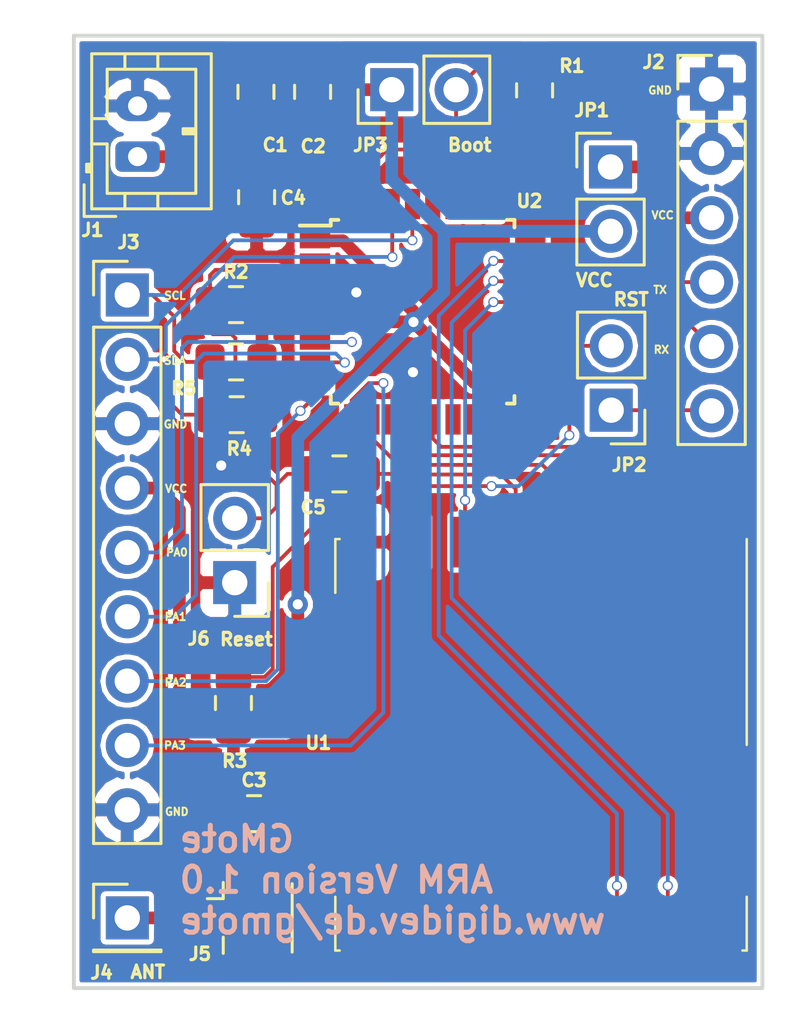
<source format=kicad_pcb>
(kicad_pcb (version 20171130) (host pcbnew 5.0.2+dfsg1-1)

  (general
    (thickness 1.6)
    (drawings 23)
    (tracks 251)
    (zones 0)
    (modules 21)
    (nets 38)
  )

  (page User 132.004 110.007)
  (title_block
    (title "GMote ARM Version")
    (date 2019-05-12)
    (rev 1.0)
    (company DigiDev)
    (comment 1 https://www.digidev.de/gmote)
  )

  (layers
    (0 F.Cu signal)
    (31 B.Cu signal)
    (32 B.Adhes user)
    (33 F.Adhes user)
    (34 B.Paste user)
    (35 F.Paste user)
    (36 B.SilkS user)
    (37 F.SilkS user)
    (38 B.Mask user)
    (39 F.Mask user)
    (40 Dwgs.User user)
    (41 Cmts.User user)
    (42 Eco1.User user)
    (43 Eco2.User user)
    (44 Edge.Cuts user)
    (45 Margin user)
    (46 B.CrtYd user)
    (47 F.CrtYd user)
    (48 B.Fab user)
    (49 F.Fab user)
  )

  (setup
    (last_trace_width 0.15)
    (trace_clearance 0.15)
    (zone_clearance 0.15)
    (zone_45_only no)
    (trace_min 0.125)
    (segment_width 0.2)
    (edge_width 0.15)
    (via_size 0.4)
    (via_drill 0.3)
    (via_min_size 0.3)
    (via_min_drill 0.2)
    (uvia_size 0.3)
    (uvia_drill 0.1)
    (uvias_allowed no)
    (uvia_min_size 0.2)
    (uvia_min_drill 0.1)
    (pcb_text_width 0.3)
    (pcb_text_size 1.5 1.5)
    (mod_edge_width 0.15)
    (mod_text_size 0.5 0.5)
    (mod_text_width 0.125)
    (pad_size 1.524 1.524)
    (pad_drill 0.762)
    (pad_to_mask_clearance 0.051)
    (solder_mask_min_width 0.25)
    (aux_axis_origin 53.8734 58.5724)
    (visible_elements FFFFFF7F)
    (pcbplotparams
      (layerselection 0x010fc_ffffffff)
      (usegerberextensions false)
      (usegerberattributes false)
      (usegerberadvancedattributes false)
      (creategerberjobfile false)
      (excludeedgelayer true)
      (linewidth 0.100000)
      (plotframeref false)
      (viasonmask false)
      (mode 1)
      (useauxorigin true)
      (hpglpennumber 1)
      (hpglpenspeed 20)
      (hpglpendiameter 15.000000)
      (psnegative false)
      (psa4output false)
      (plotreference true)
      (plotvalue true)
      (plotinvisibletext false)
      (padsonsilk false)
      (subtractmaskfromsilk false)
      (outputformat 1)
      (mirror false)
      (drillshape 0)
      (scaleselection 1)
      (outputdirectory "prod_files/"))
  )

  (net 0 "")
  (net 1 VCC)
  (net 2 GND)
  (net 3 "Net-(J2-Pad3)")
  (net 4 231X_TX)
  (net 5 231X_RX)
  (net 6 "Net-(J2-Pad6)")
  (net 7 ANT)
  (net 8 RST)
  (net 9 SPI_MISO)
  (net 10 SPI_MOSI)
  (net 11 SPI_SCK)
  (net 12 SPI_NSS)
  (net 13 RFM95_RST)
  (net 14 "Net-(U1-Pad7)")
  (net 15 "Net-(U1-Pad11)")
  (net 16 "Net-(U1-Pad12)")
  (net 17 RFM95_DIO0)
  (net 18 RFM95_DIO1)
  (net 19 "Net-(U1-Pad16)")
  (net 20 "Net-(U2-Pad2)")
  (net 21 "Net-(U2-Pad3)")
  (net 22 "Net-(U2-Pad14)")
  (net 23 "Net-(U2-Pad15)")
  (net 24 "Net-(U2-Pad18)")
  (net 25 "Net-(U2-Pad24)")
  (net 26 "Net-(U2-Pad25)")
  (net 27 "Net-(U2-Pad26)")
  (net 28 "Net-(U2-Pad27)")
  (net 29 "Net-(U2-Pad28)")
  (net 30 ARM_RST)
  (net 31 ARM_BOOT0)
  (net 32 ARM_SCL)
  (net 33 ARM_SDA)
  (net 34 PA0)
  (net 35 PA1)
  (net 36 PA2)
  (net 37 PA3)

  (net_class Default "This is the default net class."
    (clearance 0.15)
    (trace_width 0.15)
    (via_dia 0.4)
    (via_drill 0.3)
    (uvia_dia 0.3)
    (uvia_drill 0.1)
    (add_net 231X_RX)
    (add_net 231X_TX)
    (add_net ARM_BOOT0)
    (add_net ARM_RST)
    (add_net ARM_SCL)
    (add_net ARM_SDA)
    (add_net "Net-(J2-Pad6)")
    (add_net "Net-(U1-Pad11)")
    (add_net "Net-(U1-Pad12)")
    (add_net "Net-(U1-Pad16)")
    (add_net "Net-(U1-Pad7)")
    (add_net "Net-(U2-Pad14)")
    (add_net "Net-(U2-Pad15)")
    (add_net "Net-(U2-Pad18)")
    (add_net "Net-(U2-Pad2)")
    (add_net "Net-(U2-Pad24)")
    (add_net "Net-(U2-Pad25)")
    (add_net "Net-(U2-Pad26)")
    (add_net "Net-(U2-Pad27)")
    (add_net "Net-(U2-Pad28)")
    (add_net "Net-(U2-Pad3)")
    (add_net PA0)
    (add_net PA1)
    (add_net PA2)
    (add_net PA3)
    (add_net RFM95_DIO0)
    (add_net RFM95_DIO1)
    (add_net RFM95_RST)
    (add_net RST)
    (add_net SPI_MISO)
    (add_net SPI_MOSI)
    (add_net SPI_NSS)
    (add_net SPI_SCK)
  )

  (net_class AbsMin ""
    (clearance 0.125)
    (trace_width 0.125)
    (via_dia 0.3)
    (via_drill 0.2)
    (uvia_dia 0.3)
    (uvia_drill 0.1)
  )

  (net_class Big ""
    (clearance 0.2)
    (trace_width 0.5)
    (via_dia 0.8)
    (via_drill 0.4)
    (uvia_dia 0.3)
    (uvia_drill 0.1)
    (add_net ANT)
    (add_net GND)
    (add_net "Net-(J2-Pad3)")
    (add_net VCC)
  )

  (module Capacitor_SMD:C_0805_2012Metric_Pad1.15x1.40mm_HandSolder (layer F.Cu) (tedit 5CDC1541) (tstamp 5CE048B7)
    (at 61.0616 23.1992 90)
    (descr "Capacitor SMD 0805 (2012 Metric), square (rectangular) end terminal, IPC_7351 nominal with elongated pad for handsoldering. (Body size source: https://docs.google.com/spreadsheets/d/1BsfQQcO9C6DZCsRaXUlFlo91Tg2WpOkGARC1WS5S8t0/edit?usp=sharing), generated with kicad-footprint-generator")
    (tags "capacitor handsolder")
    (path /5CD33EF6)
    (attr smd)
    (fp_text reference C1 (at -2.0992 0.762 180) (layer F.SilkS)
      (effects (font (size 0.5 0.5) (thickness 0.125)))
    )
    (fp_text value 100nF (at 2.7268 -1.2446 180) (layer F.Fab)
      (effects (font (size 1 1) (thickness 0.15)))
    )
    (fp_line (start -1 0.6) (end -1 -0.6) (layer F.Fab) (width 0.1))
    (fp_line (start -1 -0.6) (end 1 -0.6) (layer F.Fab) (width 0.1))
    (fp_line (start 1 -0.6) (end 1 0.6) (layer F.Fab) (width 0.1))
    (fp_line (start 1 0.6) (end -1 0.6) (layer F.Fab) (width 0.1))
    (fp_line (start -0.261252 -0.71) (end 0.261252 -0.71) (layer F.SilkS) (width 0.12))
    (fp_line (start -0.261252 0.71) (end 0.261252 0.71) (layer F.SilkS) (width 0.12))
    (fp_line (start -1.85 0.95) (end -1.85 -0.95) (layer F.CrtYd) (width 0.05))
    (fp_line (start -1.85 -0.95) (end 1.85 -0.95) (layer F.CrtYd) (width 0.05))
    (fp_line (start 1.85 -0.95) (end 1.85 0.95) (layer F.CrtYd) (width 0.05))
    (fp_line (start 1.85 0.95) (end -1.85 0.95) (layer F.CrtYd) (width 0.05))
    (fp_text user %R (at 0 0 90) (layer F.Fab)
      (effects (font (size 0.5 0.5) (thickness 0.08)))
    )
    (pad 1 smd roundrect (at -1.025 0 90) (size 1.15 1.4) (layers F.Cu F.Paste F.Mask) (roundrect_rratio 0.217391)
      (net 1 VCC))
    (pad 2 smd roundrect (at 1.025 0 90) (size 1.15 1.4) (layers F.Cu F.Paste F.Mask) (roundrect_rratio 0.217391)
      (net 2 GND))
    (model ${KISYS3DMOD}/Capacitor_SMD.3dshapes/C_0805_2012Metric.wrl
      (at (xyz 0 0 0))
      (scale (xyz 1 1 1))
      (rotate (xyz 0 0 0))
    )
  )

  (module Capacitor_SMD:C_0805_2012Metric_Pad1.15x1.40mm_HandSolder (layer F.Cu) (tedit 5CDC1543) (tstamp 5CE048E7)
    (at 63.2968 23.1992 90)
    (descr "Capacitor SMD 0805 (2012 Metric), square (rectangular) end terminal, IPC_7351 nominal with elongated pad for handsoldering. (Body size source: https://docs.google.com/spreadsheets/d/1BsfQQcO9C6DZCsRaXUlFlo91Tg2WpOkGARC1WS5S8t0/edit?usp=sharing), generated with kicad-footprint-generator")
    (tags "capacitor handsolder")
    (path /5CD33F5F)
    (attr smd)
    (fp_text reference C2 (at -2.15 0.0254 180) (layer F.SilkS)
      (effects (font (size 0.5 0.5) (thickness 0.125)))
    )
    (fp_text value 10uF (at 2.676 0.8636 180) (layer F.Fab)
      (effects (font (size 1 1) (thickness 0.15)))
    )
    (fp_text user %R (at 0 0 90) (layer F.Fab)
      (effects (font (size 0.5 0.5) (thickness 0.08)))
    )
    (fp_line (start 1.85 0.95) (end -1.85 0.95) (layer F.CrtYd) (width 0.05))
    (fp_line (start 1.85 -0.95) (end 1.85 0.95) (layer F.CrtYd) (width 0.05))
    (fp_line (start -1.85 -0.95) (end 1.85 -0.95) (layer F.CrtYd) (width 0.05))
    (fp_line (start -1.85 0.95) (end -1.85 -0.95) (layer F.CrtYd) (width 0.05))
    (fp_line (start -0.261252 0.71) (end 0.261252 0.71) (layer F.SilkS) (width 0.12))
    (fp_line (start -0.261252 -0.71) (end 0.261252 -0.71) (layer F.SilkS) (width 0.12))
    (fp_line (start 1 0.6) (end -1 0.6) (layer F.Fab) (width 0.1))
    (fp_line (start 1 -0.6) (end 1 0.6) (layer F.Fab) (width 0.1))
    (fp_line (start -1 -0.6) (end 1 -0.6) (layer F.Fab) (width 0.1))
    (fp_line (start -1 0.6) (end -1 -0.6) (layer F.Fab) (width 0.1))
    (pad 2 smd roundrect (at 1.025 0 90) (size 1.15 1.4) (layers F.Cu F.Paste F.Mask) (roundrect_rratio 0.217391)
      (net 2 GND))
    (pad 1 smd roundrect (at -1.025 0 90) (size 1.15 1.4) (layers F.Cu F.Paste F.Mask) (roundrect_rratio 0.217391)
      (net 1 VCC))
    (model ${KISYS3DMOD}/Capacitor_SMD.3dshapes/C_0805_2012Metric.wrl
      (at (xyz 0 0 0))
      (scale (xyz 1 1 1))
      (rotate (xyz 0 0 0))
    )
  )

  (module Capacitor_SMD:C_0805_2012Metric_Pad1.15x1.40mm_HandSolder (layer F.Cu) (tedit 5CDC1574) (tstamp 5CE0EF14)
    (at 60.9854 51.689 180)
    (descr "Capacitor SMD 0805 (2012 Metric), square (rectangular) end terminal, IPC_7351 nominal with elongated pad for handsoldering. (Body size source: https://docs.google.com/spreadsheets/d/1BsfQQcO9C6DZCsRaXUlFlo91Tg2WpOkGARC1WS5S8t0/edit?usp=sharing), generated with kicad-footprint-generator")
    (tags "capacitor handsolder")
    (path /5CD44703)
    (attr smd)
    (fp_text reference C3 (at 0 1.3208 180) (layer F.SilkS)
      (effects (font (size 0.5 0.5) (thickness 0.125)))
    )
    (fp_text value 100nF (at 0 1.65 180) (layer F.Fab)
      (effects (font (size 1 1) (thickness 0.15)))
    )
    (fp_line (start -1 0.6) (end -1 -0.6) (layer F.Fab) (width 0.1))
    (fp_line (start -1 -0.6) (end 1 -0.6) (layer F.Fab) (width 0.1))
    (fp_line (start 1 -0.6) (end 1 0.6) (layer F.Fab) (width 0.1))
    (fp_line (start 1 0.6) (end -1 0.6) (layer F.Fab) (width 0.1))
    (fp_line (start -0.261252 -0.71) (end 0.261252 -0.71) (layer F.SilkS) (width 0.12))
    (fp_line (start -0.261252 0.71) (end 0.261252 0.71) (layer F.SilkS) (width 0.12))
    (fp_line (start -1.85 0.95) (end -1.85 -0.95) (layer F.CrtYd) (width 0.05))
    (fp_line (start -1.85 -0.95) (end 1.85 -0.95) (layer F.CrtYd) (width 0.05))
    (fp_line (start 1.85 -0.95) (end 1.85 0.95) (layer F.CrtYd) (width 0.05))
    (fp_line (start 1.85 0.95) (end -1.85 0.95) (layer F.CrtYd) (width 0.05))
    (fp_text user %R (at 0 0 180) (layer F.Fab)
      (effects (font (size 0.5 0.5) (thickness 0.08)))
    )
    (pad 1 smd roundrect (at -1.025 0 180) (size 1.15 1.4) (layers F.Cu F.Paste F.Mask) (roundrect_rratio 0.217391)
      (net 1 VCC))
    (pad 2 smd roundrect (at 1.025 0 180) (size 1.15 1.4) (layers F.Cu F.Paste F.Mask) (roundrect_rratio 0.217391)
      (net 2 GND))
    (model ${KISYS3DMOD}/Capacitor_SMD.3dshapes/C_0805_2012Metric.wrl
      (at (xyz 0 0 0))
      (scale (xyz 1 1 1))
      (rotate (xyz 0 0 0))
    )
  )

  (module Capacitor_SMD:C_0805_2012Metric_Pad1.15x1.40mm_HandSolder (layer F.Cu) (tedit 5CDC1540) (tstamp 5CE16B74)
    (at 61.087 27.3558 270)
    (descr "Capacitor SMD 0805 (2012 Metric), square (rectangular) end terminal, IPC_7351 nominal with elongated pad for handsoldering. (Body size source: https://docs.google.com/spreadsheets/d/1BsfQQcO9C6DZCsRaXUlFlo91Tg2WpOkGARC1WS5S8t0/edit?usp=sharing), generated with kicad-footprint-generator")
    (tags "capacitor handsolder")
    (path /5CD44AED)
    (attr smd)
    (fp_text reference C4 (at 0.0254 -1.4478) (layer F.SilkS)
      (effects (font (size 0.5 0.5) (thickness 0.125)))
    )
    (fp_text value 100nF (at 1.5748 3.3274 180) (layer F.Fab)
      (effects (font (size 1 1) (thickness 0.15)))
    )
    (fp_text user %R (at 0 0 270) (layer F.Fab)
      (effects (font (size 0.5 0.5) (thickness 0.08)))
    )
    (fp_line (start 1.85 0.95) (end -1.85 0.95) (layer F.CrtYd) (width 0.05))
    (fp_line (start 1.85 -0.95) (end 1.85 0.95) (layer F.CrtYd) (width 0.05))
    (fp_line (start -1.85 -0.95) (end 1.85 -0.95) (layer F.CrtYd) (width 0.05))
    (fp_line (start -1.85 0.95) (end -1.85 -0.95) (layer F.CrtYd) (width 0.05))
    (fp_line (start -0.261252 0.71) (end 0.261252 0.71) (layer F.SilkS) (width 0.12))
    (fp_line (start -0.261252 -0.71) (end 0.261252 -0.71) (layer F.SilkS) (width 0.12))
    (fp_line (start 1 0.6) (end -1 0.6) (layer F.Fab) (width 0.1))
    (fp_line (start 1 -0.6) (end 1 0.6) (layer F.Fab) (width 0.1))
    (fp_line (start -1 -0.6) (end 1 -0.6) (layer F.Fab) (width 0.1))
    (fp_line (start -1 0.6) (end -1 -0.6) (layer F.Fab) (width 0.1))
    (pad 2 smd roundrect (at 1.025 0 270) (size 1.15 1.4) (layers F.Cu F.Paste F.Mask) (roundrect_rratio 0.217391)
      (net 2 GND))
    (pad 1 smd roundrect (at -1.025 0 270) (size 1.15 1.4) (layers F.Cu F.Paste F.Mask) (roundrect_rratio 0.217391)
      (net 1 VCC))
    (model ${KISYS3DMOD}/Capacitor_SMD.3dshapes/C_0805_2012Metric.wrl
      (at (xyz 0 0 0))
      (scale (xyz 1 1 1))
      (rotate (xyz 0 0 0))
    )
  )

  (module Connector_JST:JST_PH_B2B-PH-K_1x02_P2.00mm_Vertical (layer F.Cu) (tedit 5CD74036) (tstamp 5CE0315E)
    (at 56.388 25.7556 90)
    (descr "JST PH series connector, B2B-PH-K (http://www.jst-mfg.com/product/pdf/eng/ePH.pdf), generated with kicad-footprint-generator")
    (tags "connector JST PH side entry")
    (path /5CD35C2F)
    (fp_text reference J1 (at -2.8956 -1.778 180) (layer F.SilkS)
      (effects (font (size 0.5 0.5) (thickness 0.125)))
    )
    (fp_text value JST_POWER (at 0.7874 -3.2258 90) (layer F.Fab)
      (effects (font (size 1 1) (thickness 0.15)))
    )
    (fp_line (start -2.06 -1.81) (end -2.06 2.91) (layer F.SilkS) (width 0.12))
    (fp_line (start -2.06 2.91) (end 4.06 2.91) (layer F.SilkS) (width 0.12))
    (fp_line (start 4.06 2.91) (end 4.06 -1.81) (layer F.SilkS) (width 0.12))
    (fp_line (start 4.06 -1.81) (end -2.06 -1.81) (layer F.SilkS) (width 0.12))
    (fp_line (start -0.3 -1.81) (end -0.3 -2.01) (layer F.SilkS) (width 0.12))
    (fp_line (start -0.3 -2.01) (end -0.6 -2.01) (layer F.SilkS) (width 0.12))
    (fp_line (start -0.6 -2.01) (end -0.6 -1.81) (layer F.SilkS) (width 0.12))
    (fp_line (start -0.3 -1.91) (end -0.6 -1.91) (layer F.SilkS) (width 0.12))
    (fp_line (start 0.5 -1.81) (end 0.5 -1.2) (layer F.SilkS) (width 0.12))
    (fp_line (start 0.5 -1.2) (end -1.45 -1.2) (layer F.SilkS) (width 0.12))
    (fp_line (start -1.45 -1.2) (end -1.45 2.3) (layer F.SilkS) (width 0.12))
    (fp_line (start -1.45 2.3) (end 3.45 2.3) (layer F.SilkS) (width 0.12))
    (fp_line (start 3.45 2.3) (end 3.45 -1.2) (layer F.SilkS) (width 0.12))
    (fp_line (start 3.45 -1.2) (end 1.5 -1.2) (layer F.SilkS) (width 0.12))
    (fp_line (start 1.5 -1.2) (end 1.5 -1.81) (layer F.SilkS) (width 0.12))
    (fp_line (start -2.06 -0.5) (end -1.45 -0.5) (layer F.SilkS) (width 0.12))
    (fp_line (start -2.06 0.8) (end -1.45 0.8) (layer F.SilkS) (width 0.12))
    (fp_line (start 4.06 -0.5) (end 3.45 -0.5) (layer F.SilkS) (width 0.12))
    (fp_line (start 4.06 0.8) (end 3.45 0.8) (layer F.SilkS) (width 0.12))
    (fp_line (start 0.9 2.3) (end 0.9 1.8) (layer F.SilkS) (width 0.12))
    (fp_line (start 0.9 1.8) (end 1.1 1.8) (layer F.SilkS) (width 0.12))
    (fp_line (start 1.1 1.8) (end 1.1 2.3) (layer F.SilkS) (width 0.12))
    (fp_line (start 1 2.3) (end 1 1.8) (layer F.SilkS) (width 0.12))
    (fp_line (start -1.11 -2.11) (end -2.36 -2.11) (layer F.SilkS) (width 0.12))
    (fp_line (start -2.36 -2.11) (end -2.36 -0.86) (layer F.SilkS) (width 0.12))
    (fp_line (start -1.11 -2.11) (end -2.36 -2.11) (layer F.Fab) (width 0.1))
    (fp_line (start -2.36 -2.11) (end -2.36 -0.86) (layer F.Fab) (width 0.1))
    (fp_line (start -1.95 -1.7) (end -1.95 2.8) (layer F.Fab) (width 0.1))
    (fp_line (start -1.95 2.8) (end 3.95 2.8) (layer F.Fab) (width 0.1))
    (fp_line (start 3.95 2.8) (end 3.95 -1.7) (layer F.Fab) (width 0.1))
    (fp_line (start 3.95 -1.7) (end -1.95 -1.7) (layer F.Fab) (width 0.1))
    (fp_line (start -2.45 -2.2) (end -2.45 3.3) (layer F.CrtYd) (width 0.05))
    (fp_line (start -2.45 3.3) (end 4.45 3.3) (layer F.CrtYd) (width 0.05))
    (fp_line (start 4.45 3.3) (end 4.45 -2.2) (layer F.CrtYd) (width 0.05))
    (fp_line (start 4.45 -2.2) (end -2.45 -2.2) (layer F.CrtYd) (width 0.05))
    (fp_text user %R (at 1 1.5 90) (layer F.Fab)
      (effects (font (size 1 1) (thickness 0.15)))
    )
    (pad 1 thru_hole roundrect (at 0 0 90) (size 1.2 1.75) (drill 0.75) (layers *.Cu *.Mask) (roundrect_rratio 0.208333)
      (net 1 VCC))
    (pad 2 thru_hole oval (at 2 0 90) (size 1.2 1.75) (drill 0.75) (layers *.Cu *.Mask)
      (net 2 GND))
    (model ${KISYS3DMOD}/Connector_JST.3dshapes/JST_PH_B2B-PH-K_1x02_P2.00mm_Vertical.wrl
      (at (xyz 0 0 0))
      (scale (xyz 1 1 1))
      (rotate (xyz 0 0 0))
    )
  )

  (module Connector_PinHeader_2.54mm:PinHeader_1x06_P2.54mm_Vertical (layer F.Cu) (tedit 5CD73F9F) (tstamp 5CE062D3)
    (at 79.0448 23.0886)
    (descr "Through hole straight pin header, 1x06, 2.54mm pitch, single row")
    (tags "Through hole pin header THT 1x06 2.54mm single row")
    (path /5CD369CC)
    (fp_text reference J2 (at -2.286 -1.0668) (layer F.SilkS)
      (effects (font (size 0.5 0.5) (thickness 0.125)))
    )
    (fp_text value 231X_Breakout (at 2.8448 6.1468 90) (layer F.Fab)
      (effects (font (size 1 1) (thickness 0.15)))
    )
    (fp_line (start -0.635 -1.27) (end 1.27 -1.27) (layer F.Fab) (width 0.1))
    (fp_line (start 1.27 -1.27) (end 1.27 13.97) (layer F.Fab) (width 0.1))
    (fp_line (start 1.27 13.97) (end -1.27 13.97) (layer F.Fab) (width 0.1))
    (fp_line (start -1.27 13.97) (end -1.27 -0.635) (layer F.Fab) (width 0.1))
    (fp_line (start -1.27 -0.635) (end -0.635 -1.27) (layer F.Fab) (width 0.1))
    (fp_line (start -1.33 14.03) (end 1.33 14.03) (layer F.SilkS) (width 0.12))
    (fp_line (start -1.33 1.27) (end -1.33 14.03) (layer F.SilkS) (width 0.12))
    (fp_line (start 1.33 1.27) (end 1.33 14.03) (layer F.SilkS) (width 0.12))
    (fp_line (start -1.33 1.27) (end 1.33 1.27) (layer F.SilkS) (width 0.12))
    (fp_line (start -1.33 0) (end -1.33 -1.33) (layer F.SilkS) (width 0.12))
    (fp_line (start -1.33 -1.33) (end 0 -1.33) (layer F.SilkS) (width 0.12))
    (fp_line (start -1.8 -1.8) (end -1.8 14.5) (layer F.CrtYd) (width 0.05))
    (fp_line (start -1.8 14.5) (end 1.8 14.5) (layer F.CrtYd) (width 0.05))
    (fp_line (start 1.8 14.5) (end 1.8 -1.8) (layer F.CrtYd) (width 0.05))
    (fp_line (start 1.8 -1.8) (end -1.8 -1.8) (layer F.CrtYd) (width 0.05))
    (fp_text user %R (at 0 6.35 90) (layer F.Fab)
      (effects (font (size 1 1) (thickness 0.15)))
    )
    (pad 1 thru_hole rect (at 0 0) (size 1.7 1.7) (drill 1) (layers *.Cu *.Mask)
      (net 2 GND))
    (pad 2 thru_hole oval (at 0 2.54) (size 1.7 1.7) (drill 1) (layers *.Cu *.Mask)
      (net 2 GND))
    (pad 3 thru_hole oval (at 0 5.08) (size 1.7 1.7) (drill 1) (layers *.Cu *.Mask)
      (net 3 "Net-(J2-Pad3)"))
    (pad 4 thru_hole oval (at 0 7.62) (size 1.7 1.7) (drill 1) (layers *.Cu *.Mask)
      (net 4 231X_TX))
    (pad 5 thru_hole oval (at 0 10.16) (size 1.7 1.7) (drill 1) (layers *.Cu *.Mask)
      (net 5 231X_RX))
    (pad 6 thru_hole oval (at 0 12.7) (size 1.7 1.7) (drill 1) (layers *.Cu *.Mask)
      (net 6 "Net-(J2-Pad6)"))
    (model ${KISYS3DMOD}/Connector_PinHeader_2.54mm.3dshapes/PinHeader_1x06_P2.54mm_Vertical.wrl
      (at (xyz 0 0 0))
      (scale (xyz 1 1 1))
      (rotate (xyz 0 0 0))
    )
  )

  (module Connector_PinHeader_2.54mm:PinHeader_1x09_P2.54mm_Vertical (layer F.Cu) (tedit 5CD7403F) (tstamp 5CE03195)
    (at 55.9816 31.2166)
    (descr "Through hole straight pin header, 1x09, 2.54mm pitch, single row")
    (tags "Through hole pin header THT 1x09 2.54mm single row")
    (path /5CD502D9)
    (fp_text reference J3 (at 0.0508 -2.0828) (layer F.SilkS)
      (effects (font (size 0.5 0.5) (thickness 0.125)))
    )
    (fp_text value IO_ADC_PINOUT (at -2.8956 10.3378 90) (layer F.Fab)
      (effects (font (size 1 1) (thickness 0.15)))
    )
    (fp_line (start -0.635 -1.27) (end 1.27 -1.27) (layer F.Fab) (width 0.1))
    (fp_line (start 1.27 -1.27) (end 1.27 21.59) (layer F.Fab) (width 0.1))
    (fp_line (start 1.27 21.59) (end -1.27 21.59) (layer F.Fab) (width 0.1))
    (fp_line (start -1.27 21.59) (end -1.27 -0.635) (layer F.Fab) (width 0.1))
    (fp_line (start -1.27 -0.635) (end -0.635 -1.27) (layer F.Fab) (width 0.1))
    (fp_line (start -1.33 21.65) (end 1.33 21.65) (layer F.SilkS) (width 0.12))
    (fp_line (start -1.33 1.27) (end -1.33 21.65) (layer F.SilkS) (width 0.12))
    (fp_line (start 1.33 1.27) (end 1.33 21.65) (layer F.SilkS) (width 0.12))
    (fp_line (start -1.33 1.27) (end 1.33 1.27) (layer F.SilkS) (width 0.12))
    (fp_line (start -1.33 0) (end -1.33 -1.33) (layer F.SilkS) (width 0.12))
    (fp_line (start -1.33 -1.33) (end 0 -1.33) (layer F.SilkS) (width 0.12))
    (fp_line (start -1.8 -1.8) (end -1.8 22.1) (layer F.CrtYd) (width 0.05))
    (fp_line (start -1.8 22.1) (end 1.8 22.1) (layer F.CrtYd) (width 0.05))
    (fp_line (start 1.8 22.1) (end 1.8 -1.8) (layer F.CrtYd) (width 0.05))
    (fp_line (start 1.8 -1.8) (end -1.8 -1.8) (layer F.CrtYd) (width 0.05))
    (fp_text user %R (at 0 10.16 90) (layer F.Fab)
      (effects (font (size 1 1) (thickness 0.15)))
    )
    (pad 1 thru_hole rect (at 0 0) (size 1.7 1.7) (drill 1) (layers *.Cu *.Mask)
      (net 32 ARM_SCL))
    (pad 2 thru_hole oval (at 0 2.54) (size 1.7 1.7) (drill 1) (layers *.Cu *.Mask)
      (net 33 ARM_SDA))
    (pad 3 thru_hole oval (at 0 5.08) (size 1.7 1.7) (drill 1) (layers *.Cu *.Mask)
      (net 2 GND))
    (pad 4 thru_hole oval (at 0 7.62) (size 1.7 1.7) (drill 1) (layers *.Cu *.Mask)
      (net 1 VCC))
    (pad 5 thru_hole oval (at 0 10.16) (size 1.7 1.7) (drill 1) (layers *.Cu *.Mask)
      (net 34 PA0))
    (pad 6 thru_hole oval (at 0 12.7) (size 1.7 1.7) (drill 1) (layers *.Cu *.Mask)
      (net 35 PA1))
    (pad 7 thru_hole oval (at 0 15.24) (size 1.7 1.7) (drill 1) (layers *.Cu *.Mask)
      (net 36 PA2))
    (pad 8 thru_hole oval (at 0 17.78) (size 1.7 1.7) (drill 1) (layers *.Cu *.Mask)
      (net 37 PA3))
    (pad 9 thru_hole oval (at 0 20.32) (size 1.7 1.7) (drill 1) (layers *.Cu *.Mask)
      (net 2 GND))
    (model ${KISYS3DMOD}/Connector_PinHeader_2.54mm.3dshapes/PinHeader_1x09_P2.54mm_Vertical.wrl
      (at (xyz 0 0 0))
      (scale (xyz 1 1 1))
      (rotate (xyz 0 0 0))
    )
  )

  (module Connector_PinHeader_2.54mm:PinHeader_1x01_P2.54mm_Vertical (layer F.Cu) (tedit 5CD7405E) (tstamp 5CE031AA)
    (at 55.9816 55.8038)
    (descr "Through hole straight pin header, 1x01, 2.54mm pitch, single row")
    (tags "Through hole pin header THT 1x01 2.54mm single row")
    (path /5CD43701)
    (fp_text reference J4 (at -1.016 2.159) (layer F.SilkS)
      (effects (font (size 0.5 0.5) (thickness 0.125)))
    )
    (fp_text value ANT_WIRE (at -1.4224 3.0226) (layer F.Fab)
      (effects (font (size 1 1) (thickness 0.15)))
    )
    (fp_line (start -0.635 -1.27) (end 1.27 -1.27) (layer F.Fab) (width 0.1))
    (fp_line (start 1.27 -1.27) (end 1.27 1.27) (layer F.Fab) (width 0.1))
    (fp_line (start 1.27 1.27) (end -1.27 1.27) (layer F.Fab) (width 0.1))
    (fp_line (start -1.27 1.27) (end -1.27 -0.635) (layer F.Fab) (width 0.1))
    (fp_line (start -1.27 -0.635) (end -0.635 -1.27) (layer F.Fab) (width 0.1))
    (fp_line (start -1.33 1.33) (end 1.33 1.33) (layer F.SilkS) (width 0.12))
    (fp_line (start -1.33 1.27) (end -1.33 1.33) (layer F.SilkS) (width 0.12))
    (fp_line (start 1.33 1.27) (end 1.33 1.33) (layer F.SilkS) (width 0.12))
    (fp_line (start -1.33 1.27) (end 1.33 1.27) (layer F.SilkS) (width 0.12))
    (fp_line (start -1.33 0) (end -1.33 -1.33) (layer F.SilkS) (width 0.12))
    (fp_line (start -1.33 -1.33) (end 0 -1.33) (layer F.SilkS) (width 0.12))
    (fp_line (start -1.8 -1.8) (end -1.8 1.8) (layer F.CrtYd) (width 0.05))
    (fp_line (start -1.8 1.8) (end 1.8 1.8) (layer F.CrtYd) (width 0.05))
    (fp_line (start 1.8 1.8) (end 1.8 -1.8) (layer F.CrtYd) (width 0.05))
    (fp_line (start 1.8 -1.8) (end -1.8 -1.8) (layer F.CrtYd) (width 0.05))
    (fp_text user %R (at 0 0 90) (layer F.Fab)
      (effects (font (size 1 1) (thickness 0.15)))
    )
    (pad 1 thru_hole rect (at 0 0) (size 1.7 1.7) (drill 1) (layers *.Cu *.Mask)
      (net 7 ANT))
    (model ${KISYS3DMOD}/Connector_PinHeader_2.54mm.3dshapes/PinHeader_1x01_P2.54mm_Vertical.wrl
      (at (xyz 0 0 0))
      (scale (xyz 1 1 1))
      (rotate (xyz 0 0 0))
    )
  )

  (module Connector_Coaxial:U.FL_Hirose_U.FL-R-SMT-1_Vertical (layer F.Cu) (tedit 5CD74066) (tstamp 5CE04A7B)
    (at 60.6552 55.8038)
    (descr "Hirose U.FL Coaxial https://www.hirose.com/product/en/products/U.FL/U.FL-R-SMT-1%2810%29/")
    (tags "Hirose U.FL Coaxial")
    (path /5CD4E34D)
    (attr smd)
    (fp_text reference J5 (at -1.8034 1.4224) (layer F.SilkS)
      (effects (font (size 0.5 0.5) (thickness 0.125)))
    )
    (fp_text value Conn_Coaxial (at 3.3782 3.3528) (layer F.Fab)
      (effects (font (size 1 1) (thickness 0.15)))
    )
    (fp_text user %R (at 0.475 0 90) (layer F.Fab)
      (effects (font (size 0.6 0.6) (thickness 0.09)))
    )
    (fp_line (start -2.02 1) (end -2.02 -1) (layer F.CrtYd) (width 0.05))
    (fp_line (start -1.32 1) (end -2.02 1) (layer F.CrtYd) (width 0.05))
    (fp_line (start 2.08 1.8) (end 2.28 1.8) (layer F.CrtYd) (width 0.05))
    (fp_line (start 2.08 2.5) (end 2.08 1.8) (layer F.CrtYd) (width 0.05))
    (fp_line (start 2.28 1.8) (end 2.28 -1.8) (layer F.CrtYd) (width 0.05))
    (fp_line (start -1.32 1.8) (end -1.12 1.8) (layer F.CrtYd) (width 0.05))
    (fp_line (start -1.12 2.5) (end -1.12 1.8) (layer F.CrtYd) (width 0.05))
    (fp_line (start 2.08 2.5) (end -1.12 2.5) (layer F.CrtYd) (width 0.05))
    (fp_line (start 1.835 -1.35) (end 1.835 1.35) (layer F.SilkS) (width 0.12))
    (fp_line (start -0.885 -0.76) (end -1.515 -0.76) (layer F.SilkS) (width 0.12))
    (fp_line (start -0.885 1.4) (end -0.885 0.76) (layer F.SilkS) (width 0.12))
    (fp_line (start -0.925 -0.3) (end -1.075 -0.15) (layer F.Fab) (width 0.1))
    (fp_line (start 1.775 -1.3) (end 1.375 -1.3) (layer F.Fab) (width 0.1))
    (fp_line (start 1.375 -1.5) (end 1.375 -1.3) (layer F.Fab) (width 0.1))
    (fp_line (start -0.425 -1.5) (end 1.375 -1.5) (layer F.Fab) (width 0.1))
    (fp_line (start 1.775 -1.3) (end 1.775 1.3) (layer F.Fab) (width 0.1))
    (fp_line (start 1.775 1.3) (end 1.375 1.3) (layer F.Fab) (width 0.1))
    (fp_line (start 1.375 1.5) (end 1.375 1.3) (layer F.Fab) (width 0.1))
    (fp_line (start -0.425 1.5) (end 1.375 1.5) (layer F.Fab) (width 0.1))
    (fp_line (start -0.425 -1.3) (end -0.825 -1.3) (layer F.Fab) (width 0.1))
    (fp_line (start -0.425 -1.5) (end -0.425 -1.3) (layer F.Fab) (width 0.1))
    (fp_line (start -0.825 -0.3) (end -0.825 -1.3) (layer F.Fab) (width 0.1))
    (fp_line (start -0.925 -0.3) (end -0.825 -0.3) (layer F.Fab) (width 0.1))
    (fp_line (start -1.075 0.3) (end -1.075 -0.15) (layer F.Fab) (width 0.1))
    (fp_line (start -1.075 0.3) (end -0.825 0.3) (layer F.Fab) (width 0.1))
    (fp_line (start -0.825 0.3) (end -0.825 1.3) (layer F.Fab) (width 0.1))
    (fp_line (start -0.425 1.3) (end -0.825 1.3) (layer F.Fab) (width 0.1))
    (fp_line (start -0.425 1.5) (end -0.425 1.3) (layer F.Fab) (width 0.1))
    (fp_line (start -0.885 -1.4) (end -0.885 -0.76) (layer F.SilkS) (width 0.12))
    (fp_line (start 2.08 -1.8) (end 2.28 -1.8) (layer F.CrtYd) (width 0.05))
    (fp_line (start 2.08 -1.8) (end 2.08 -2.5) (layer F.CrtYd) (width 0.05))
    (fp_line (start -1.32 -1) (end -1.32 -1.8) (layer F.CrtYd) (width 0.05))
    (fp_line (start 2.08 -2.5) (end -1.12 -2.5) (layer F.CrtYd) (width 0.05))
    (fp_line (start -1.12 -1.8) (end -1.12 -2.5) (layer F.CrtYd) (width 0.05))
    (fp_line (start -1.32 -1.8) (end -1.12 -1.8) (layer F.CrtYd) (width 0.05))
    (fp_line (start -1.32 1.8) (end -1.32 1) (layer F.CrtYd) (width 0.05))
    (fp_line (start -1.32 -1) (end -2.02 -1) (layer F.CrtYd) (width 0.05))
    (pad 2 smd rect (at 0.475 1.475) (size 2.2 1.05) (layers F.Cu F.Paste F.Mask)
      (net 2 GND))
    (pad 1 smd rect (at -1.05 0) (size 1.05 1) (layers F.Cu F.Paste F.Mask)
      (net 7 ANT))
    (pad 2 smd rect (at 0.475 -1.475) (size 2.2 1.05) (layers F.Cu F.Paste F.Mask)
      (net 2 GND))
    (model ${KISYS3DMOD}/Connector_Coaxial.3dshapes/U.FL_Hirose_U.FL-R-SMT-1_Vertical.wrl
      (offset (xyz 0.4749999928262157 0 0))
      (scale (xyz 1 1 1))
      (rotate (xyz 0 0 0))
    )
  )

  (module Connector_PinHeader_2.54mm:PinHeader_1x02_P2.54mm_Vertical (layer F.Cu) (tedit 5CD73FAC) (tstamp 5CE031ED)
    (at 75.057 26.162)
    (descr "Through hole straight pin header, 1x02, 2.54mm pitch, single row")
    (tags "Through hole pin header THT 1x02 2.54mm single row")
    (path /5CD37120)
    (fp_text reference JP1 (at -0.7366 -2.2352) (layer F.SilkS)
      (effects (font (size 0.5 0.5) (thickness 0.125)))
    )
    (fp_text value Jumper (at 0.9144 -2.5654) (layer F.Fab)
      (effects (font (size 1 1) (thickness 0.15)))
    )
    (fp_line (start -0.635 -1.27) (end 1.27 -1.27) (layer F.Fab) (width 0.1))
    (fp_line (start 1.27 -1.27) (end 1.27 3.81) (layer F.Fab) (width 0.1))
    (fp_line (start 1.27 3.81) (end -1.27 3.81) (layer F.Fab) (width 0.1))
    (fp_line (start -1.27 3.81) (end -1.27 -0.635) (layer F.Fab) (width 0.1))
    (fp_line (start -1.27 -0.635) (end -0.635 -1.27) (layer F.Fab) (width 0.1))
    (fp_line (start -1.33 3.87) (end 1.33 3.87) (layer F.SilkS) (width 0.12))
    (fp_line (start -1.33 1.27) (end -1.33 3.87) (layer F.SilkS) (width 0.12))
    (fp_line (start 1.33 1.27) (end 1.33 3.87) (layer F.SilkS) (width 0.12))
    (fp_line (start -1.33 1.27) (end 1.33 1.27) (layer F.SilkS) (width 0.12))
    (fp_line (start -1.33 0) (end -1.33 -1.33) (layer F.SilkS) (width 0.12))
    (fp_line (start -1.33 -1.33) (end 0 -1.33) (layer F.SilkS) (width 0.12))
    (fp_line (start -1.8 -1.8) (end -1.8 4.35) (layer F.CrtYd) (width 0.05))
    (fp_line (start -1.8 4.35) (end 1.8 4.35) (layer F.CrtYd) (width 0.05))
    (fp_line (start 1.8 4.35) (end 1.8 -1.8) (layer F.CrtYd) (width 0.05))
    (fp_line (start 1.8 -1.8) (end -1.8 -1.8) (layer F.CrtYd) (width 0.05))
    (fp_text user %R (at 0 1.27 -270) (layer F.Fab)
      (effects (font (size 1 1) (thickness 0.15)))
    )
    (pad 1 thru_hole rect (at 0 0) (size 1.7 1.7) (drill 1) (layers *.Cu *.Mask)
      (net 3 "Net-(J2-Pad3)"))
    (pad 2 thru_hole oval (at 0 2.54) (size 1.7 1.7) (drill 1) (layers *.Cu *.Mask)
      (net 1 VCC))
    (model ${KISYS3DMOD}/Connector_PinHeader_2.54mm.3dshapes/PinHeader_1x02_P2.54mm_Vertical.wrl
      (at (xyz 0 0 0))
      (scale (xyz 1 1 1))
      (rotate (xyz 0 0 0))
    )
  )

  (module Connector_PinHeader_2.54mm:PinHeader_1x02_P2.54mm_Vertical (layer F.Cu) (tedit 5CD73FD7) (tstamp 5CE03203)
    (at 75.0824 35.7632 180)
    (descr "Through hole straight pin header, 1x02, 2.54mm pitch, single row")
    (tags "Through hole pin header THT 1x02 2.54mm single row")
    (path /5CD377E5)
    (fp_text reference JP2 (at -0.7112 -2.159 180) (layer F.SilkS)
      (effects (font (size 0.5 0.5) (thickness 0.125)))
    )
    (fp_text value Jumper (at 0 4.87 180) (layer F.Fab)
      (effects (font (size 1 1) (thickness 0.15)))
    )
    (fp_text user %R (at 0 1.27 270) (layer F.Fab)
      (effects (font (size 1 1) (thickness 0.15)))
    )
    (fp_line (start 1.8 -1.8) (end -1.8 -1.8) (layer F.CrtYd) (width 0.05))
    (fp_line (start 1.8 4.35) (end 1.8 -1.8) (layer F.CrtYd) (width 0.05))
    (fp_line (start -1.8 4.35) (end 1.8 4.35) (layer F.CrtYd) (width 0.05))
    (fp_line (start -1.8 -1.8) (end -1.8 4.35) (layer F.CrtYd) (width 0.05))
    (fp_line (start -1.33 -1.33) (end 0 -1.33) (layer F.SilkS) (width 0.12))
    (fp_line (start -1.33 0) (end -1.33 -1.33) (layer F.SilkS) (width 0.12))
    (fp_line (start -1.33 1.27) (end 1.33 1.27) (layer F.SilkS) (width 0.12))
    (fp_line (start 1.33 1.27) (end 1.33 3.87) (layer F.SilkS) (width 0.12))
    (fp_line (start -1.33 1.27) (end -1.33 3.87) (layer F.SilkS) (width 0.12))
    (fp_line (start -1.33 3.87) (end 1.33 3.87) (layer F.SilkS) (width 0.12))
    (fp_line (start -1.27 -0.635) (end -0.635 -1.27) (layer F.Fab) (width 0.1))
    (fp_line (start -1.27 3.81) (end -1.27 -0.635) (layer F.Fab) (width 0.1))
    (fp_line (start 1.27 3.81) (end -1.27 3.81) (layer F.Fab) (width 0.1))
    (fp_line (start 1.27 -1.27) (end 1.27 3.81) (layer F.Fab) (width 0.1))
    (fp_line (start -0.635 -1.27) (end 1.27 -1.27) (layer F.Fab) (width 0.1))
    (pad 2 thru_hole oval (at 0 2.54 180) (size 1.7 1.7) (drill 1) (layers *.Cu *.Mask)
      (net 8 RST))
    (pad 1 thru_hole rect (at 0 0 180) (size 1.7 1.7) (drill 1) (layers *.Cu *.Mask)
      (net 6 "Net-(J2-Pad6)"))
    (model ${KISYS3DMOD}/Connector_PinHeader_2.54mm.3dshapes/PinHeader_1x02_P2.54mm_Vertical.wrl
      (at (xyz 0 0 0))
      (scale (xyz 1 1 1))
      (rotate (xyz 0 0 0))
    )
  )

  (module RF_Module:HOPERF_RFM9XW_SMD (layer F.Cu) (tedit 5CD73FCD) (tstamp 5CE037E0)
    (at 72.3138 48.9712 270)
    (descr " Low Power Long Range Transceiver Module SMD-16 http://www.hoperf.com/upload/rf/RFM95_96_97_98W.pdf")
    (tags " Low Power Long Range Transceiver Module")
    (path /5CD39821)
    (attr smd)
    (fp_text reference U1 (at -0.0762 8.7884) (layer F.SilkS)
      (effects (font (size 0.5 0.5) (thickness 0.125)))
    )
    (fp_text value RFM95W-868S2 (at 0.1524 -9.1948 270) (layer F.Fab)
      (effects (font (size 1 1) (thickness 0.15)))
    )
    (fp_line (start -8 -8) (end 8 -8) (layer F.Fab) (width 0.12))
    (fp_line (start 8 8) (end 8 -8) (layer F.Fab) (width 0.12))
    (fp_line (start -8 8) (end 8 8) (layer F.Fab) (width 0.12))
    (fp_line (start -8 8) (end -8 -8) (layer F.Fab) (width 0.12))
    (fp_text user %R (at 0 0 270) (layer F.Fab)
      (effects (font (size 1 1) (thickness 0.15)))
    )
    (fp_line (start -8.12 -8.12) (end 0 -8.12) (layer F.SilkS) (width 0.1))
    (fp_line (start 6 8.12) (end 8.12 8.12) (layer F.SilkS) (width 0.1))
    (fp_line (start -9.45 -8.25) (end 9.45 -8.25) (layer F.CrtYd) (width 0.05))
    (fp_line (start 9.45 -8.25) (end 9.45 8.25) (layer F.CrtYd) (width 0.05))
    (fp_line (start -9.45 8.25) (end 9.45 8.25) (layer F.CrtYd) (width 0.05))
    (fp_line (start -9.45 8.25) (end -9.45 -8.25) (layer F.CrtYd) (width 0.05))
    (fp_line (start 8.12 8.12) (end 8.12 7.95) (layer F.SilkS) (width 0.1))
    (fp_line (start -8.12 8.12) (end -6 8.12) (layer F.SilkS) (width 0.1))
    (fp_line (start -8.12 8.12) (end -8.12 7.95) (layer F.SilkS) (width 0.1))
    (fp_line (start 6 -8.12) (end 8.12 -8.12) (layer F.SilkS) (width 0.1))
    (fp_line (start 8.12 -8.12) (end 8.12 -7.95) (layer F.SilkS) (width 0.1))
    (pad 1 smd rect (at -8 -7 270) (size 2 1) (layers F.Cu F.Paste F.Mask)
      (net 2 GND))
    (pad 2 smd rect (at -8 -5 270) (size 2 1) (layers F.Cu F.Paste F.Mask)
      (net 9 SPI_MISO))
    (pad 3 smd rect (at -8 -3 270) (size 2 1) (layers F.Cu F.Paste F.Mask)
      (net 10 SPI_MOSI))
    (pad 4 smd rect (at -8 -1 270) (size 2 1) (layers F.Cu F.Paste F.Mask)
      (net 11 SPI_SCK))
    (pad 5 smd rect (at -8 1 270) (size 2 1) (layers F.Cu F.Paste F.Mask)
      (net 12 SPI_NSS))
    (pad 6 smd rect (at -8 3 270) (size 2 1) (layers F.Cu F.Paste F.Mask)
      (net 13 RFM95_RST))
    (pad 7 smd rect (at -8 5 270) (size 2 1) (layers F.Cu F.Paste F.Mask)
      (net 14 "Net-(U1-Pad7)"))
    (pad 8 smd rect (at -8 7 270) (size 2 1) (layers F.Cu F.Paste F.Mask)
      (net 2 GND))
    (pad 9 smd rect (at 8 7 270) (size 2 1) (layers F.Cu F.Paste F.Mask)
      (net 7 ANT))
    (pad 10 smd rect (at 8 5 270) (size 2 1) (layers F.Cu F.Paste F.Mask)
      (net 2 GND))
    (pad 11 smd rect (at 8 3 270) (size 2 1) (layers F.Cu F.Paste F.Mask)
      (net 15 "Net-(U1-Pad11)"))
    (pad 12 smd rect (at 8 1 270) (size 2 1) (layers F.Cu F.Paste F.Mask)
      (net 16 "Net-(U1-Pad12)"))
    (pad 13 smd rect (at 8 -1 270) (size 2 1) (layers F.Cu F.Paste F.Mask)
      (net 1 VCC))
    (pad 14 smd rect (at 8 -3 270) (size 2 1) (layers F.Cu F.Paste F.Mask)
      (net 17 RFM95_DIO0))
    (pad 15 smd rect (at 8 -5 270) (size 2 1) (layers F.Cu F.Paste F.Mask)
      (net 18 RFM95_DIO1))
    (pad 16 smd rect (at 8 -7 270) (size 2 1) (layers F.Cu F.Paste F.Mask)
      (net 19 "Net-(U1-Pad16)"))
    (model ${KISYS3DMOD}/RF_Module.3dshapes/HOPERF_RFM9XW_SMD.wrl
      (at (xyz 0 0 0))
      (scale (xyz 1 1 1))
      (rotate (xyz 0 0 0))
    )
  )

  (module Package_QFP:LQFP-32_7x7mm_P0.8mm (layer F.Cu) (tedit 5CDC15B4) (tstamp 5CE0370A)
    (at 67.6402 31.877)
    (descr "LQFP32: plastic low profile quad flat package; 32 leads; body 7 x 7 x 1.4 mm (see NXP sot358-1_po.pdf and sot358-1_fr.pdf)")
    (tags "QFP 0.8")
    (path /5CD33387)
    (attr smd)
    (fp_text reference U2 (at 4.2164 -4.3688) (layer F.SilkS)
      (effects (font (size 0.5 0.5) (thickness 0.125)))
    )
    (fp_text value STM32F051K8Tx (at 0.9906 4.2164) (layer F.Fab)
      (effects (font (size 1 1) (thickness 0.15)))
    )
    (fp_text user %R (at 0 0) (layer F.Fab)
      (effects (font (size 1 1) (thickness 0.15)))
    )
    (fp_line (start -2.5 -3.5) (end 3.5 -3.5) (layer F.Fab) (width 0.15))
    (fp_line (start 3.5 -3.5) (end 3.5 3.5) (layer F.Fab) (width 0.15))
    (fp_line (start 3.5 3.5) (end -3.5 3.5) (layer F.Fab) (width 0.15))
    (fp_line (start -3.5 3.5) (end -3.5 -2.5) (layer F.Fab) (width 0.15))
    (fp_line (start -3.5 -2.5) (end -2.5 -3.5) (layer F.Fab) (width 0.15))
    (fp_line (start -5.1 -5.1) (end -5.1 5.1) (layer F.CrtYd) (width 0.05))
    (fp_line (start 5.1 -5.1) (end 5.1 5.1) (layer F.CrtYd) (width 0.05))
    (fp_line (start -5.1 -5.1) (end 5.1 -5.1) (layer F.CrtYd) (width 0.05))
    (fp_line (start -5.1 5.1) (end 5.1 5.1) (layer F.CrtYd) (width 0.05))
    (fp_line (start -3.625 -3.625) (end -3.625 -3.4) (layer F.SilkS) (width 0.15))
    (fp_line (start 3.625 -3.625) (end 3.625 -3.325) (layer F.SilkS) (width 0.15))
    (fp_line (start 3.625 3.625) (end 3.625 3.325) (layer F.SilkS) (width 0.15))
    (fp_line (start -3.625 3.625) (end -3.625 3.325) (layer F.SilkS) (width 0.15))
    (fp_line (start -3.625 -3.625) (end -3.325 -3.625) (layer F.SilkS) (width 0.15))
    (fp_line (start -3.625 3.625) (end -3.325 3.625) (layer F.SilkS) (width 0.15))
    (fp_line (start 3.625 3.625) (end 3.325 3.625) (layer F.SilkS) (width 0.15))
    (fp_line (start 3.625 -3.625) (end 3.325 -3.625) (layer F.SilkS) (width 0.15))
    (fp_line (start -3.625 -3.4) (end -4.85 -3.4) (layer F.SilkS) (width 0.15))
    (pad 1 smd rect (at -4.25 -2.8) (size 1.2 0.6) (layers F.Cu F.Paste F.Mask)
      (net 1 VCC))
    (pad 2 smd rect (at -4.25 -2) (size 1.2 0.6) (layers F.Cu F.Paste F.Mask)
      (net 20 "Net-(U2-Pad2)"))
    (pad 3 smd rect (at -4.25 -1.2) (size 1.2 0.6) (layers F.Cu F.Paste F.Mask)
      (net 21 "Net-(U2-Pad3)"))
    (pad 4 smd rect (at -4.25 -0.4) (size 1.2 0.6) (layers F.Cu F.Paste F.Mask)
      (net 30 ARM_RST))
    (pad 5 smd rect (at -4.25 0.4) (size 1.2 0.6) (layers F.Cu F.Paste F.Mask)
      (net 1 VCC))
    (pad 6 smd rect (at -4.25 1.2) (size 1.2 0.6) (layers F.Cu F.Paste F.Mask)
      (net 34 PA0))
    (pad 7 smd rect (at -4.25 2) (size 1.2 0.6) (layers F.Cu F.Paste F.Mask)
      (net 35 PA1))
    (pad 8 smd rect (at -4.25 2.8) (size 1.2 0.6) (layers F.Cu F.Paste F.Mask)
      (net 36 PA2))
    (pad 9 smd rect (at -2.8 4.25 90) (size 1.2 0.6) (layers F.Cu F.Paste F.Mask)
      (net 37 PA3))
    (pad 10 smd rect (at -2 4.25 90) (size 1.2 0.6) (layers F.Cu F.Paste F.Mask)
      (net 12 SPI_NSS))
    (pad 11 smd rect (at -1.2 4.25 90) (size 1.2 0.6) (layers F.Cu F.Paste F.Mask)
      (net 11 SPI_SCK))
    (pad 12 smd rect (at -0.4 4.25 90) (size 1.2 0.6) (layers F.Cu F.Paste F.Mask)
      (net 9 SPI_MISO))
    (pad 13 smd rect (at 0.4 4.25 90) (size 1.2 0.6) (layers F.Cu F.Paste F.Mask)
      (net 10 SPI_MOSI))
    (pad 14 smd rect (at 1.2 4.25 90) (size 1.2 0.6) (layers F.Cu F.Paste F.Mask)
      (net 22 "Net-(U2-Pad14)"))
    (pad 15 smd rect (at 2 4.25 90) (size 1.2 0.6) (layers F.Cu F.Paste F.Mask)
      (net 23 "Net-(U2-Pad15)"))
    (pad 16 smd rect (at 2.8 4.25 90) (size 1.2 0.6) (layers F.Cu F.Paste F.Mask)
      (net 2 GND))
    (pad 17 smd rect (at 4.25 2.8) (size 1.2 0.6) (layers F.Cu F.Paste F.Mask)
      (net 1 VCC))
    (pad 18 smd rect (at 4.25 2) (size 1.2 0.6) (layers F.Cu F.Paste F.Mask)
      (net 24 "Net-(U2-Pad18)"))
    (pad 19 smd rect (at 4.25 1.2) (size 1.2 0.6) (layers F.Cu F.Paste F.Mask)
      (net 5 231X_RX))
    (pad 20 smd rect (at 4.25 0.4) (size 1.2 0.6) (layers F.Cu F.Paste F.Mask)
      (net 4 231X_TX))
    (pad 21 smd rect (at 4.25 -0.4) (size 1.2 0.6) (layers F.Cu F.Paste F.Mask)
      (net 13 RFM95_RST))
    (pad 22 smd rect (at 4.25 -1.2) (size 1.2 0.6) (layers F.Cu F.Paste F.Mask)
      (net 18 RFM95_DIO1))
    (pad 23 smd rect (at 4.25 -2) (size 1.2 0.6) (layers F.Cu F.Paste F.Mask)
      (net 17 RFM95_DIO0))
    (pad 24 smd rect (at 4.25 -2.8) (size 1.2 0.6) (layers F.Cu F.Paste F.Mask)
      (net 25 "Net-(U2-Pad24)"))
    (pad 25 smd rect (at 2.8 -4.25 90) (size 1.2 0.6) (layers F.Cu F.Paste F.Mask)
      (net 26 "Net-(U2-Pad25)"))
    (pad 26 smd rect (at 2 -4.25 90) (size 1.2 0.6) (layers F.Cu F.Paste F.Mask)
      (net 27 "Net-(U2-Pad26)"))
    (pad 27 smd rect (at 1.2 -4.25 90) (size 1.2 0.6) (layers F.Cu F.Paste F.Mask)
      (net 28 "Net-(U2-Pad27)"))
    (pad 28 smd rect (at 0.4 -4.25 90) (size 1.2 0.6) (layers F.Cu F.Paste F.Mask)
      (net 29 "Net-(U2-Pad28)"))
    (pad 29 smd rect (at -0.4 -4.25 90) (size 1.2 0.6) (layers F.Cu F.Paste F.Mask)
      (net 32 ARM_SCL))
    (pad 30 smd rect (at -1.2 -4.25 90) (size 1.2 0.6) (layers F.Cu F.Paste F.Mask)
      (net 33 ARM_SDA))
    (pad 31 smd rect (at -2 -4.25 90) (size 1.2 0.6) (layers F.Cu F.Paste F.Mask)
      (net 31 ARM_BOOT0))
    (pad 32 smd rect (at -2.8 -4.25 90) (size 1.2 0.6) (layers F.Cu F.Paste F.Mask)
      (net 2 GND))
    (model ${KISYS3DMOD}/Package_QFP.3dshapes/LQFP-32_7x7mm_P0.8mm.wrl
      (at (xyz 0 0 0))
      (scale (xyz 1 1 1))
      (rotate (xyz 0 0 0))
    )
  )

  (module Capacitor_SMD:C_0805_2012Metric_Pad1.15x1.40mm_HandSolder (layer F.Cu) (tedit 5CD7407B) (tstamp 5CE04236)
    (at 64.3546 38.2778)
    (descr "Capacitor SMD 0805 (2012 Metric), square (rectangular) end terminal, IPC_7351 nominal with elongated pad for handsoldering. (Body size source: https://docs.google.com/spreadsheets/d/1BsfQQcO9C6DZCsRaXUlFlo91Tg2WpOkGARC1WS5S8t0/edit?usp=sharing), generated with kicad-footprint-generator")
    (tags "capacitor handsolder")
    (path /5CD58675)
    (attr smd)
    (fp_text reference C5 (at -1.0324 1.3208) (layer F.SilkS)
      (effects (font (size 0.5 0.5) (thickness 0.125)))
    )
    (fp_text value 100nF (at 0.3392 1.8034 180) (layer F.Fab)
      (effects (font (size 1 1) (thickness 0.15)))
    )
    (fp_line (start -1 0.6) (end -1 -0.6) (layer F.Fab) (width 0.1))
    (fp_line (start -1 -0.6) (end 1 -0.6) (layer F.Fab) (width 0.1))
    (fp_line (start 1 -0.6) (end 1 0.6) (layer F.Fab) (width 0.1))
    (fp_line (start 1 0.6) (end -1 0.6) (layer F.Fab) (width 0.1))
    (fp_line (start -0.261252 -0.71) (end 0.261252 -0.71) (layer F.SilkS) (width 0.12))
    (fp_line (start -0.261252 0.71) (end 0.261252 0.71) (layer F.SilkS) (width 0.12))
    (fp_line (start -1.85 0.95) (end -1.85 -0.95) (layer F.CrtYd) (width 0.05))
    (fp_line (start -1.85 -0.95) (end 1.85 -0.95) (layer F.CrtYd) (width 0.05))
    (fp_line (start 1.85 -0.95) (end 1.85 0.95) (layer F.CrtYd) (width 0.05))
    (fp_line (start 1.85 0.95) (end -1.85 0.95) (layer F.CrtYd) (width 0.05))
    (fp_text user %R (at 0 0) (layer F.Fab)
      (effects (font (size 0.5 0.5) (thickness 0.08)))
    )
    (pad 1 smd roundrect (at -1.025 0) (size 1.15 1.4) (layers F.Cu F.Paste F.Mask) (roundrect_rratio 0.217391)
      (net 30 ARM_RST))
    (pad 2 smd roundrect (at 1.025 0) (size 1.15 1.4) (layers F.Cu F.Paste F.Mask) (roundrect_rratio 0.217391)
      (net 8 RST))
    (model ${KISYS3DMOD}/Capacitor_SMD.3dshapes/C_0805_2012Metric.wrl
      (at (xyz 0 0 0))
      (scale (xyz 1 1 1))
      (rotate (xyz 0 0 0))
    )
  )

  (module Connector_PinHeader_2.54mm:PinHeader_1x02_P2.54mm_Vertical (layer F.Cu) (tedit 5CD7400C) (tstamp 5CE04262)
    (at 66.421 23.114 90)
    (descr "Through hole straight pin header, 1x02, 2.54mm pitch, single row")
    (tags "Through hole pin header THT 1x02 2.54mm single row")
    (path /5CD5A00C)
    (fp_text reference JP3 (at -2.1844 -0.8382 180) (layer F.SilkS)
      (effects (font (size 0.5 0.5) (thickness 0.125)))
    )
    (fp_text value Jumper (at -2.4384 1.3208 180) (layer F.Fab)
      (effects (font (size 1 1) (thickness 0.15)))
    )
    (fp_text user %R (at 0 1.27 180) (layer F.Fab)
      (effects (font (size 1 1) (thickness 0.15)))
    )
    (fp_line (start 1.8 -1.8) (end -1.8 -1.8) (layer F.CrtYd) (width 0.05))
    (fp_line (start 1.8 4.35) (end 1.8 -1.8) (layer F.CrtYd) (width 0.05))
    (fp_line (start -1.8 4.35) (end 1.8 4.35) (layer F.CrtYd) (width 0.05))
    (fp_line (start -1.8 -1.8) (end -1.8 4.35) (layer F.CrtYd) (width 0.05))
    (fp_line (start -1.33 -1.33) (end 0 -1.33) (layer F.SilkS) (width 0.12))
    (fp_line (start -1.33 0) (end -1.33 -1.33) (layer F.SilkS) (width 0.12))
    (fp_line (start -1.33 1.27) (end 1.33 1.27) (layer F.SilkS) (width 0.12))
    (fp_line (start 1.33 1.27) (end 1.33 3.87) (layer F.SilkS) (width 0.12))
    (fp_line (start -1.33 1.27) (end -1.33 3.87) (layer F.SilkS) (width 0.12))
    (fp_line (start -1.33 3.87) (end 1.33 3.87) (layer F.SilkS) (width 0.12))
    (fp_line (start -1.27 -0.635) (end -0.635 -1.27) (layer F.Fab) (width 0.1))
    (fp_line (start -1.27 3.81) (end -1.27 -0.635) (layer F.Fab) (width 0.1))
    (fp_line (start 1.27 3.81) (end -1.27 3.81) (layer F.Fab) (width 0.1))
    (fp_line (start 1.27 -1.27) (end 1.27 3.81) (layer F.Fab) (width 0.1))
    (fp_line (start -0.635 -1.27) (end 1.27 -1.27) (layer F.Fab) (width 0.1))
    (pad 2 thru_hole oval (at 0 2.54 90) (size 1.7 1.7) (drill 1) (layers *.Cu *.Mask)
      (net 31 ARM_BOOT0))
    (pad 1 thru_hole rect (at 0 0 90) (size 1.7 1.7) (drill 1) (layers *.Cu *.Mask)
      (net 1 VCC))
    (model ${KISYS3DMOD}/Connector_PinHeader_2.54mm.3dshapes/PinHeader_1x02_P2.54mm_Vertical.wrl
      (at (xyz 0 0 0))
      (scale (xyz 1 1 1))
      (rotate (xyz 0 0 0))
    )
  )

  (module Resistor_SMD:R_0805_2012Metric_Pad1.15x1.40mm_HandSolder (layer F.Cu) (tedit 5CD73FB4) (tstamp 5CE04273)
    (at 72.0598 23.1394 270)
    (descr "Resistor SMD 0805 (2012 Metric), square (rectangular) end terminal, IPC_7351 nominal with elongated pad for handsoldering. (Body size source: https://docs.google.com/spreadsheets/d/1BsfQQcO9C6DZCsRaXUlFlo91Tg2WpOkGARC1WS5S8t0/edit?usp=sharing), generated with kicad-footprint-generator")
    (tags "resistor handsolder")
    (path /5CD51D2F)
    (attr smd)
    (fp_text reference R1 (at -0.9652 -1.4732) (layer F.SilkS)
      (effects (font (size 0.5 0.5) (thickness 0.125)))
    )
    (fp_text value 10k (at -2.7178 -0.0508) (layer F.Fab)
      (effects (font (size 1 1) (thickness 0.15)))
    )
    (fp_line (start -1 0.6) (end -1 -0.6) (layer F.Fab) (width 0.1))
    (fp_line (start -1 -0.6) (end 1 -0.6) (layer F.Fab) (width 0.1))
    (fp_line (start 1 -0.6) (end 1 0.6) (layer F.Fab) (width 0.1))
    (fp_line (start 1 0.6) (end -1 0.6) (layer F.Fab) (width 0.1))
    (fp_line (start -0.261252 -0.71) (end 0.261252 -0.71) (layer F.SilkS) (width 0.12))
    (fp_line (start -0.261252 0.71) (end 0.261252 0.71) (layer F.SilkS) (width 0.12))
    (fp_line (start -1.85 0.95) (end -1.85 -0.95) (layer F.CrtYd) (width 0.05))
    (fp_line (start -1.85 -0.95) (end 1.85 -0.95) (layer F.CrtYd) (width 0.05))
    (fp_line (start 1.85 -0.95) (end 1.85 0.95) (layer F.CrtYd) (width 0.05))
    (fp_line (start 1.85 0.95) (end -1.85 0.95) (layer F.CrtYd) (width 0.05))
    (fp_text user %R (at 0 0 270) (layer F.Fab)
      (effects (font (size 0.5 0.5) (thickness 0.08)))
    )
    (pad 1 smd roundrect (at -1.025 0 270) (size 1.15 1.4) (layers F.Cu F.Paste F.Mask) (roundrect_rratio 0.217391)
      (net 31 ARM_BOOT0))
    (pad 2 smd roundrect (at 1.025 0 270) (size 1.15 1.4) (layers F.Cu F.Paste F.Mask) (roundrect_rratio 0.217391)
      (net 2 GND))
    (model ${KISYS3DMOD}/Resistor_SMD.3dshapes/R_0805_2012Metric.wrl
      (at (xyz 0 0 0))
      (scale (xyz 1 1 1))
      (rotate (xyz 0 0 0))
    )
  )

  (module Resistor_SMD:R_0805_2012Metric_Pad1.15x1.40mm_HandSolder (layer F.Cu) (tedit 5CD7402D) (tstamp 5CE04741)
    (at 60.2742 31.5976)
    (descr "Resistor SMD 0805 (2012 Metric), square (rectangular) end terminal, IPC_7351 nominal with elongated pad for handsoldering. (Body size source: https://docs.google.com/spreadsheets/d/1BsfQQcO9C6DZCsRaXUlFlo91Tg2WpOkGARC1WS5S8t0/edit?usp=sharing), generated with kicad-footprint-generator")
    (tags "resistor handsolder")
    (path /5CD55D81)
    (attr smd)
    (fp_text reference R2 (at 0 -1.2954) (layer F.SilkS)
      (effects (font (size 0.5 0.5) (thickness 0.125)))
    )
    (fp_text value 10k (at 0.7366 -1.5494 180) (layer F.Fab)
      (effects (font (size 1 1) (thickness 0.15)))
    )
    (fp_text user %R (at 0 0) (layer F.Fab)
      (effects (font (size 0.5 0.5) (thickness 0.08)))
    )
    (fp_line (start 1.85 0.95) (end -1.85 0.95) (layer F.CrtYd) (width 0.05))
    (fp_line (start 1.85 -0.95) (end 1.85 0.95) (layer F.CrtYd) (width 0.05))
    (fp_line (start -1.85 -0.95) (end 1.85 -0.95) (layer F.CrtYd) (width 0.05))
    (fp_line (start -1.85 0.95) (end -1.85 -0.95) (layer F.CrtYd) (width 0.05))
    (fp_line (start -0.261252 0.71) (end 0.261252 0.71) (layer F.SilkS) (width 0.12))
    (fp_line (start -0.261252 -0.71) (end 0.261252 -0.71) (layer F.SilkS) (width 0.12))
    (fp_line (start 1 0.6) (end -1 0.6) (layer F.Fab) (width 0.1))
    (fp_line (start 1 -0.6) (end 1 0.6) (layer F.Fab) (width 0.1))
    (fp_line (start -1 -0.6) (end 1 -0.6) (layer F.Fab) (width 0.1))
    (fp_line (start -1 0.6) (end -1 -0.6) (layer F.Fab) (width 0.1))
    (pad 2 smd roundrect (at 1.025 0) (size 1.15 1.4) (layers F.Cu F.Paste F.Mask) (roundrect_rratio 0.217391)
      (net 1 VCC))
    (pad 1 smd roundrect (at -1.025 0) (size 1.15 1.4) (layers F.Cu F.Paste F.Mask) (roundrect_rratio 0.217391)
      (net 30 ARM_RST))
    (model ${KISYS3DMOD}/Resistor_SMD.3dshapes/R_0805_2012Metric.wrl
      (at (xyz 0 0 0))
      (scale (xyz 1 1 1))
      (rotate (xyz 0 0 0))
    )
  )

  (module Connector_PinHeader_2.54mm:PinHeader_1x02_P2.54mm_Vertical (layer F.Cu) (tedit 5CD89476) (tstamp 5CE0B783)
    (at 60.2234 42.5704 180)
    (descr "Through hole straight pin header, 1x02, 2.54mm pitch, single row")
    (tags "Through hole pin header THT 1x02 2.54mm single row")
    (path /5CD631B6)
    (fp_text reference J6 (at 1.4224 -2.2098 180) (layer F.SilkS)
      (effects (font (size 0.5 0.5) (thickness 0.125)))
    )
    (fp_text value RST_PIN (at -0.6604 -2.413 180) (layer F.Fab)
      (effects (font (size 1 1) (thickness 0.15)))
    )
    (fp_line (start -0.635 -1.27) (end 1.27 -1.27) (layer F.Fab) (width 0.1))
    (fp_line (start 1.27 -1.27) (end 1.27 3.81) (layer F.Fab) (width 0.1))
    (fp_line (start 1.27 3.81) (end -1.27 3.81) (layer F.Fab) (width 0.1))
    (fp_line (start -1.27 3.81) (end -1.27 -0.635) (layer F.Fab) (width 0.1))
    (fp_line (start -1.27 -0.635) (end -0.635 -1.27) (layer F.Fab) (width 0.1))
    (fp_line (start -1.33 3.87) (end 1.33 3.87) (layer F.SilkS) (width 0.12))
    (fp_line (start -1.33 1.27) (end -1.33 3.87) (layer F.SilkS) (width 0.12))
    (fp_line (start 1.33 1.27) (end 1.33 3.87) (layer F.SilkS) (width 0.12))
    (fp_line (start -1.33 1.27) (end 1.33 1.27) (layer F.SilkS) (width 0.12))
    (fp_line (start -1.33 0) (end -1.33 -1.33) (layer F.SilkS) (width 0.12))
    (fp_line (start -1.33 -1.33) (end 0 -1.33) (layer F.SilkS) (width 0.12))
    (fp_line (start -1.8 -1.8) (end -1.8 4.35) (layer F.CrtYd) (width 0.05))
    (fp_line (start -1.8 4.35) (end 1.8 4.35) (layer F.CrtYd) (width 0.05))
    (fp_line (start 1.8 4.35) (end 1.8 -1.8) (layer F.CrtYd) (width 0.05))
    (fp_line (start 1.8 -1.8) (end -1.8 -1.8) (layer F.CrtYd) (width 0.05))
    (fp_text user %R (at 0 1.27 270) (layer F.Fab)
      (effects (font (size 1 1) (thickness 0.15)))
    )
    (pad 1 thru_hole rect (at 0 0 180) (size 1.7 1.7) (drill 1) (layers *.Cu *.Mask)
      (net 2 GND))
    (pad 2 thru_hole oval (at 0 2.54 180) (size 1.7 1.7) (drill 1) (layers *.Cu *.Mask)
      (net 30 ARM_RST))
    (model ${KISYS3DMOD}/Connector_PinHeader_2.54mm.3dshapes/PinHeader_1x02_P2.54mm_Vertical.wrl
      (at (xyz 0 0 0))
      (scale (xyz 1 1 1))
      (rotate (xyz 0 0 0))
    )
  )

  (module Resistor_SMD:R_0805_2012Metric_Pad1.15x1.40mm_HandSolder (layer F.Cu) (tedit 5CD97637) (tstamp 5CE0D993)
    (at 60.1726 47.3202 270)
    (descr "Resistor SMD 0805 (2012 Metric), square (rectangular) end terminal, IPC_7351 nominal with elongated pad for handsoldering. (Body size source: https://docs.google.com/spreadsheets/d/1BsfQQcO9C6DZCsRaXUlFlo91Tg2WpOkGARC1WS5S8t0/edit?usp=sharing), generated with kicad-footprint-generator")
    (tags "resistor handsolder")
    (path /5CD9EE95)
    (attr smd)
    (fp_text reference R3 (at 2.286 -0.0508) (layer F.SilkS)
      (effects (font (size 0.5 0.5) (thickness 0.125)))
    )
    (fp_text value 10k (at -0.0762 -1.6764 270) (layer F.Fab)
      (effects (font (size 1 1) (thickness 0.15)))
    )
    (fp_line (start -1 0.6) (end -1 -0.6) (layer F.Fab) (width 0.1))
    (fp_line (start -1 -0.6) (end 1 -0.6) (layer F.Fab) (width 0.1))
    (fp_line (start 1 -0.6) (end 1 0.6) (layer F.Fab) (width 0.1))
    (fp_line (start 1 0.6) (end -1 0.6) (layer F.Fab) (width 0.1))
    (fp_line (start -0.261252 -0.71) (end 0.261252 -0.71) (layer F.SilkS) (width 0.12))
    (fp_line (start -0.261252 0.71) (end 0.261252 0.71) (layer F.SilkS) (width 0.12))
    (fp_line (start -1.85 0.95) (end -1.85 -0.95) (layer F.CrtYd) (width 0.05))
    (fp_line (start -1.85 -0.95) (end 1.85 -0.95) (layer F.CrtYd) (width 0.05))
    (fp_line (start 1.85 -0.95) (end 1.85 0.95) (layer F.CrtYd) (width 0.05))
    (fp_line (start 1.85 0.95) (end -1.85 0.95) (layer F.CrtYd) (width 0.05))
    (fp_text user %R (at 0 0 270) (layer F.Fab)
      (effects (font (size 0.5 0.5) (thickness 0.08)))
    )
    (pad 1 smd roundrect (at -1.025 0 270) (size 1.15 1.4) (layers F.Cu F.Paste F.Mask) (roundrect_rratio 0.217391)
      (net 12 SPI_NSS))
    (pad 2 smd roundrect (at 1.025 0 270) (size 1.15 1.4) (layers F.Cu F.Paste F.Mask) (roundrect_rratio 0.217391)
      (net 1 VCC))
    (model ${KISYS3DMOD}/Resistor_SMD.3dshapes/R_0805_2012Metric.wrl
      (at (xyz 0 0 0))
      (scale (xyz 1 1 1))
      (rotate (xyz 0 0 0))
    )
  )

  (module Resistor_SMD:R_0805_2012Metric_Pad1.15x1.40mm_HandSolder (layer F.Cu) (tedit 5CD9DA79) (tstamp 5CE0EDA9)
    (at 60.2996 35.941)
    (descr "Resistor SMD 0805 (2012 Metric), square (rectangular) end terminal, IPC_7351 nominal with elongated pad for handsoldering. (Body size source: https://docs.google.com/spreadsheets/d/1BsfQQcO9C6DZCsRaXUlFlo91Tg2WpOkGARC1WS5S8t0/edit?usp=sharing), generated with kicad-footprint-generator")
    (tags "resistor handsolder")
    (path /5CDA5C6C)
    (attr smd)
    (fp_text reference R4 (at 0.1016 1.3462) (layer F.SilkS)
      (effects (font (size 0.5 0.5) (thickness 0.125)))
    )
    (fp_text value 10k (at 0 1.65) (layer F.Fab)
      (effects (font (size 1 1) (thickness 0.15)))
    )
    (fp_line (start -1 0.6) (end -1 -0.6) (layer F.Fab) (width 0.1))
    (fp_line (start -1 -0.6) (end 1 -0.6) (layer F.Fab) (width 0.1))
    (fp_line (start 1 -0.6) (end 1 0.6) (layer F.Fab) (width 0.1))
    (fp_line (start 1 0.6) (end -1 0.6) (layer F.Fab) (width 0.1))
    (fp_line (start -0.261252 -0.71) (end 0.261252 -0.71) (layer F.SilkS) (width 0.12))
    (fp_line (start -0.261252 0.71) (end 0.261252 0.71) (layer F.SilkS) (width 0.12))
    (fp_line (start -1.85 0.95) (end -1.85 -0.95) (layer F.CrtYd) (width 0.05))
    (fp_line (start -1.85 -0.95) (end 1.85 -0.95) (layer F.CrtYd) (width 0.05))
    (fp_line (start 1.85 -0.95) (end 1.85 0.95) (layer F.CrtYd) (width 0.05))
    (fp_line (start 1.85 0.95) (end -1.85 0.95) (layer F.CrtYd) (width 0.05))
    (fp_text user %R (at 0 0) (layer F.Fab)
      (effects (font (size 0.5 0.5) (thickness 0.08)))
    )
    (pad 1 smd roundrect (at -1.025 0) (size 1.15 1.4) (layers F.Cu F.Paste F.Mask) (roundrect_rratio 0.217391)
      (net 33 ARM_SDA))
    (pad 2 smd roundrect (at 1.025 0) (size 1.15 1.4) (layers F.Cu F.Paste F.Mask) (roundrect_rratio 0.217391)
      (net 1 VCC))
    (model ${KISYS3DMOD}/Resistor_SMD.3dshapes/R_0805_2012Metric.wrl
      (at (xyz 0 0 0))
      (scale (xyz 1 1 1))
      (rotate (xyz 0 0 0))
    )
  )

  (module Resistor_SMD:R_0805_2012Metric_Pad1.15x1.40mm_HandSolder (layer F.Cu) (tedit 5CD9DA9C) (tstamp 5CE12870)
    (at 60.2742 33.8582)
    (descr "Resistor SMD 0805 (2012 Metric), square (rectangular) end terminal, IPC_7351 nominal with elongated pad for handsoldering. (Body size source: https://docs.google.com/spreadsheets/d/1BsfQQcO9C6DZCsRaXUlFlo91Tg2WpOkGARC1WS5S8t0/edit?usp=sharing), generated with kicad-footprint-generator")
    (tags "resistor handsolder")
    (path /5CDA5C34)
    (attr smd)
    (fp_text reference R5 (at -2.0574 1.0414) (layer F.SilkS)
      (effects (font (size 0.5 0.5) (thickness 0.125)))
    )
    (fp_text value 10k (at -2.4892 0 90) (layer F.Fab)
      (effects (font (size 1 1) (thickness 0.15)))
    )
    (fp_text user %R (at 0 0) (layer F.Fab)
      (effects (font (size 0.5 0.5) (thickness 0.08)))
    )
    (fp_line (start 1.85 0.95) (end -1.85 0.95) (layer F.CrtYd) (width 0.05))
    (fp_line (start 1.85 -0.95) (end 1.85 0.95) (layer F.CrtYd) (width 0.05))
    (fp_line (start -1.85 -0.95) (end 1.85 -0.95) (layer F.CrtYd) (width 0.05))
    (fp_line (start -1.85 0.95) (end -1.85 -0.95) (layer F.CrtYd) (width 0.05))
    (fp_line (start -0.261252 0.71) (end 0.261252 0.71) (layer F.SilkS) (width 0.12))
    (fp_line (start -0.261252 -0.71) (end 0.261252 -0.71) (layer F.SilkS) (width 0.12))
    (fp_line (start 1 0.6) (end -1 0.6) (layer F.Fab) (width 0.1))
    (fp_line (start 1 -0.6) (end 1 0.6) (layer F.Fab) (width 0.1))
    (fp_line (start -1 -0.6) (end 1 -0.6) (layer F.Fab) (width 0.1))
    (fp_line (start -1 0.6) (end -1 -0.6) (layer F.Fab) (width 0.1))
    (pad 2 smd roundrect (at 1.025 0) (size 1.15 1.4) (layers F.Cu F.Paste F.Mask) (roundrect_rratio 0.217391)
      (net 1 VCC))
    (pad 1 smd roundrect (at -1.025 0) (size 1.15 1.4) (layers F.Cu F.Paste F.Mask) (roundrect_rratio 0.217391)
      (net 32 ARM_SCL))
    (model ${KISYS3DMOD}/Resistor_SMD.3dshapes/R_0805_2012Metric.wrl
      (at (xyz 0 0 0))
      (scale (xyz 1 1 1))
      (rotate (xyz 0 0 0))
    )
  )

  (gr_text ANT (at 56.7944 57.9374) (layer F.SilkS)
    (effects (font (size 0.5 0.5) (thickness 0.125)))
  )
  (gr_text GND (at 77.0128 23.1394) (layer F.SilkS)
    (effects (font (size 0.3 0.3) (thickness 0.075)))
  )
  (gr_text VCC (at 77.1144 28.067) (layer F.SilkS)
    (effects (font (size 0.3 0.3) (thickness 0.075)))
  )
  (gr_text TX (at 77.0128 31.0134) (layer F.SilkS)
    (effects (font (size 0.3 0.3) (thickness 0.075)))
  )
  (gr_text RX (at 77.0636 33.3756) (layer F.SilkS)
    (effects (font (size 0.3 0.3) (thickness 0.075)))
  )
  (gr_text RST (at 75.8698 31.3944) (layer F.SilkS)
    (effects (font (size 0.5 0.5) (thickness 0.125)))
  )
  (gr_text VCC (at 74.422 30.6324) (layer F.SilkS)
    (effects (font (size 0.5 0.5) (thickness 0.125)))
  )
  (gr_text Boot (at 69.4944 25.2984) (layer F.SilkS)
    (effects (font (size 0.5 0.5) (thickness 0.125)))
  )
  (gr_text Reset (at 60.6806 44.8056) (layer F.SilkS)
    (effects (font (size 0.5 0.5) (thickness 0.125)))
  )
  (gr_text GND (at 57.9374 51.6128) (layer F.SilkS)
    (effects (font (size 0.3 0.3) (thickness 0.075)))
  )
  (gr_text PA3 (at 57.8612 48.9966) (layer F.SilkS)
    (effects (font (size 0.3 0.3) (thickness 0.075)))
  )
  (gr_text PA2 (at 57.8866 46.5074) (layer F.SilkS)
    (effects (font (size 0.3 0.3) (thickness 0.075)))
  )
  (gr_text PA1 (at 57.8866 43.9166) (layer F.SilkS)
    (effects (font (size 0.3 0.3) (thickness 0.075)))
  )
  (gr_text PA0 (at 57.9374 41.3766) (layer F.SilkS)
    (effects (font (size 0.3 0.3) (thickness 0.075)))
  )
  (gr_text VCC (at 57.912 38.862) (layer F.SilkS)
    (effects (font (size 0.3 0.3) (thickness 0.075)))
  )
  (gr_text GND (at 57.8866 36.322) (layer F.SilkS)
    (effects (font (size 0.3 0.3) (thickness 0.075)))
  )
  (gr_text SDA (at 57.8612 33.8074) (layer F.SilkS)
    (effects (font (size 0.3 0.3) (thickness 0.075)))
  )
  (gr_text SCL (at 57.8612 31.242) (layer F.SilkS)
    (effects (font (size 0.3 0.3) (thickness 0.075)))
  )
  (gr_text "GMote\nARM Version 1.0\nwww.digidev.de/gmote" (at 57.9374 54.3052) (layer B.SilkS)
    (effects (font (size 1 1) (thickness 0.2)) (justify right mirror))
  )
  (gr_line (start 53.8734 58.5724) (end 81.0514 58.5724) (layer Edge.Cuts) (width 0.15))
  (gr_line (start 53.8734 20.9804) (end 53.8734 58.5724) (layer Edge.Cuts) (width 0.15))
  (gr_line (start 81.0514 20.9804) (end 53.8734 20.9804) (layer Edge.Cuts) (width 0.15))
  (gr_line (start 81.0514 58.5724) (end 81.0514 20.9804) (layer Edge.Cuts) (width 0.15))

  (segment (start 63.2968 24.2242) (end 64.2948 24.2242) (width 0.5) (layer F.Cu) (net 1))
  (segment (start 64.2948 24.2242) (end 64.7192 23.7998) (width 0.5) (layer F.Cu) (net 1))
  (segment (start 65.071 23.114) (end 66.421 23.114) (width 0.5) (layer F.Cu) (net 1))
  (segment (start 64.7192 23.4658) (end 65.071 23.114) (width 0.5) (layer F.Cu) (net 1))
  (segment (start 64.7192 23.7998) (end 64.7192 23.4658) (width 0.5) (layer F.Cu) (net 1))
  (segment (start 63.2968 24.2242) (end 61.0616 24.2242) (width 0.5) (layer F.Cu) (net 1))
  (segment (start 61.0616 26.3054) (end 61.087 26.3308) (width 0.5) (layer F.Cu) (net 1))
  (segment (start 61.0616 24.2242) (end 61.0616 26.3054) (width 0.5) (layer F.Cu) (net 1))
  (segment (start 56.388 25.7556) (end 58.293 25.7556) (width 0.5) (layer F.Cu) (net 1))
  (segment (start 58.8682 26.3308) (end 61.087 26.3308) (width 0.5) (layer F.Cu) (net 1))
  (segment (start 58.293 25.7556) (end 58.8682 26.3308) (width 0.5) (layer F.Cu) (net 1))
  (segment (start 62.6536 32.277) (end 63.3902 32.277) (width 0.5) (layer F.Cu) (net 1))
  (segment (start 61.2992 31.5976) (end 61.9742 31.5976) (width 0.5) (layer F.Cu) (net 1))
  (segment (start 61.9742 31.5976) (end 62.6536 32.277) (width 0.5) (layer F.Cu) (net 1))
  (segment (start 61.087 26.3308) (end 62.5766 26.3308) (width 0.5) (layer F.Cu) (net 1))
  (segment (start 63.3902 27.1444) (end 63.3902 29.077) (width 0.5) (layer F.Cu) (net 1))
  (segment (start 62.5766 26.3308) (end 63.3902 27.1444) (width 0.5) (layer F.Cu) (net 1))
  (segment (start 70.0902 34.677) (end 71.8902 34.677) (width 0.5) (layer F.Cu) (net 1))
  (segment (start 55.9816 38.8366) (end 56.769 38.8366) (width 0.5) (layer F.Cu) (net 1))
  (segment (start 75.057 28.702) (end 70.8604 28.702) (width 0.5) (layer B.Cu) (net 1))
  (segment (start 68.4784 28.702) (end 75.057 28.702) (width 0.5) (layer B.Cu) (net 1))
  (segment (start 66.421 23.114) (end 66.421 26.6446) (width 0.5) (layer B.Cu) (net 1))
  (segment (start 66.421 26.6446) (end 68.4784 28.702) (width 0.5) (layer B.Cu) (net 1))
  (segment (start 73.3138 56.9712) (end 73.3138 55.4712) (width 0.5) (layer F.Cu) (net 1))
  (segment (start 58.039 47.7266) (end 58.6576 48.3452) (width 0.5) (layer F.Cu) (net 1))
  (segment (start 58.039 39.691919) (end 58.039 47.7266) (width 0.5) (layer F.Cu) (net 1))
  (segment (start 55.9816 38.8366) (end 57.183681 38.8366) (width 0.5) (layer F.Cu) (net 1))
  (segment (start 58.6576 48.3452) (end 60.1726 48.3452) (width 0.5) (layer F.Cu) (net 1))
  (segment (start 57.183681 38.8366) (end 58.039 39.691919) (width 0.5) (layer F.Cu) (net 1))
  (segment (start 69.5316 51.689) (end 73.3138 55.4712) (width 0.5) (layer F.Cu) (net 1))
  (segment (start 62.0104 51.689) (end 69.5316 51.689) (width 0.5) (layer F.Cu) (net 1))
  (via (at 62.7126 43.4266) (size 0.8) (drill 0.4) (layers F.Cu B.Cu) (net 1))
  (segment (start 61.2992 31.5976) (end 61.2992 33.8582) (width 0.5) (layer F.Cu) (net 1))
  (segment (start 61.2992 35.9156) (end 61.3246 35.941) (width 0.5) (layer F.Cu) (net 1))
  (segment (start 61.2992 33.8582) (end 61.2992 35.9156) (width 0.5) (layer F.Cu) (net 1))
  (segment (start 62.7126 43.4266) (end 62.7126 36.8498) (width 0.5) (layer B.Cu) (net 1))
  (segment (start 68.4784 31.084) (end 68.4784 28.702) (width 0.5) (layer B.Cu) (net 1))
  (segment (start 67.2726 32.277) (end 67.279 32.2834) (width 0.5) (layer F.Cu) (net 1))
  (segment (start 63.3902 32.277) (end 67.2726 32.277) (width 0.5) (layer F.Cu) (net 1))
  (segment (start 62.7126 36.8498) (end 67.279 32.2834) (width 0.5) (layer B.Cu) (net 1))
  (via (at 67.279 32.2834) (size 0.8) (drill 0.4) (layers F.Cu B.Cu) (net 1))
  (segment (start 67.279 32.2834) (end 68.4784 31.084) (width 0.5) (layer B.Cu) (net 1))
  (segment (start 69.6726 34.677) (end 70.0902 34.677) (width 0.5) (layer F.Cu) (net 1))
  (segment (start 67.279 32.2834) (end 69.6726 34.677) (width 0.5) (layer F.Cu) (net 1))
  (segment (start 67.279 31.8658) (end 67.279 32.2834) (width 0.5) (layer F.Cu) (net 1))
  (segment (start 64.4902 29.077) (end 67.279 31.8658) (width 0.5) (layer F.Cu) (net 1))
  (segment (start 63.3902 29.077) (end 64.4902 29.077) (width 0.5) (layer F.Cu) (net 1))
  (segment (start 60.1726 49.3014) (end 60.1726 48.3452) (width 0.5) (layer F.Cu) (net 1))
  (segment (start 60.1726 49.8094) (end 60.1726 49.3014) (width 0.5) (layer F.Cu) (net 1))
  (segment (start 61.6966 50.038) (end 60.4012 50.038) (width 0.5) (layer F.Cu) (net 1))
  (segment (start 62.0104 51.689) (end 62.0104 50.3518) (width 0.5) (layer F.Cu) (net 1))
  (segment (start 60.4012 50.038) (end 60.1726 49.8094) (width 0.5) (layer F.Cu) (net 1))
  (segment (start 62.0104 50.3518) (end 61.6966 50.038) (width 0.5) (layer F.Cu) (net 1))
  (segment (start 61.007 48.3108) (end 60.9726 48.3452) (width 0.5) (layer F.Cu) (net 1))
  (segment (start 62.23 48.3108) (end 61.007 48.3108) (width 0.5) (layer F.Cu) (net 1))
  (segment (start 60.9726 48.3452) (end 60.1726 48.3452) (width 0.5) (layer F.Cu) (net 1))
  (segment (start 62.7126 43.4266) (end 62.7126 47.8282) (width 0.5) (layer F.Cu) (net 1))
  (segment (start 62.7126 47.8282) (end 62.23 48.3108) (width 0.5) (layer F.Cu) (net 1))
  (via (at 67.2592 34.2646) (size 0.8) (drill 0.4) (layers F.Cu B.Cu) (net 2))
  (via (at 65.024 31.115) (size 0.8) (drill 0.4) (layers F.Cu B.Cu) (net 2))
  (via (at 59.69 37.9476) (size 0.8) (drill 0.4) (layers F.Cu B.Cu) (net 2))
  (segment (start 77.842719 28.1686) (end 77.3176 27.643481) (width 0.5) (layer F.Cu) (net 3))
  (segment (start 79.0448 28.1686) (end 77.842719 28.1686) (width 0.5) (layer F.Cu) (net 3))
  (segment (start 77.3176 27.643481) (end 77.3176 26.7462) (width 0.5) (layer F.Cu) (net 3))
  (segment (start 76.7334 26.162) (end 75.057 26.162) (width 0.5) (layer F.Cu) (net 3))
  (segment (start 77.3176 26.7462) (end 76.7334 26.162) (width 0.5) (layer F.Cu) (net 3))
  (segment (start 74.5236 30.7086) (end 77.842719 30.7086) (width 0.15) (layer F.Cu) (net 4))
  (segment (start 77.842719 30.7086) (end 79.0448 30.7086) (width 0.15) (layer F.Cu) (net 4))
  (segment (start 71.8902 32.277) (end 72.9552 32.277) (width 0.15) (layer F.Cu) (net 4))
  (segment (start 72.9552 32.277) (end 74.5236 30.7086) (width 0.15) (layer F.Cu) (net 4))
  (segment (start 78.194801 32.398601) (end 79.0448 33.2486) (width 0.15) (layer F.Cu) (net 5))
  (segment (start 72.9742 33.0708) (end 74.5998 31.4452) (width 0.15) (layer F.Cu) (net 5))
  (segment (start 74.5998 31.4452) (end 77.2414 31.4452) (width 0.15) (layer F.Cu) (net 5))
  (segment (start 72.6402 33.077) (end 72.6464 33.0708) (width 0.15) (layer F.Cu) (net 5))
  (segment (start 77.2414 31.4452) (end 78.194801 32.398601) (width 0.15) (layer F.Cu) (net 5))
  (segment (start 71.8902 33.077) (end 72.6402 33.077) (width 0.15) (layer F.Cu) (net 5))
  (segment (start 72.6464 33.0708) (end 72.9742 33.0708) (width 0.15) (layer F.Cu) (net 5))
  (segment (start 79.0194 35.7632) (end 79.0448 35.7886) (width 0.15) (layer F.Cu) (net 6))
  (segment (start 75.0824 35.7632) (end 79.0194 35.7632) (width 0.15) (layer F.Cu) (net 6))
  (segment (start 60.6302 55.8038) (end 59.6052 55.8038) (width 0.5) (layer F.Cu) (net 7))
  (segment (start 63.1464 55.8038) (end 60.6302 55.8038) (width 0.5) (layer F.Cu) (net 7))
  (segment (start 64.3138 56.9712) (end 63.1464 55.8038) (width 0.5) (layer F.Cu) (net 7))
  (segment (start 65.3138 56.9712) (end 64.3138 56.9712) (width 0.5) (layer F.Cu) (net 7))
  (segment (start 59.6052 55.8038) (end 55.9816 55.8038) (width 0.5) (layer F.Cu) (net 7))
  (segment (start 73.880319 33.2232) (end 75.0824 33.2232) (width 0.15) (layer F.Cu) (net 8))
  (segment (start 73.4314 33.672119) (end 73.880319 33.2232) (width 0.15) (layer F.Cu) (net 8))
  (segment (start 73.4314 36.068) (end 73.4314 33.672119) (width 0.15) (layer F.Cu) (net 8))
  (via (at 73.4314 36.7538) (size 0.4) (drill 0.3) (layers F.Cu B.Cu) (net 8))
  (segment (start 73.4314 36.068) (end 73.4314 36.7538) (width 0.15) (layer F.Cu) (net 8))
  (segment (start 66.421 38.2778) (end 65.3796 38.2778) (width 0.15) (layer F.Cu) (net 8))
  (segment (start 66.9036 38.7604) (end 66.421 38.2778) (width 0.15) (layer F.Cu) (net 8))
  (via (at 70.358 38.7604) (size 0.4) (drill 0.3) (layers F.Cu B.Cu) (net 8))
  (segment (start 66.9036 38.7604) (end 70.358 38.7604) (width 0.15) (layer F.Cu) (net 8))
  (segment (start 71.4248 38.7604) (end 73.4314 36.7538) (width 0.15) (layer B.Cu) (net 8))
  (segment (start 70.358 38.7604) (end 71.4248 38.7604) (width 0.15) (layer B.Cu) (net 8))
  (segment (start 67.2402 36.877) (end 67.9044 37.5412) (width 0.15) (layer F.Cu) (net 9))
  (segment (start 67.2402 36.127) (end 67.2402 36.877) (width 0.15) (layer F.Cu) (net 9))
  (segment (start 67.9044 37.5412) (end 75.8952 37.5412) (width 0.15) (layer F.Cu) (net 9))
  (segment (start 77.3138 38.9598) (end 77.3138 40.9712) (width 0.15) (layer F.Cu) (net 9))
  (segment (start 75.8952 37.5412) (end 77.3138 38.9598) (width 0.15) (layer F.Cu) (net 9))
  (segment (start 75.311 40.9684) (end 75.3138 40.9712) (width 0.15) (layer F.Cu) (net 10))
  (segment (start 75.3138 42.3446) (end 75.3138 40.9712) (width 0.15) (layer F.Cu) (net 10))
  (segment (start 78.0288 42.6212) (end 75.5904 42.6212) (width 0.15) (layer F.Cu) (net 10))
  (segment (start 68.0402 36.877) (end 68.3742 37.211) (width 0.15) (layer F.Cu) (net 10))
  (segment (start 76.6064 37.211) (end 78.2828 38.8874) (width 0.15) (layer F.Cu) (net 10))
  (segment (start 78.2828 38.8874) (end 78.2828 42.3672) (width 0.15) (layer F.Cu) (net 10))
  (segment (start 75.5904 42.6212) (end 75.3138 42.3446) (width 0.15) (layer F.Cu) (net 10))
  (segment (start 78.2828 42.3672) (end 78.0288 42.6212) (width 0.15) (layer F.Cu) (net 10))
  (segment (start 68.0402 36.127) (end 68.0402 36.877) (width 0.15) (layer F.Cu) (net 10))
  (segment (start 68.3742 37.211) (end 76.6064 37.211) (width 0.15) (layer F.Cu) (net 10))
  (segment (start 72.3646 37.9222) (end 73.3138 38.8714) (width 0.15) (layer F.Cu) (net 11))
  (segment (start 67.4624 37.9222) (end 72.3646 37.9222) (width 0.15) (layer F.Cu) (net 11))
  (segment (start 73.3138 38.8714) (end 73.3138 40.9712) (width 0.15) (layer F.Cu) (net 11))
  (segment (start 66.4402 36.127) (end 66.4402 36.9) (width 0.15) (layer F.Cu) (net 11))
  (segment (start 66.4402 36.9) (end 67.4624 37.9222) (width 0.15) (layer F.Cu) (net 11))
  (segment (start 65.6402 36.877) (end 67.0664 38.3032) (width 0.15) (layer F.Cu) (net 12))
  (segment (start 65.6402 36.127) (end 65.6402 36.877) (width 0.15) (layer F.Cu) (net 12))
  (segment (start 67.0664 38.3032) (end 70.739 38.3032) (width 0.15) (layer F.Cu) (net 12))
  (segment (start 71.3138 38.878) (end 71.3138 40.9712) (width 0.15) (layer F.Cu) (net 12))
  (segment (start 70.739 38.3032) (end 71.3138 38.878) (width 0.15) (layer F.Cu) (net 12))
  (segment (start 61.722 41.952398) (end 61.722 45.974) (width 0.15) (layer F.Cu) (net 12))
  (segment (start 61.4008 46.2952) (end 60.1726 46.2952) (width 0.15) (layer F.Cu) (net 12))
  (segment (start 64.278998 39.3954) (end 61.722 41.952398) (width 0.15) (layer F.Cu) (net 12))
  (segment (start 64.3382 39.3954) (end 64.278998 39.3954) (width 0.15) (layer F.Cu) (net 12))
  (segment (start 65.565199 36.952001) (end 65.562399 36.952001) (width 0.15) (layer F.Cu) (net 12))
  (segment (start 61.722 45.974) (end 61.4008 46.2952) (width 0.15) (layer F.Cu) (net 12))
  (segment (start 64.643 37.211) (end 64.3382 37.5158) (width 0.15) (layer F.Cu) (net 12))
  (segment (start 65.6402 36.877) (end 65.565199 36.952001) (width 0.15) (layer F.Cu) (net 12))
  (segment (start 65.562399 36.952001) (end 65.3034 37.211) (width 0.15) (layer F.Cu) (net 12))
  (segment (start 65.3034 37.211) (end 64.643 37.211) (width 0.15) (layer F.Cu) (net 12))
  (segment (start 64.3382 37.5158) (end 64.3382 39.3954) (width 0.15) (layer F.Cu) (net 12))
  (via (at 69.3166 39.3192) (size 0.4) (drill 0.3) (layers F.Cu B.Cu) (net 13))
  (segment (start 69.3138 40.9712) (end 69.3138 39.322) (width 0.15) (layer F.Cu) (net 13))
  (segment (start 69.3138 39.322) (end 69.3166 39.3192) (width 0.15) (layer F.Cu) (net 13))
  (segment (start 69.3166 39.3192) (end 69.3166 39.036358) (width 0.15) (layer B.Cu) (net 13))
  (via (at 70.4342 31.496) (size 0.4) (drill 0.3) (layers F.Cu B.Cu) (net 13))
  (segment (start 69.3166 39.036358) (end 69.3166 32.6136) (width 0.15) (layer B.Cu) (net 13))
  (segment (start 69.3166 32.6136) (end 70.4342 31.496) (width 0.15) (layer B.Cu) (net 13))
  (segment (start 71.8712 31.496) (end 71.8902 31.477) (width 0.15) (layer F.Cu) (net 13))
  (segment (start 70.4342 31.496) (end 71.8712 31.496) (width 0.15) (layer F.Cu) (net 13))
  (via (at 70.4342 29.8704) (size 0.4) (drill 0.3) (layers F.Cu B.Cu) (net 17))
  (segment (start 71.8902 29.877) (end 70.4408 29.877) (width 0.15) (layer F.Cu) (net 17))
  (segment (start 70.4408 29.877) (end 70.4342 29.8704) (width 0.15) (layer F.Cu) (net 17))
  (segment (start 69.00341 31.30119) (end 69.003409 31.301467) (width 0.15) (layer B.Cu) (net 17))
  (segment (start 70.4342 29.8704) (end 69.00341 31.30119) (width 0.15) (layer B.Cu) (net 17))
  (segment (start 69.003409 31.301467) (end 68.364238 31.940638) (width 0.15) (layer B.Cu) (net 17))
  (segment (start 68.364238 31.940638) (end 68.2752 32.029676) (width 0.15) (layer B.Cu) (net 17))
  (segment (start 68.2752 32.029676) (end 68.2752 44.6532) (width 0.15) (layer B.Cu) (net 17))
  (segment (start 68.2752 44.6532) (end 75.311 51.689) (width 0.15) (layer B.Cu) (net 17))
  (via (at 75.311 54.5338) (size 0.4) (drill 0.3) (layers F.Cu B.Cu) (net 17))
  (segment (start 75.311 51.689) (end 75.311 54.5338) (width 0.15) (layer B.Cu) (net 17))
  (segment (start 75.311 56.9684) (end 75.3138 56.9712) (width 0.15) (layer F.Cu) (net 17))
  (segment (start 75.311 54.5338) (end 75.311 56.9684) (width 0.15) (layer F.Cu) (net 17))
  (via (at 70.4342 30.6578) (size 0.4) (drill 0.3) (layers F.Cu B.Cu) (net 18))
  (segment (start 71.8902 30.677) (end 70.4534 30.677) (width 0.15) (layer F.Cu) (net 18))
  (segment (start 70.4534 30.677) (end 70.4342 30.6578) (width 0.15) (layer F.Cu) (net 18))
  (segment (start 70.4342 30.6578) (end 68.7832 32.3088) (width 0.15) (layer B.Cu) (net 18))
  (segment (start 68.7832 32.3088) (end 68.7832 39.414802) (width 0.15) (layer B.Cu) (net 18))
  (segment (start 68.7832 39.414802) (end 68.7832 43.18) (width 0.15) (layer B.Cu) (net 18))
  (via (at 77.3176 54.5338) (size 0.4) (drill 0.3) (layers F.Cu B.Cu) (net 18))
  (segment (start 68.7832 43.18) (end 77.3176 51.7144) (width 0.15) (layer B.Cu) (net 18))
  (segment (start 77.3176 51.7144) (end 77.3176 54.5338) (width 0.15) (layer B.Cu) (net 18))
  (segment (start 77.3176 56.9674) (end 77.3138 56.9712) (width 0.15) (layer F.Cu) (net 18))
  (segment (start 77.3176 54.5338) (end 77.3176 56.9674) (width 0.15) (layer F.Cu) (net 18))
  (segment (start 62.6402 31.477) (end 62.3824 31.2192) (width 0.15) (layer F.Cu) (net 30))
  (segment (start 63.3902 31.477) (end 62.6402 31.477) (width 0.15) (layer F.Cu) (net 30))
  (segment (start 62.3824 31.2192) (end 62.3824 30.7086) (width 0.15) (layer F.Cu) (net 30))
  (segment (start 62.3824 30.7086) (end 61.8998 30.226) (width 0.15) (layer F.Cu) (net 30))
  (segment (start 61.8998 30.226) (end 59.4614 30.226) (width 0.15) (layer F.Cu) (net 30))
  (segment (start 59.2492 30.4382) (end 59.2492 31.5976) (width 0.15) (layer F.Cu) (net 30))
  (segment (start 59.4614 30.226) (end 59.2492 30.4382) (width 0.15) (layer F.Cu) (net 30))
  (segment (start 61.425481 40.0304) (end 61.8744 39.581481) (width 0.15) (layer F.Cu) (net 30))
  (segment (start 60.2234 40.0304) (end 61.425481 40.0304) (width 0.15) (layer F.Cu) (net 30))
  (segment (start 61.8744 39.581481) (end 61.8744 38.7096) (width 0.15) (layer F.Cu) (net 30))
  (segment (start 62.3062 38.2778) (end 63.3296 38.2778) (width 0.15) (layer F.Cu) (net 30))
  (segment (start 61.8744 38.7096) (end 62.3062 38.2778) (width 0.15) (layer F.Cu) (net 30))
  (segment (start 60.2488 37.084) (end 61.8744 38.7096) (width 0.15) (layer F.Cu) (net 30))
  (segment (start 60.2488 32.9184) (end 60.2488 37.084) (width 0.15) (layer F.Cu) (net 30))
  (segment (start 60.0964 32.766) (end 60.2488 32.9184) (width 0.15) (layer F.Cu) (net 30))
  (segment (start 59.3598 32.766) (end 60.0964 32.766) (width 0.15) (layer F.Cu) (net 30))
  (segment (start 59.2492 31.5976) (end 59.2492 32.6554) (width 0.15) (layer F.Cu) (net 30))
  (segment (start 59.2492 32.6554) (end 59.3598 32.766) (width 0.15) (layer F.Cu) (net 30))
  (segment (start 69.9606 22.1144) (end 72.0598 22.1144) (width 0.15) (layer F.Cu) (net 31))
  (segment (start 68.961 23.114) (end 69.9606 22.1144) (width 0.15) (layer F.Cu) (net 31))
  (segment (start 68.961 24.316081) (end 67.800881 25.4762) (width 0.15) (layer F.Cu) (net 31))
  (segment (start 68.961 23.114) (end 68.961 24.316081) (width 0.15) (layer F.Cu) (net 31))
  (segment (start 67.800881 25.4762) (end 66.2432 25.4762) (width 0.15) (layer F.Cu) (net 31))
  (segment (start 65.6402 26.0792) (end 65.6402 27.627) (width 0.15) (layer F.Cu) (net 31))
  (segment (start 66.2432 25.4762) (end 65.6402 26.0792) (width 0.15) (layer F.Cu) (net 31))
  (segment (start 55.9816 31.2166) (end 56.9816 31.2166) (width 0.15) (layer B.Cu) (net 32))
  (segment (start 56.9816 31.2166) (end 58.0136 31.2166) (width 0.15) (layer B.Cu) (net 32))
  (via (at 67.2338 29.0576) (size 0.4) (drill 0.3) (layers F.Cu B.Cu) (net 32))
  (segment (start 58.0136 31.2166) (end 60.1726 29.0576) (width 0.15) (layer B.Cu) (net 32))
  (segment (start 60.1726 29.0576) (end 67.2338 29.0576) (width 0.15) (layer B.Cu) (net 32))
  (segment (start 67.2338 27.6334) (end 67.2402 27.627) (width 0.15) (layer F.Cu) (net 32))
  (segment (start 67.2338 29.0576) (end 67.2338 27.6334) (width 0.15) (layer F.Cu) (net 32))
  (segment (start 56.9816 31.2166) (end 57.8358 32.0708) (width 0.15) (layer F.Cu) (net 32))
  (segment (start 55.9816 31.2166) (end 56.9816 31.2166) (width 0.15) (layer F.Cu) (net 32))
  (segment (start 57.8358 32.0708) (end 57.8358 33.4264) (width 0.15) (layer F.Cu) (net 32))
  (segment (start 58.2676 33.8582) (end 59.2492 33.8582) (width 0.15) (layer F.Cu) (net 32))
  (segment (start 57.8358 33.4264) (end 58.2676 33.8582) (width 0.15) (layer F.Cu) (net 32))
  (segment (start 66.4402 27.627) (end 66.4402 29.4956) (width 0.15) (layer F.Cu) (net 33))
  (via (at 66.4464 29.718) (size 0.4) (drill 0.3) (layers F.Cu B.Cu) (net 33))
  (segment (start 66.4402 29.7118) (end 66.4402 29.4956) (width 0.15) (layer F.Cu) (net 33))
  (segment (start 66.4464 29.718) (end 66.4402 29.7118) (width 0.15) (layer F.Cu) (net 33))
  (segment (start 60.201201 29.714799) (end 66.443199 29.714799) (width 0.15) (layer B.Cu) (net 33))
  (segment (start 57.5056 32.4104) (end 60.201201 29.714799) (width 0.15) (layer B.Cu) (net 33))
  (segment (start 57.5056 33.434681) (end 57.5056 32.4104) (width 0.15) (layer B.Cu) (net 33))
  (segment (start 66.443199 29.714799) (end 66.4464 29.718) (width 0.15) (layer B.Cu) (net 33))
  (segment (start 55.9816 33.7566) (end 57.183681 33.7566) (width 0.15) (layer B.Cu) (net 33))
  (segment (start 57.183681 33.7566) (end 57.5056 33.434681) (width 0.15) (layer B.Cu) (net 33))
  (segment (start 57.183681 33.7566) (end 57.6072 34.180119) (width 0.15) (layer F.Cu) (net 33))
  (segment (start 55.9816 33.7566) (end 57.183681 33.7566) (width 0.15) (layer F.Cu) (net 33))
  (segment (start 57.6072 34.180119) (end 57.6072 35.4076) (width 0.15) (layer F.Cu) (net 33))
  (segment (start 58.1406 35.941) (end 59.2746 35.941) (width 0.15) (layer F.Cu) (net 33))
  (segment (start 57.6072 35.4076) (end 58.1406 35.941) (width 0.15) (layer F.Cu) (net 33))
  (segment (start 57.183681 41.3766) (end 58.1406 40.419681) (width 0.15) (layer B.Cu) (net 34))
  (segment (start 55.9816 41.3766) (end 57.183681 41.3766) (width 0.15) (layer B.Cu) (net 34))
  (segment (start 58.1406 40.419681) (end 58.1406 33.2994) (width 0.15) (layer B.Cu) (net 34))
  (via (at 64.8462 33.0708) (size 0.4) (drill 0.3) (layers F.Cu B.Cu) (net 34))
  (segment (start 58.1406 33.2994) (end 58.3692 33.0708) (width 0.15) (layer B.Cu) (net 34))
  (segment (start 58.3692 33.0708) (end 64.8462 33.0708) (width 0.15) (layer B.Cu) (net 34))
  (segment (start 64.84 33.077) (end 64.8462 33.0708) (width 0.15) (layer F.Cu) (net 34))
  (segment (start 63.3902 33.077) (end 64.84 33.077) (width 0.15) (layer F.Cu) (net 34))
  (via (at 64.5668 33.8836) (size 0.4) (drill 0.3) (layers F.Cu B.Cu) (net 35))
  (segment (start 63.3902 33.877) (end 64.5602 33.877) (width 0.15) (layer F.Cu) (net 35))
  (segment (start 64.5602 33.877) (end 64.5668 33.8836) (width 0.15) (layer F.Cu) (net 35))
  (segment (start 57.8358 43.9166) (end 55.9816 43.9166) (width 0.15) (layer B.Cu) (net 35))
  (segment (start 58.6994 33.8328) (end 58.6994 43.053) (width 0.15) (layer B.Cu) (net 35))
  (segment (start 64.5668 33.8836) (end 64.2112 33.528) (width 0.15) (layer B.Cu) (net 35))
  (segment (start 58.6994 43.053) (end 57.8358 43.9166) (width 0.15) (layer B.Cu) (net 35))
  (segment (start 59.0042 33.528) (end 58.6994 33.8328) (width 0.15) (layer B.Cu) (net 35))
  (segment (start 64.2112 33.528) (end 59.0042 33.528) (width 0.15) (layer B.Cu) (net 35))
  (segment (start 63.3902 34.677) (end 63.3902 35.2126) (width 0.15) (layer F.Cu) (net 36))
  (segment (start 61.9252 45.992998) (end 61.928401 45.996199) (width 0.15) (layer B.Cu) (net 36))
  (segment (start 61.468 46.450198) (end 61.9252 45.992998) (width 0.15) (layer B.Cu) (net 36))
  (segment (start 55.9816 46.4566) (end 61.468 46.4566) (width 0.15) (layer B.Cu) (net 36))
  (segment (start 61.468 46.4566) (end 61.468 46.450198) (width 0.15) (layer B.Cu) (net 36))
  (segment (start 62.817642 35.7886) (end 63.3902 35.216042) (width 0.15) (layer F.Cu) (net 36))
  (segment (start 63.3902 35.216042) (end 63.3902 35.2126) (width 0.15) (layer F.Cu) (net 36))
  (via (at 62.817642 35.7886) (size 0.4) (drill 0.3) (layers F.Cu B.Cu) (net 36))
  (segment (start 61.9252 45.992998) (end 61.9252 36.681042) (width 0.15) (layer B.Cu) (net 36))
  (segment (start 61.9252 36.681042) (end 62.817642 35.7886) (width 0.15) (layer B.Cu) (net 36))
  (via (at 66.0908 34.6964) (size 0.4) (drill 0.3) (layers F.Cu B.Cu) (net 37))
  (segment (start 64.8402 35.377) (end 64.8402 36.127) (width 0.15) (layer F.Cu) (net 37))
  (segment (start 65.5208 34.6964) (end 64.8402 35.377) (width 0.15) (layer F.Cu) (net 37))
  (segment (start 66.0908 34.6964) (end 65.5208 34.6964) (width 0.15) (layer F.Cu) (net 37))
  (segment (start 64.7954 48.9966) (end 58.141602 48.9966) (width 0.15) (layer B.Cu) (net 37))
  (segment (start 58.141602 48.9966) (end 55.9816 48.9966) (width 0.15) (layer B.Cu) (net 37))
  (segment (start 66.0908 34.6964) (end 66.0908 47.7012) (width 0.15) (layer B.Cu) (net 37))
  (segment (start 66.0908 47.7012) (end 64.7954 48.9966) (width 0.15) (layer B.Cu) (net 37))

  (zone (net 2) (net_name GND) (layer F.Cu) (tstamp 5CE169A4) (hatch edge 0.508)
    (connect_pads (clearance 0.15))
    (min_thickness 0.15)
    (fill yes (arc_segments 16) (thermal_gap 0.508) (thermal_bridge_width 0.508))
    (polygon
      (pts
        (xy 53.5178 20.3454) (xy 53.5178 59.1312) (xy 81.4578 59.1312) (xy 81.4578 20.3708)
      )
    )
    (filled_polygon
      (pts
        (xy 59.7786 21.483234) (xy 59.7786 21.84945) (xy 59.92435 21.9952) (xy 60.8826 21.9952) (xy 60.8826 21.9752)
        (xy 61.2406 21.9752) (xy 61.2406 21.9952) (xy 63.1178 21.9952) (xy 63.1178 21.9752) (xy 63.4758 21.9752)
        (xy 63.4758 21.9952) (xy 64.43405 21.9952) (xy 64.5798 21.84945) (xy 64.5798 21.483234) (xy 64.495784 21.2804)
        (xy 71.502279 21.2804) (xy 71.406829 21.299386) (xy 71.234759 21.414359) (xy 71.119786 21.586429) (xy 71.084386 21.7644)
        (xy 69.995064 21.7644) (xy 69.9606 21.757545) (xy 69.926136 21.7644) (xy 69.926132 21.7644) (xy 69.824037 21.784708)
        (xy 69.737485 21.84254) (xy 69.737483 21.842542) (xy 69.708265 21.862065) (xy 69.688742 21.891283) (xy 69.475364 22.104661)
        (xy 69.399953 22.054273) (xy 69.071803 21.989) (xy 68.850197 21.989) (xy 68.522047 22.054273) (xy 68.14992 22.30292)
        (xy 67.901273 22.675047) (xy 67.81396 23.114) (xy 67.901273 23.552953) (xy 68.14992 23.92508) (xy 68.522047 24.173727)
        (xy 68.594057 24.188051) (xy 67.655908 25.1262) (xy 66.277664 25.1262) (xy 66.2432 25.119345) (xy 66.208736 25.1262)
        (xy 66.208732 25.1262) (xy 66.106637 25.146508) (xy 66.020085 25.20434) (xy 66.020083 25.204342) (xy 65.990865 25.223865)
        (xy 65.971342 25.253083) (xy 65.417086 25.807341) (xy 65.387865 25.826866) (xy 65.310508 25.942638) (xy 65.2902 26.044733)
        (xy 65.2902 26.044736) (xy 65.283345 26.0792) (xy 65.2902 26.113664) (xy 65.2902 26.458097) (xy 65.256166 26.444)
        (xy 65.13595 26.444) (xy 64.9902 26.58975) (xy 64.9902 27.448) (xy 65.0392 27.448) (xy 65.0392 27.806)
        (xy 64.9902 27.806) (xy 64.9902 27.826) (xy 64.6902 27.826) (xy 64.6902 27.806) (xy 64.10295 27.806)
        (xy 63.9572 27.95175) (xy 63.9572 28.342966) (xy 64.023594 28.503255) (xy 63.9902 28.496613) (xy 63.9152 28.496613)
        (xy 63.9152 27.196105) (xy 63.925485 27.144399) (xy 63.884739 26.939555) (xy 63.865682 26.911034) (xy 63.9572 26.911034)
        (xy 63.9572 27.30225) (xy 64.10295 27.448) (xy 64.6902 27.448) (xy 64.6902 26.58975) (xy 64.54445 26.444)
        (xy 64.424234 26.444) (xy 64.209957 26.532756) (xy 64.045956 26.696757) (xy 63.9572 26.911034) (xy 63.865682 26.911034)
        (xy 63.835648 26.866085) (xy 63.768704 26.765896) (xy 63.724868 26.736606) (xy 62.984397 25.996135) (xy 62.955104 25.952296)
        (xy 62.781445 25.836261) (xy 62.628306 25.8058) (xy 62.5766 25.795515) (xy 62.524894 25.8058) (xy 62.027605 25.8058)
        (xy 62.027014 25.802829) (xy 61.912041 25.630759) (xy 61.739971 25.515786) (xy 61.5866 25.485279) (xy 61.5866 25.064669)
        (xy 61.714571 25.039214) (xy 61.886641 24.924241) (xy 62.001614 24.752171) (xy 62.002205 24.7492) (xy 62.356195 24.7492)
        (xy 62.356786 24.752171) (xy 62.471759 24.924241) (xy 62.643829 25.039214) (xy 62.846799 25.079587) (xy 63.746801 25.079587)
        (xy 63.949771 25.039214) (xy 64.121841 24.924241) (xy 64.236814 24.752171) (xy 64.237405 24.7492) (xy 64.243094 24.7492)
        (xy 64.2948 24.759485) (xy 64.346506 24.7492) (xy 64.499645 24.718739) (xy 64.673304 24.602704) (xy 64.702596 24.558865)
        (xy 65.053867 24.207594) (xy 65.097704 24.178304) (xy 65.213739 24.004645) (xy 65.229565 23.92508) (xy 65.254485 23.799801)
        (xy 65.2442 23.748095) (xy 65.2442 23.683261) (xy 65.288462 23.639) (xy 65.290613 23.639) (xy 65.290613 23.964)
        (xy 65.311956 24.071299) (xy 65.372736 24.162264) (xy 65.463701 24.223044) (xy 65.571 24.244387) (xy 67.271 24.244387)
        (xy 67.378299 24.223044) (xy 67.469264 24.162264) (xy 67.530044 24.071299) (xy 67.551387 23.964) (xy 67.551387 22.264)
        (xy 67.530044 22.156701) (xy 67.469264 22.065736) (xy 67.378299 22.004956) (xy 67.271 21.983613) (xy 65.571 21.983613)
        (xy 65.463701 22.004956) (xy 65.372736 22.065736) (xy 65.311956 22.156701) (xy 65.290613 22.264) (xy 65.290613 22.589)
        (xy 65.122704 22.589) (xy 65.070999 22.578715) (xy 65.019294 22.589) (xy 64.866155 22.619461) (xy 64.692496 22.735496)
        (xy 64.663205 22.779333) (xy 64.5798 22.862738) (xy 64.5798 22.49895) (xy 64.43405 22.3532) (xy 63.4758 22.3532)
        (xy 63.4758 23.18645) (xy 63.62155 23.3322) (xy 64.112766 23.3322) (xy 64.219264 23.288087) (xy 64.183915 23.4658)
        (xy 64.1942 23.517506) (xy 64.1942 23.582338) (xy 64.174127 23.602411) (xy 64.121841 23.524159) (xy 63.949771 23.409186)
        (xy 63.746801 23.368813) (xy 62.846799 23.368813) (xy 62.643829 23.409186) (xy 62.471759 23.524159) (xy 62.356786 23.696229)
        (xy 62.356195 23.6992) (xy 62.002205 23.6992) (xy 62.001614 23.696229) (xy 61.886641 23.524159) (xy 61.714571 23.409186)
        (xy 61.511601 23.368813) (xy 60.611599 23.368813) (xy 60.408629 23.409186) (xy 60.236559 23.524159) (xy 60.121586 23.696229)
        (xy 60.081213 23.899199) (xy 60.081213 24.549201) (xy 60.121586 24.752171) (xy 60.236559 24.924241) (xy 60.408629 25.039214)
        (xy 60.5366 25.064669) (xy 60.536601 25.495383) (xy 60.434029 25.515786) (xy 60.261959 25.630759) (xy 60.146986 25.802829)
        (xy 60.146395 25.8058) (xy 59.085662 25.8058) (xy 58.700796 25.420935) (xy 58.671504 25.377096) (xy 58.497845 25.261061)
        (xy 58.344706 25.2306) (xy 58.293 25.220315) (xy 58.241294 25.2306) (xy 57.508578 25.2306) (xy 57.503014 25.202629)
        (xy 57.388041 25.030559) (xy 57.215971 24.915586) (xy 57.013001 24.875213) (xy 57.007947 24.875213) (xy 57.203041 24.8206)
        (xy 57.569491 24.532867) (xy 57.78998 24.115327) (xy 57.684688 23.9346) (xy 56.567 23.9346) (xy 56.567 23.9546)
        (xy 56.209 23.9546) (xy 56.209 23.9346) (xy 55.091312 23.9346) (xy 54.98602 24.115327) (xy 55.206509 24.532867)
        (xy 55.572959 24.8206) (xy 55.768053 24.875213) (xy 55.762999 24.875213) (xy 55.560029 24.915586) (xy 55.387959 25.030559)
        (xy 55.272986 25.202629) (xy 55.232613 25.405599) (xy 55.232613 26.105601) (xy 55.272986 26.308571) (xy 55.387959 26.480641)
        (xy 55.560029 26.595614) (xy 55.762999 26.635987) (xy 57.013001 26.635987) (xy 57.215971 26.595614) (xy 57.388041 26.480641)
        (xy 57.503014 26.308571) (xy 57.508578 26.2806) (xy 58.075539 26.2806) (xy 58.460405 26.665467) (xy 58.489696 26.709304)
        (xy 58.663355 26.825339) (xy 58.8682 26.866085) (xy 58.919906 26.8558) (xy 60.146395 26.8558) (xy 60.146986 26.858771)
        (xy 60.261959 27.030841) (xy 60.434029 27.145814) (xy 60.636999 27.186187) (xy 61.537001 27.186187) (xy 61.739971 27.145814)
        (xy 61.912041 27.030841) (xy 62.027014 26.858771) (xy 62.027605 26.8558) (xy 62.359139 26.8558) (xy 62.8652 27.361862)
        (xy 62.865201 28.496613) (xy 62.7902 28.496613) (xy 62.682901 28.517956) (xy 62.591936 28.578736) (xy 62.531156 28.669701)
        (xy 62.509813 28.777) (xy 62.509813 29.377) (xy 62.529704 29.477) (xy 62.509813 29.577) (xy 62.509813 30.177)
        (xy 62.529704 30.277) (xy 62.515779 30.347005) (xy 62.171662 30.002888) (xy 62.152135 29.973665) (xy 62.036363 29.896308)
        (xy 61.934268 29.876) (xy 61.934264 29.876) (xy 61.8998 29.869145) (xy 61.865336 29.876) (xy 59.495862 29.876)
        (xy 59.461399 29.869145) (xy 59.426937 29.876) (xy 59.426932 29.876) (xy 59.324837 29.896308) (xy 59.209065 29.973665)
        (xy 59.189538 30.002889) (xy 59.026087 30.16634) (xy 58.996865 30.185866) (xy 58.919508 30.301638) (xy 58.8992 30.403733)
        (xy 58.8992 30.403736) (xy 58.892345 30.4382) (xy 58.8992 30.472664) (xy 58.8992 30.622186) (xy 58.721229 30.657586)
        (xy 58.549159 30.772559) (xy 58.434186 30.944629) (xy 58.393813 31.147599) (xy 58.393813 32.047601) (xy 58.434186 32.250571)
        (xy 58.549159 32.422641) (xy 58.721229 32.537614) (xy 58.899201 32.573015) (xy 58.899201 32.620932) (xy 58.892345 32.6554)
        (xy 58.919508 32.791962) (xy 58.931325 32.809647) (xy 58.976873 32.877813) (xy 58.924199 32.877813) (xy 58.721229 32.918186)
        (xy 58.549159 33.033159) (xy 58.434186 33.205229) (xy 58.393813 33.408199) (xy 58.393813 33.489439) (xy 58.1858 33.281426)
        (xy 58.1858 32.105262) (xy 58.192655 32.070799) (xy 58.1858 32.036337) (xy 58.1858 32.036332) (xy 58.165492 31.934237)
        (xy 58.088134 31.818465) (xy 58.058916 31.798942) (xy 57.253462 30.993489) (xy 57.233935 30.964265) (xy 57.118163 30.886908)
        (xy 57.111987 30.88568) (xy 57.111987 30.3666) (xy 57.090644 30.259301) (xy 57.029864 30.168336) (xy 56.938899 30.107556)
        (xy 56.8316 30.086213) (xy 55.1316 30.086213) (xy 55.024301 30.107556) (xy 54.933336 30.168336) (xy 54.872556 30.259301)
        (xy 54.851213 30.3666) (xy 54.851213 32.0666) (xy 54.872556 32.173899) (xy 54.933336 32.264864) (xy 55.024301 32.325644)
        (xy 55.1316 32.346987) (xy 56.8316 32.346987) (xy 56.938899 32.325644) (xy 57.029864 32.264864) (xy 57.090644 32.173899)
        (xy 57.111987 32.0666) (xy 57.111987 31.84196) (xy 57.4858 32.215774) (xy 57.485801 33.391932) (xy 57.478945 33.4264)
        (xy 57.506108 33.562962) (xy 57.547337 33.624665) (xy 57.548581 33.626527) (xy 57.455543 33.533488) (xy 57.436016 33.504265)
        (xy 57.320244 33.426908) (xy 57.218149 33.4066) (xy 57.218145 33.4066) (xy 57.183681 33.399745) (xy 57.149217 33.4066)
        (xy 57.059021 33.4066) (xy 57.041327 33.317647) (xy 56.79268 32.94552) (xy 56.420553 32.696873) (xy 56.092403 32.6316)
        (xy 55.870797 32.6316) (xy 55.542647 32.696873) (xy 55.17052 32.94552) (xy 54.921873 33.317647) (xy 54.83456 33.7566)
        (xy 54.921873 34.195553) (xy 55.17052 34.56768) (xy 55.542647 34.816327) (xy 55.802598 34.868034) (xy 55.802598 35.020558)
        (xy 55.582387 34.920315) (xy 55.086094 35.177851) (xy 54.726134 35.605706) (xy 54.60533 35.897389) (xy 54.706856 36.1176)
        (xy 55.8026 36.1176) (xy 55.8026 36.0976) (xy 56.1606 36.0976) (xy 56.1606 36.1176) (xy 57.256344 36.1176)
        (xy 57.35787 35.897389) (xy 57.237066 35.605706) (xy 56.877106 35.177851) (xy 56.380813 34.920315) (xy 56.160602 35.020558)
        (xy 56.160602 34.868034) (xy 56.420553 34.816327) (xy 56.79268 34.56768) (xy 57.041327 34.195553) (xy 57.055651 34.123543)
        (xy 57.2572 34.325094) (xy 57.257201 35.373132) (xy 57.250345 35.4076) (xy 57.277508 35.544162) (xy 57.294409 35.569456)
        (xy 57.354866 35.659935) (xy 57.384087 35.67946) (xy 57.868742 36.164116) (xy 57.888265 36.193335) (xy 57.917483 36.212858)
        (xy 57.917485 36.21286) (xy 57.939475 36.227553) (xy 58.004037 36.270692) (xy 58.106132 36.291) (xy 58.106136 36.291)
        (xy 58.1406 36.297855) (xy 58.175064 36.291) (xy 58.419213 36.291) (xy 58.419213 36.391001) (xy 58.459586 36.593971)
        (xy 58.574559 36.766041) (xy 58.746629 36.881014) (xy 58.949599 36.921387) (xy 59.599601 36.921387) (xy 59.802571 36.881014)
        (xy 59.898801 36.816715) (xy 59.898801 37.049532) (xy 59.891945 37.084) (xy 59.919108 37.220562) (xy 59.919109 37.220563)
        (xy 59.996466 37.336335) (xy 60.025687 37.35586) (xy 61.524401 38.854576) (xy 61.5244 39.436506) (xy 61.297451 39.663457)
        (xy 61.283127 39.591447) (xy 61.03448 39.21932) (xy 60.662353 38.970673) (xy 60.334203 38.9054) (xy 60.112597 38.9054)
        (xy 59.784447 38.970673) (xy 59.41232 39.21932) (xy 59.163673 39.591447) (xy 59.07636 40.0304) (xy 59.163673 40.469353)
        (xy 59.41232 40.84148) (xy 59.784447 41.090127) (xy 60.044398 41.141834) (xy 60.044398 41.283148) (xy 59.89865 41.1374)
        (xy 59.257434 41.1374) (xy 59.043157 41.226156) (xy 58.879156 41.390157) (xy 58.7904 41.604434) (xy 58.7904 42.24565)
        (xy 58.93615 42.3914) (xy 60.0444 42.3914) (xy 60.0444 42.3714) (xy 60.4024 42.3714) (xy 60.4024 42.3914)
        (xy 60.4224 42.3914) (xy 60.4224 42.7494) (xy 60.4024 42.7494) (xy 60.4024 43.85765) (xy 60.54815 44.0034)
        (xy 61.189366 44.0034) (xy 61.372 43.927751) (xy 61.372001 45.829025) (xy 61.255826 45.9452) (xy 61.148014 45.9452)
        (xy 61.112614 45.767229) (xy 60.997641 45.595159) (xy 60.825571 45.480186) (xy 60.622601 45.439813) (xy 59.722599 45.439813)
        (xy 59.519629 45.480186) (xy 59.347559 45.595159) (xy 59.232586 45.767229) (xy 59.192213 45.970199) (xy 59.192213 46.620201)
        (xy 59.232586 46.823171) (xy 59.347559 46.995241) (xy 59.519629 47.110214) (xy 59.722599 47.150587) (xy 60.622601 47.150587)
        (xy 60.825571 47.110214) (xy 60.997641 46.995241) (xy 61.112614 46.823171) (xy 61.148014 46.6452) (xy 61.366336 46.6452)
        (xy 61.4008 46.652055) (xy 61.435264 46.6452) (xy 61.435268 46.6452) (xy 61.537363 46.624892) (xy 61.653135 46.547535)
        (xy 61.672661 46.518312) (xy 61.945116 46.245859) (xy 61.974335 46.226335) (xy 62.051692 46.110563) (xy 62.072 46.008468)
        (xy 62.072 46.008464) (xy 62.078855 45.974001) (xy 62.072 45.939538) (xy 62.072 43.643915) (xy 62.140363 43.808957)
        (xy 62.1876 43.856194) (xy 62.187601 47.610737) (xy 62.012539 47.7858) (xy 61.091614 47.7858) (xy 60.997641 47.645159)
        (xy 60.825571 47.530186) (xy 60.622601 47.489813) (xy 59.722599 47.489813) (xy 59.519629 47.530186) (xy 59.347559 47.645159)
        (xy 59.232586 47.817229) (xy 59.231995 47.8202) (xy 58.875062 47.8202) (xy 58.564 47.509138) (xy 58.564 42.89515)
        (xy 58.7904 42.89515) (xy 58.7904 43.536366) (xy 58.879156 43.750643) (xy 59.043157 43.914644) (xy 59.257434 44.0034)
        (xy 59.89865 44.0034) (xy 60.0444 43.85765) (xy 60.0444 42.7494) (xy 58.93615 42.7494) (xy 58.7904 42.89515)
        (xy 58.564 42.89515) (xy 58.564 39.743625) (xy 58.574285 39.691919) (xy 58.533539 39.487074) (xy 58.495315 39.429868)
        (xy 58.417504 39.313415) (xy 58.373668 39.284125) (xy 57.591478 38.501935) (xy 57.562185 38.458096) (xy 57.388526 38.342061)
        (xy 57.235387 38.3116) (xy 57.183681 38.301315) (xy 57.131975 38.3116) (xy 56.983832 38.3116) (xy 56.79268 38.02552)
        (xy 56.420553 37.776873) (xy 56.160602 37.725166) (xy 56.160602 37.572642) (xy 56.380813 37.672885) (xy 56.877106 37.415349)
        (xy 57.237066 36.987494) (xy 57.35787 36.695811) (xy 57.256344 36.4756) (xy 56.1606 36.4756) (xy 56.1606 36.4956)
        (xy 55.8026 36.4956) (xy 55.8026 36.4756) (xy 54.706856 36.4756) (xy 54.60533 36.695811) (xy 54.726134 36.987494)
        (xy 55.086094 37.415349) (xy 55.582387 37.672885) (xy 55.802598 37.572642) (xy 55.802598 37.725166) (xy 55.542647 37.776873)
        (xy 55.17052 38.02552) (xy 54.921873 38.397647) (xy 54.83456 38.8366) (xy 54.921873 39.275553) (xy 55.17052 39.64768)
        (xy 55.542647 39.896327) (xy 55.870797 39.9616) (xy 56.092403 39.9616) (xy 56.420553 39.896327) (xy 56.79268 39.64768)
        (xy 56.976778 39.372158) (xy 57.514 39.909381) (xy 57.514001 47.674889) (xy 57.503715 47.7266) (xy 57.544461 47.931444)
        (xy 57.545031 47.932297) (xy 57.660497 48.105104) (xy 57.704333 48.134394) (xy 58.249807 48.67987) (xy 58.279096 48.723704)
        (xy 58.322929 48.752992) (xy 58.32293 48.752993) (xy 58.452755 48.839739) (xy 58.6576 48.880485) (xy 58.709306 48.8702)
        (xy 59.231995 48.8702) (xy 59.232586 48.873171) (xy 59.347559 49.045241) (xy 59.519629 49.160214) (xy 59.6476 49.185669)
        (xy 59.6476 49.757694) (xy 59.637315 49.8094) (xy 59.6476 49.861105) (xy 59.678061 50.014244) (xy 59.794096 50.187904)
        (xy 59.837936 50.217197) (xy 59.993403 50.372664) (xy 60.022696 50.416504) (xy 60.173729 50.517421) (xy 60.1394 50.55175)
        (xy 60.1394 51.51) (xy 60.97265 51.51) (xy 61.1184 51.36425) (xy 61.1184 50.873034) (xy 61.029644 50.658757)
        (xy 60.933887 50.563) (xy 61.479139 50.563) (xy 61.485401 50.569262) (xy 61.485401 50.748395) (xy 61.482429 50.748986)
        (xy 61.310359 50.863959) (xy 61.195386 51.036029) (xy 61.155013 51.238999) (xy 61.155013 52.139001) (xy 61.195386 52.341971)
        (xy 61.310359 52.514041) (xy 61.482429 52.629014) (xy 61.685399 52.669387) (xy 62.335401 52.669387) (xy 62.538371 52.629014)
        (xy 62.710441 52.514041) (xy 62.825414 52.341971) (xy 62.850869 52.214) (xy 69.314139 52.214) (xy 72.788801 55.688664)
        (xy 72.788801 55.695786) (xy 72.706501 55.712156) (xy 72.615536 55.772936) (xy 72.554756 55.863901) (xy 72.533413 55.9712)
        (xy 72.533413 57.9712) (xy 72.554756 58.078499) (xy 72.615536 58.169464) (xy 72.706501 58.230244) (xy 72.8138 58.251587)
        (xy 73.8138 58.251587) (xy 73.921099 58.230244) (xy 74.012064 58.169464) (xy 74.072844 58.078499) (xy 74.094187 57.9712)
        (xy 74.094187 55.9712) (xy 74.533413 55.9712) (xy 74.533413 57.9712) (xy 74.554756 58.078499) (xy 74.615536 58.169464)
        (xy 74.706501 58.230244) (xy 74.8138 58.251587) (xy 75.8138 58.251587) (xy 75.921099 58.230244) (xy 76.012064 58.169464)
        (xy 76.072844 58.078499) (xy 76.094187 57.9712) (xy 76.094187 55.9712) (xy 76.533413 55.9712) (xy 76.533413 57.9712)
        (xy 76.554756 58.078499) (xy 76.615536 58.169464) (xy 76.706501 58.230244) (xy 76.8138 58.251587) (xy 77.8138 58.251587)
        (xy 77.921099 58.230244) (xy 78.012064 58.169464) (xy 78.072844 58.078499) (xy 78.094187 57.9712) (xy 78.094187 55.9712)
        (xy 78.533413 55.9712) (xy 78.533413 57.9712) (xy 78.554756 58.078499) (xy 78.615536 58.169464) (xy 78.706501 58.230244)
        (xy 78.8138 58.251587) (xy 79.8138 58.251587) (xy 79.921099 58.230244) (xy 80.012064 58.169464) (xy 80.072844 58.078499)
        (xy 80.094187 57.9712) (xy 80.094187 55.9712) (xy 80.072844 55.863901) (xy 80.012064 55.772936) (xy 79.921099 55.712156)
        (xy 79.8138 55.690813) (xy 78.8138 55.690813) (xy 78.706501 55.712156) (xy 78.615536 55.772936) (xy 78.554756 55.863901)
        (xy 78.533413 55.9712) (xy 78.094187 55.9712) (xy 78.072844 55.863901) (xy 78.012064 55.772936) (xy 77.921099 55.712156)
        (xy 77.8138 55.690813) (xy 77.6676 55.690813) (xy 77.6676 54.855552) (xy 77.720286 54.802866) (xy 77.7926 54.628283)
        (xy 77.7926 54.439317) (xy 77.720286 54.264734) (xy 77.586666 54.131114) (xy 77.412083 54.0588) (xy 77.223117 54.0588)
        (xy 77.048534 54.131114) (xy 76.914914 54.264734) (xy 76.8426 54.439317) (xy 76.8426 54.628283) (xy 76.914914 54.802866)
        (xy 76.9676 54.855552) (xy 76.9676 55.690813) (xy 76.8138 55.690813) (xy 76.706501 55.712156) (xy 76.615536 55.772936)
        (xy 76.554756 55.863901) (xy 76.533413 55.9712) (xy 76.094187 55.9712) (xy 76.072844 55.863901) (xy 76.012064 55.772936)
        (xy 75.921099 55.712156) (xy 75.8138 55.690813) (xy 75.661 55.690813) (xy 75.661 54.855552) (xy 75.713686 54.802866)
        (xy 75.786 54.628283) (xy 75.786 54.439317) (xy 75.713686 54.264734) (xy 75.580066 54.131114) (xy 75.405483 54.0588)
        (xy 75.216517 54.0588) (xy 75.041934 54.131114) (xy 74.908314 54.264734) (xy 74.836 54.439317) (xy 74.836 54.628283)
        (xy 74.908314 54.802866) (xy 74.961 54.855552) (xy 74.961 55.690813) (xy 74.8138 55.690813) (xy 74.706501 55.712156)
        (xy 74.615536 55.772936) (xy 74.554756 55.863901) (xy 74.533413 55.9712) (xy 74.094187 55.9712) (xy 74.072844 55.863901)
        (xy 74.012064 55.772936) (xy 73.921099 55.712156) (xy 73.8388 55.695786) (xy 73.8388 55.522906) (xy 73.849085 55.4712)
        (xy 73.808339 55.266355) (xy 73.721593 55.13653) (xy 73.692304 55.092696) (xy 73.64847 55.063407) (xy 69.939397 51.354336)
        (xy 69.910104 51.310496) (xy 69.736445 51.194461) (xy 69.583306 51.164) (xy 69.5316 51.153715) (xy 69.479894 51.164)
        (xy 62.850869 51.164) (xy 62.825414 51.036029) (xy 62.710441 50.863959) (xy 62.538371 50.748986) (xy 62.5354 50.748395)
        (xy 62.5354 50.403505) (xy 62.545685 50.351799) (xy 62.504939 50.146955) (xy 62.487997 50.1216) (xy 62.388904 49.973296)
        (xy 62.345064 49.944003) (xy 62.104397 49.703336) (xy 62.075104 49.659496) (xy 61.901445 49.543461) (xy 61.748306 49.513)
        (xy 61.6966 49.502715) (xy 61.644894 49.513) (xy 60.6976 49.513) (xy 60.6976 49.185669) (xy 60.825571 49.160214)
        (xy 60.997641 49.045241) (xy 61.112614 48.873171) (xy 61.116867 48.851789) (xy 61.177445 48.839739) (xy 61.18334 48.8358)
        (xy 62.178294 48.8358) (xy 62.23 48.846085) (xy 62.281706 48.8358) (xy 62.434845 48.805339) (xy 62.608504 48.689304)
        (xy 62.637796 48.645465) (xy 63.047267 48.235995) (xy 63.091104 48.206704) (xy 63.207139 48.033045) (xy 63.2376 47.879906)
        (xy 63.247885 47.828201) (xy 63.2376 47.776496) (xy 63.2376 43.856194) (xy 63.284837 43.808957) (xy 63.3876 43.560866)
        (xy 63.3876 43.292334) (xy 63.284837 43.044243) (xy 63.094957 42.854363) (xy 62.846866 42.7516) (xy 62.578334 42.7516)
        (xy 62.330243 42.854363) (xy 62.140363 43.044243) (xy 62.072 43.209285) (xy 62.072 42.097371) (xy 62.873421 41.29595)
        (xy 64.2308 41.29595) (xy 64.2308 42.087166) (xy 64.319556 42.301443) (xy 64.483557 42.465444) (xy 64.697834 42.5542)
        (xy 64.98905 42.5542) (xy 65.1348 42.40845) (xy 65.1348 41.1502) (xy 65.4928 41.1502) (xy 65.4928 42.40845)
        (xy 65.63855 42.5542) (xy 65.929766 42.5542) (xy 66.144043 42.465444) (xy 66.308044 42.301443) (xy 66.3968 42.087166)
        (xy 66.3968 41.29595) (xy 66.25105 41.1502) (xy 65.4928 41.1502) (xy 65.1348 41.1502) (xy 64.37655 41.1502)
        (xy 64.2308 41.29595) (xy 62.873421 41.29595) (xy 64.2308 39.938572) (xy 64.2308 40.64645) (xy 64.37655 40.7922)
        (xy 65.1348 40.7922) (xy 65.1348 39.53395) (xy 65.4928 39.53395) (xy 65.4928 40.7922) (xy 66.25105 40.7922)
        (xy 66.3968 40.64645) (xy 66.3968 39.9712) (xy 66.533413 39.9712) (xy 66.533413 41.9712) (xy 66.554756 42.078499)
        (xy 66.615536 42.169464) (xy 66.706501 42.230244) (xy 66.8138 42.251587) (xy 67.8138 42.251587) (xy 67.921099 42.230244)
        (xy 68.012064 42.169464) (xy 68.072844 42.078499) (xy 68.094187 41.9712) (xy 68.094187 39.9712) (xy 68.072844 39.863901)
        (xy 68.012064 39.772936) (xy 67.921099 39.712156) (xy 67.8138 39.690813) (xy 66.8138 39.690813) (xy 66.706501 39.712156)
        (xy 66.615536 39.772936) (xy 66.554756 39.863901) (xy 66.533413 39.9712) (xy 66.3968 39.9712) (xy 66.3968 39.855234)
        (xy 66.308044 39.640957) (xy 66.144043 39.476956) (xy 65.929766 39.3882) (xy 65.63855 39.3882) (xy 65.4928 39.53395)
        (xy 65.1348 39.53395) (xy 64.98905 39.3882) (xy 64.697834 39.3882) (xy 64.693944 39.389811) (xy 64.6882 39.360932)
        (xy 64.6882 39.108615) (xy 64.851629 39.217814) (xy 65.054599 39.258187) (xy 65.704601 39.258187) (xy 65.907571 39.217814)
        (xy 66.079641 39.102841) (xy 66.194614 38.930771) (xy 66.234987 38.727801) (xy 66.234987 38.6278) (xy 66.276027 38.6278)
        (xy 66.631742 38.983516) (xy 66.651265 39.012735) (xy 66.680483 39.032258) (xy 66.680484 39.032259) (xy 66.707236 39.050134)
        (xy 66.767037 39.090092) (xy 66.869132 39.1104) (xy 66.869136 39.1104) (xy 66.903599 39.117255) (xy 66.938062 39.1104)
        (xy 68.888951 39.1104) (xy 68.8416 39.224717) (xy 68.8416 39.413683) (xy 68.913914 39.588266) (xy 68.963801 39.638153)
        (xy 68.963801 39.690813) (xy 68.8138 39.690813) (xy 68.706501 39.712156) (xy 68.615536 39.772936) (xy 68.554756 39.863901)
        (xy 68.533413 39.9712) (xy 68.533413 41.9712) (xy 68.554756 42.078499) (xy 68.615536 42.169464) (xy 68.706501 42.230244)
        (xy 68.8138 42.251587) (xy 69.8138 42.251587) (xy 69.921099 42.230244) (xy 70.012064 42.169464) (xy 70.072844 42.078499)
        (xy 70.094187 41.9712) (xy 70.094187 39.9712) (xy 70.072844 39.863901) (xy 70.012064 39.772936) (xy 69.921099 39.712156)
        (xy 69.8138 39.690813) (xy 69.6638 39.690813) (xy 69.6638 39.643752) (xy 69.719286 39.588266) (xy 69.7916 39.413683)
        (xy 69.7916 39.224717) (xy 69.744249 39.1104) (xy 70.036248 39.1104) (xy 70.088934 39.163086) (xy 70.263517 39.2354)
        (xy 70.452483 39.2354) (xy 70.627066 39.163086) (xy 70.760686 39.029466) (xy 70.822078 38.881251) (xy 70.9638 39.022974)
        (xy 70.9638 39.690813) (xy 70.8138 39.690813) (xy 70.706501 39.712156) (xy 70.615536 39.772936) (xy 70.554756 39.863901)
        (xy 70.533413 39.9712) (xy 70.533413 41.9712) (xy 70.554756 42.078499) (xy 70.615536 42.169464) (xy 70.706501 42.230244)
        (xy 70.8138 42.251587) (xy 71.8138 42.251587) (xy 71.921099 42.230244) (xy 72.012064 42.169464) (xy 72.072844 42.078499)
        (xy 72.094187 41.9712) (xy 72.094187 39.9712) (xy 72.072844 39.863901) (xy 72.012064 39.772936) (xy 71.921099 39.712156)
        (xy 71.8138 39.690813) (xy 71.6638 39.690813) (xy 71.6638 38.912464) (xy 71.670655 38.878) (xy 71.6638 38.843536)
        (xy 71.6638 38.843532) (xy 71.643492 38.741437) (xy 71.620792 38.707465) (xy 71.585659 38.654885) (xy 71.585658 38.654884)
        (xy 71.566134 38.625665) (xy 71.536916 38.606142) (xy 71.202973 38.2722) (xy 72.219627 38.2722) (xy 72.9638 39.016375)
        (xy 72.9638 39.690813) (xy 72.8138 39.690813) (xy 72.706501 39.712156) (xy 72.615536 39.772936) (xy 72.554756 39.863901)
        (xy 72.533413 39.9712) (xy 72.533413 41.9712) (xy 72.554756 42.078499) (xy 72.615536 42.169464) (xy 72.706501 42.230244)
        (xy 72.8138 42.251587) (xy 73.8138 42.251587) (xy 73.921099 42.230244) (xy 74.012064 42.169464) (xy 74.072844 42.078499)
        (xy 74.094187 41.9712) (xy 74.094187 39.9712) (xy 74.072844 39.863901) (xy 74.012064 39.772936) (xy 73.921099 39.712156)
        (xy 73.8138 39.690813) (xy 73.6638 39.690813) (xy 73.6638 38.905864) (xy 73.670655 38.8714) (xy 73.6638 38.836936)
        (xy 73.6638 38.836932) (xy 73.643492 38.734837) (xy 73.625203 38.707466) (xy 73.58566 38.648285) (xy 73.585656 38.648281)
        (xy 73.566134 38.619065) (xy 73.536919 38.599544) (xy 72.828573 37.8912) (xy 75.750227 37.8912) (xy 76.9638 39.104775)
        (xy 76.9638 39.690813) (xy 76.8138 39.690813) (xy 76.706501 39.712156) (xy 76.615536 39.772936) (xy 76.554756 39.863901)
        (xy 76.533413 39.9712) (xy 76.533413 41.9712) (xy 76.554756 42.078499) (xy 76.615536 42.169464) (xy 76.706501 42.230244)
        (xy 76.8138 42.251587) (xy 77.8138 42.251587) (xy 77.921099 42.230244) (xy 77.932199 42.222827) (xy 77.883827 42.2712)
        (xy 75.735374 42.2712) (xy 75.715761 42.251587) (xy 75.8138 42.251587) (xy 75.921099 42.230244) (xy 76.012064 42.169464)
        (xy 76.072844 42.078499) (xy 76.094187 41.9712) (xy 76.094187 39.9712) (xy 76.072844 39.863901) (xy 76.012064 39.772936)
        (xy 75.921099 39.712156) (xy 75.8138 39.690813) (xy 74.8138 39.690813) (xy 74.706501 39.712156) (xy 74.615536 39.772936)
        (xy 74.554756 39.863901) (xy 74.533413 39.9712) (xy 74.533413 41.9712) (xy 74.554756 42.078499) (xy 74.615536 42.169464)
        (xy 74.706501 42.230244) (xy 74.8138 42.251587) (xy 74.9638 42.251587) (xy 74.9638 42.310136) (xy 74.956945 42.3446)
        (xy 74.9638 42.379064) (xy 74.9638 42.379067) (xy 74.984108 42.481162) (xy 75.061465 42.596934) (xy 75.090686 42.616459)
        (xy 75.318541 42.844316) (xy 75.338065 42.873535) (xy 75.367283 42.893058) (xy 75.367284 42.893059) (xy 75.410521 42.921949)
        (xy 75.453837 42.950892) (xy 75.555932 42.9712) (xy 75.555936 42.9712) (xy 75.590399 42.978055) (xy 75.624862 42.9712)
        (xy 77.994336 42.9712) (xy 78.0288 42.978055) (xy 78.063264 42.9712) (xy 78.063268 42.9712) (xy 78.165363 42.950892)
        (xy 78.281135 42.873535) (xy 78.300662 42.844311) (xy 78.505913 42.63906) (xy 78.535135 42.619535) (xy 78.604596 42.51558)
        (xy 78.697834 42.5542) (xy 78.98905 42.5542) (xy 79.1348 42.40845) (xy 79.1348 41.1502) (xy 79.4928 41.1502)
        (xy 79.4928 42.40845) (xy 79.63855 42.5542) (xy 79.929766 42.5542) (xy 80.144043 42.465444) (xy 80.308044 42.301443)
        (xy 80.3968 42.087166) (xy 80.3968 41.29595) (xy 80.25105 41.1502) (xy 79.4928 41.1502) (xy 79.1348 41.1502)
        (xy 79.1148 41.1502) (xy 79.1148 40.7922) (xy 79.1348 40.7922) (xy 79.1348 39.53395) (xy 79.4928 39.53395)
        (xy 79.4928 40.7922) (xy 80.25105 40.7922) (xy 80.3968 40.64645) (xy 80.3968 39.855234) (xy 80.308044 39.640957)
        (xy 80.144043 39.476956) (xy 79.929766 39.3882) (xy 79.63855 39.3882) (xy 79.4928 39.53395) (xy 79.1348 39.53395)
        (xy 78.98905 39.3882) (xy 78.697834 39.3882) (xy 78.6328 39.415138) (xy 78.6328 38.921864) (xy 78.639655 38.8874)
        (xy 78.6328 38.852936) (xy 78.6328 38.852932) (xy 78.612492 38.750837) (xy 78.584938 38.7096) (xy 78.55466 38.664285)
        (xy 78.554656 38.664281) (xy 78.535134 38.635065) (xy 78.505919 38.615544) (xy 76.878262 36.987889) (xy 76.858735 36.958665)
        (xy 76.742963 36.881308) (xy 76.640868 36.861) (xy 76.640864 36.861) (xy 76.6064 36.854145) (xy 76.571936 36.861)
        (xy 76.056527 36.861) (xy 76.130664 36.811464) (xy 76.191444 36.720499) (xy 76.212787 36.6132) (xy 76.212787 36.1132)
        (xy 77.962327 36.1132) (xy 77.985073 36.227553) (xy 78.23372 36.59968) (xy 78.605847 36.848327) (xy 78.933997 36.9136)
        (xy 79.155603 36.9136) (xy 79.483753 36.848327) (xy 79.85588 36.59968) (xy 80.104527 36.227553) (xy 80.19184 35.7886)
        (xy 80.104527 35.349647) (xy 79.85588 34.97752) (xy 79.483753 34.728873) (xy 79.155603 34.6636) (xy 78.933997 34.6636)
        (xy 78.605847 34.728873) (xy 78.23372 34.97752) (xy 77.985073 35.349647) (xy 77.972432 35.4132) (xy 76.212787 35.4132)
        (xy 76.212787 34.9132) (xy 76.191444 34.805901) (xy 76.130664 34.714936) (xy 76.039699 34.654156) (xy 75.9324 34.632813)
        (xy 74.2324 34.632813) (xy 74.125101 34.654156) (xy 74.034136 34.714936) (xy 73.973356 34.805901) (xy 73.952013 34.9132)
        (xy 73.952013 36.6132) (xy 73.973356 36.720499) (xy 74.034136 36.811464) (xy 74.108273 36.861) (xy 73.901132 36.861)
        (xy 73.9064 36.848283) (xy 73.9064 36.659317) (xy 73.834086 36.484734) (xy 73.7814 36.432048) (xy 73.7814 33.817093)
        (xy 74.00835 33.590144) (xy 74.022673 33.662153) (xy 74.27132 34.03428) (xy 74.643447 34.282927) (xy 74.971597 34.3482)
        (xy 75.193203 34.3482) (xy 75.521353 34.282927) (xy 75.89348 34.03428) (xy 76.142127 33.662153) (xy 76.22944 33.2232)
        (xy 76.142127 32.784247) (xy 75.89348 32.41212) (xy 75.521353 32.163473) (xy 75.193203 32.0982) (xy 74.971597 32.0982)
        (xy 74.643447 32.163473) (xy 74.27132 32.41212) (xy 74.022673 32.784247) (xy 74.004979 32.8732) (xy 73.914781 32.8732)
        (xy 73.880318 32.866345) (xy 73.845855 32.8732) (xy 73.845851 32.8732) (xy 73.743756 32.893508) (xy 73.627984 32.970865)
        (xy 73.608461 33.000084) (xy 73.208286 33.400259) (xy 73.179066 33.419784) (xy 73.159541 33.449005) (xy 73.101708 33.535557)
        (xy 73.074545 33.672119) (xy 73.081401 33.706587) (xy 73.0814 36.033532) (xy 73.0814 36.033533) (xy 73.081401 36.432047)
        (xy 73.028714 36.484734) (xy 72.9564 36.659317) (xy 72.9564 36.848283) (xy 72.961668 36.861) (xy 71.31573 36.861)
        (xy 71.3232 36.842966) (xy 71.3232 36.45175) (xy 71.17745 36.306) (xy 70.5902 36.306) (xy 70.5902 36.326)
        (xy 70.2902 36.326) (xy 70.2902 36.306) (xy 70.2412 36.306) (xy 70.2412 35.948) (xy 70.2902 35.948)
        (xy 70.2902 35.928) (xy 70.5902 35.928) (xy 70.5902 35.948) (xy 71.17745 35.948) (xy 71.3232 35.80225)
        (xy 71.3232 35.411034) (xy 71.256806 35.250745) (xy 71.2902 35.257387) (xy 72.4902 35.257387) (xy 72.597499 35.236044)
        (xy 72.688464 35.175264) (xy 72.749244 35.084299) (xy 72.770587 34.977) (xy 72.770587 34.377) (xy 72.750696 34.277)
        (xy 72.770587 34.177) (xy 72.770587 33.577) (xy 72.750696 33.477) (xy 72.761875 33.4208) (xy 72.939736 33.4208)
        (xy 72.9742 33.427655) (xy 73.008664 33.4208) (xy 73.008668 33.4208) (xy 73.110763 33.400492) (xy 73.226535 33.323135)
        (xy 73.246062 33.293911) (xy 74.744775 31.7952) (xy 77.096427 31.7952) (xy 77.971686 32.670461) (xy 77.971692 32.670465)
        (xy 78.035462 32.734235) (xy 77.985073 32.809647) (xy 77.89776 33.2486) (xy 77.985073 33.687553) (xy 78.23372 34.05968)
        (xy 78.605847 34.308327) (xy 78.933997 34.3736) (xy 79.155603 34.3736) (xy 79.483753 34.308327) (xy 79.85588 34.05968)
        (xy 80.104527 33.687553) (xy 80.19184 33.2486) (xy 80.104527 32.809647) (xy 79.85588 32.43752) (xy 79.483753 32.188873)
        (xy 79.155603 32.1236) (xy 78.933997 32.1236) (xy 78.605847 32.188873) (xy 78.530435 32.239262) (xy 78.466665 32.175492)
        (xy 78.466661 32.175486) (xy 77.513262 31.222089) (xy 77.493735 31.192865) (xy 77.377963 31.115508) (xy 77.275868 31.0952)
        (xy 77.275864 31.0952) (xy 77.2414 31.088345) (xy 77.206936 31.0952) (xy 74.634264 31.0952) (xy 74.632355 31.09482)
        (xy 74.668575 31.0586) (xy 77.967379 31.0586) (xy 77.985073 31.147553) (xy 78.23372 31.51968) (xy 78.605847 31.768327)
        (xy 78.933997 31.8336) (xy 79.155603 31.8336) (xy 79.483753 31.768327) (xy 79.85588 31.51968) (xy 80.104527 31.147553)
        (xy 80.19184 30.7086) (xy 80.104527 30.269647) (xy 79.85588 29.89752) (xy 79.483753 29.648873) (xy 79.155603 29.5836)
        (xy 78.933997 29.5836) (xy 78.605847 29.648873) (xy 78.23372 29.89752) (xy 77.985073 30.269647) (xy 77.967379 30.3586)
        (xy 74.558064 30.3586) (xy 74.5236 30.351745) (xy 74.489136 30.3586) (xy 74.489132 30.3586) (xy 74.387037 30.378908)
        (xy 74.300485 30.43674) (xy 74.300483 30.436742) (xy 74.271265 30.456265) (xy 74.251742 30.485483) (xy 72.810227 31.927)
        (xy 72.760641 31.927) (xy 72.750696 31.877) (xy 72.770587 31.777) (xy 72.770587 31.177) (xy 72.750696 31.077)
        (xy 72.770587 30.977) (xy 72.770587 30.377) (xy 72.750696 30.277) (xy 72.770587 30.177) (xy 72.770587 29.577)
        (xy 72.750696 29.477) (xy 72.770587 29.377) (xy 72.770587 28.777) (xy 72.755669 28.702) (xy 73.90996 28.702)
        (xy 73.997273 29.140953) (xy 74.24592 29.51308) (xy 74.618047 29.761727) (xy 74.946197 29.827) (xy 75.167803 29.827)
        (xy 75.495953 29.761727) (xy 75.86808 29.51308) (xy 76.116727 29.140953) (xy 76.20404 28.702) (xy 76.116727 28.263047)
        (xy 75.86808 27.89092) (xy 75.495953 27.642273) (xy 75.167803 27.577) (xy 74.946197 27.577) (xy 74.618047 27.642273)
        (xy 74.24592 27.89092) (xy 73.997273 28.263047) (xy 73.90996 28.702) (xy 72.755669 28.702) (xy 72.749244 28.669701)
        (xy 72.688464 28.578736) (xy 72.597499 28.517956) (xy 72.4902 28.496613) (xy 71.2902 28.496613) (xy 71.182901 28.517956)
        (xy 71.091936 28.578736) (xy 71.031156 28.669701) (xy 71.009813 28.777) (xy 71.009813 29.377) (xy 71.029704 29.477)
        (xy 71.019759 29.527) (xy 70.762552 29.527) (xy 70.703266 29.467714) (xy 70.528683 29.3954) (xy 70.339717 29.3954)
        (xy 70.165134 29.467714) (xy 70.031514 29.601334) (xy 69.9592 29.775917) (xy 69.9592 29.964883) (xy 70.031514 30.139466)
        (xy 70.156148 30.2641) (xy 70.031514 30.388734) (xy 69.9592 30.563317) (xy 69.9592 30.752283) (xy 70.031514 30.926866)
        (xy 70.165134 31.060486) (xy 70.204761 31.0769) (xy 70.165134 31.093314) (xy 70.031514 31.226934) (xy 69.9592 31.401517)
        (xy 69.9592 31.590483) (xy 70.031514 31.765066) (xy 70.165134 31.898686) (xy 70.339717 31.971) (xy 70.528683 31.971)
        (xy 70.703266 31.898686) (xy 70.755952 31.846) (xy 71.023538 31.846) (xy 71.029704 31.877) (xy 71.009813 31.977)
        (xy 71.009813 32.577) (xy 71.029704 32.677) (xy 71.009813 32.777) (xy 71.009813 33.377) (xy 71.029704 33.477)
        (xy 71.009813 33.577) (xy 71.009813 34.152) (xy 69.890063 34.152) (xy 67.954 32.215939) (xy 67.954 32.149134)
        (xy 67.851237 31.901043) (xy 67.813861 31.863667) (xy 67.773539 31.660955) (xy 67.754237 31.632068) (xy 67.657504 31.487296)
        (xy 67.613668 31.458006) (xy 66.34636 30.190698) (xy 66.351917 30.193) (xy 66.540883 30.193) (xy 66.715466 30.120686)
        (xy 66.849086 29.987066) (xy 66.9214 29.812483) (xy 66.9214 29.623517) (xy 66.849086 29.448934) (xy 66.7902 29.390048)
        (xy 66.7902 29.22789) (xy 66.831114 29.326666) (xy 66.964734 29.460286) (xy 67.139317 29.5326) (xy 67.328283 29.5326)
        (xy 67.502866 29.460286) (xy 67.636486 29.326666) (xy 67.7088 29.152083) (xy 67.7088 28.963117) (xy 67.636486 28.788534)
        (xy 67.5838 28.735848) (xy 67.5838 28.498714) (xy 67.6402 28.487496) (xy 67.7402 28.507387) (xy 68.3402 28.507387)
        (xy 68.4402 28.487496) (xy 68.5402 28.507387) (xy 69.1402 28.507387) (xy 69.2402 28.487496) (xy 69.3402 28.507387)
        (xy 69.9402 28.507387) (xy 70.0402 28.487496) (xy 70.1402 28.507387) (xy 70.7402 28.507387) (xy 70.847499 28.486044)
        (xy 70.938464 28.425264) (xy 70.999244 28.334299) (xy 71.020587 28.227) (xy 71.020587 27.027) (xy 70.999244 26.919701)
        (xy 70.938464 26.828736) (xy 70.847499 26.767956) (xy 70.7402 26.746613) (xy 70.1402 26.746613) (xy 70.0402 26.766504)
        (xy 69.9402 26.746613) (xy 69.3402 26.746613) (xy 69.2402 26.766504) (xy 69.1402 26.746613) (xy 68.5402 26.746613)
        (xy 68.4402 26.766504) (xy 68.3402 26.746613) (xy 67.7402 26.746613) (xy 67.6402 26.766504) (xy 67.5402 26.746613)
        (xy 66.9402 26.746613) (xy 66.8402 26.766504) (xy 66.7402 26.746613) (xy 66.1402 26.746613) (xy 66.0402 26.766504)
        (xy 65.9902 26.756559) (xy 65.9902 26.224173) (xy 66.388175 25.8262) (xy 67.766417 25.8262) (xy 67.800881 25.833055)
        (xy 67.835345 25.8262) (xy 67.835349 25.8262) (xy 67.937444 25.805892) (xy 68.053216 25.728535) (xy 68.072743 25.699311)
        (xy 69.184114 24.587941) (xy 69.213335 24.568416) (xy 69.266299 24.48915) (xy 70.7768 24.48915) (xy 70.7768 24.855366)
        (xy 70.865556 25.069643) (xy 71.029557 25.233644) (xy 71.243834 25.3224) (xy 71.73505 25.3224) (xy 71.8808 25.17665)
        (xy 71.8808 24.3434) (xy 72.2388 24.3434) (xy 72.2388 25.17665) (xy 72.38455 25.3224) (xy 72.875766 25.3224)
        (xy 72.900873 25.312) (xy 73.926613 25.312) (xy 73.926613 27.012) (xy 73.947956 27.119299) (xy 74.008736 27.210264)
        (xy 74.099701 27.271044) (xy 74.207 27.292387) (xy 75.907 27.292387) (xy 76.014299 27.271044) (xy 76.105264 27.210264)
        (xy 76.166044 27.119299) (xy 76.187387 27.012) (xy 76.187387 26.687) (xy 76.515938 26.687) (xy 76.7926 26.963662)
        (xy 76.7926 27.591775) (xy 76.782315 27.643481) (xy 76.806201 27.763562) (xy 76.823061 27.848325) (xy 76.939096 28.021985)
        (xy 76.982935 28.051277) (xy 77.434924 28.503267) (xy 77.464215 28.547104) (xy 77.637874 28.663139) (xy 77.791013 28.6936)
        (xy 77.842718 28.703885) (xy 77.894423 28.6936) (xy 78.042568 28.6936) (xy 78.23372 28.97968) (xy 78.605847 29.228327)
        (xy 78.933997 29.2936) (xy 79.155603 29.2936) (xy 79.483753 29.228327) (xy 79.85588 28.97968) (xy 80.104527 28.607553)
        (xy 80.19184 28.1686) (xy 80.104527 27.729647) (xy 79.85588 27.35752) (xy 79.483753 27.108873) (xy 79.223802 27.057166)
        (xy 79.223802 26.904642) (xy 79.444013 27.004885) (xy 79.940306 26.747349) (xy 80.300266 26.319494) (xy 80.42107 26.027811)
        (xy 80.319544 25.8076) (xy 79.2238 25.8076) (xy 79.2238 25.8276) (xy 78.8658 25.8276) (xy 78.8658 25.8076)
        (xy 77.770056 25.8076) (xy 77.66853 26.027811) (xy 77.789334 26.319494) (xy 78.149294 26.747349) (xy 78.645587 27.004885)
        (xy 78.865798 26.904642) (xy 78.865798 27.057166) (xy 78.605847 27.108873) (xy 78.23372 27.35752) (xy 78.049622 27.633042)
        (xy 77.8426 27.42602) (xy 77.8426 26.797906) (xy 77.852885 26.7462) (xy 77.812139 26.541355) (xy 77.725393 26.41153)
        (xy 77.696104 26.367696) (xy 77.65227 26.338407) (xy 77.141196 25.827335) (xy 77.111904 25.783496) (xy 76.938245 25.667461)
        (xy 76.785106 25.637) (xy 76.7334 25.626715) (xy 76.681694 25.637) (xy 76.187387 25.637) (xy 76.187387 25.312)
        (xy 76.166044 25.204701) (xy 76.105264 25.113736) (xy 76.014299 25.052956) (xy 75.907 25.031613) (xy 74.207 25.031613)
        (xy 74.099701 25.052956) (xy 74.008736 25.113736) (xy 73.947956 25.204701) (xy 73.926613 25.312) (xy 72.900873 25.312)
        (xy 73.090043 25.233644) (xy 73.254044 25.069643) (xy 73.3428 24.855366) (xy 73.3428 24.48915) (xy 73.19705 24.3434)
        (xy 72.2388 24.3434) (xy 71.8808 24.3434) (xy 70.92255 24.3434) (xy 70.7768 24.48915) (xy 69.266299 24.48915)
        (xy 69.290692 24.452644) (xy 69.311 24.350549) (xy 69.311 24.350546) (xy 69.317855 24.316082) (xy 69.311 24.281618)
        (xy 69.311 24.191421) (xy 69.399953 24.173727) (xy 69.77208 23.92508) (xy 70.020727 23.552953) (xy 70.036544 23.473434)
        (xy 70.7768 23.473434) (xy 70.7768 23.83965) (xy 70.92255 23.9854) (xy 71.8808 23.9854) (xy 71.8808 23.15215)
        (xy 72.2388 23.15215) (xy 72.2388 23.9854) (xy 73.19705 23.9854) (xy 73.3428 23.83965) (xy 73.3428 23.473434)
        (xy 73.317913 23.41335) (xy 77.6118 23.41335) (xy 77.6118 24.054566) (xy 77.700556 24.268843) (xy 77.864557 24.432844)
        (xy 78.078834 24.5216) (xy 78.139409 24.5216) (xy 77.789334 24.937706) (xy 77.66853 25.229389) (xy 77.770056 25.4496)
        (xy 78.8658 25.4496) (xy 78.8658 23.2676) (xy 79.2238 23.2676) (xy 79.2238 25.4496) (xy 80.319544 25.4496)
        (xy 80.42107 25.229389) (xy 80.300266 24.937706) (xy 79.950191 24.5216) (xy 80.010766 24.5216) (xy 80.225043 24.432844)
        (xy 80.389044 24.268843) (xy 80.4778 24.054566) (xy 80.4778 23.41335) (xy 80.33205 23.2676) (xy 79.2238 23.2676)
        (xy 78.8658 23.2676) (xy 77.75755 23.2676) (xy 77.6118 23.41335) (xy 73.317913 23.41335) (xy 73.254044 23.259157)
        (xy 73.090043 23.095156) (xy 72.875766 23.0064) (xy 72.38455 23.0064) (xy 72.2388 23.15215) (xy 71.8808 23.15215)
        (xy 71.73505 23.0064) (xy 71.243834 23.0064) (xy 71.029557 23.095156) (xy 70.865556 23.259157) (xy 70.7768 23.473434)
        (xy 70.036544 23.473434) (xy 70.10804 23.114) (xy 70.020727 22.675047) (xy 69.970339 22.599636) (xy 70.105575 22.4644)
        (xy 71.084386 22.4644) (xy 71.119786 22.642371) (xy 71.234759 22.814441) (xy 71.406829 22.929414) (xy 71.609799 22.969787)
        (xy 72.509801 22.969787) (xy 72.712771 22.929414) (xy 72.884841 22.814441) (xy 72.999814 22.642371) (xy 73.040187 22.439401)
        (xy 73.040187 22.122634) (xy 77.6118 22.122634) (xy 77.6118 22.76385) (xy 77.75755 22.9096) (xy 78.8658 22.9096)
        (xy 78.8658 21.80135) (xy 79.2238 21.80135) (xy 79.2238 22.9096) (xy 80.33205 22.9096) (xy 80.4778 22.76385)
        (xy 80.4778 22.122634) (xy 80.389044 21.908357) (xy 80.225043 21.744356) (xy 80.010766 21.6556) (xy 79.36955 21.6556)
        (xy 79.2238 21.80135) (xy 78.8658 21.80135) (xy 78.72005 21.6556) (xy 78.078834 21.6556) (xy 77.864557 21.744356)
        (xy 77.700556 21.908357) (xy 77.6118 22.122634) (xy 73.040187 22.122634) (xy 73.040187 21.789399) (xy 72.999814 21.586429)
        (xy 72.884841 21.414359) (xy 72.712771 21.299386) (xy 72.617321 21.2804) (xy 80.751401 21.2804) (xy 80.7514 58.2724)
        (xy 68.320074 58.2724) (xy 68.3968 58.087166) (xy 68.3968 57.29595) (xy 68.25105 57.1502) (xy 67.4928 57.1502)
        (xy 67.4928 57.1702) (xy 67.1348 57.1702) (xy 67.1348 57.1502) (xy 66.37655 57.1502) (xy 66.2308 57.29595)
        (xy 66.2308 58.087166) (xy 66.307526 58.2724) (xy 62.586087 58.2724) (xy 62.724444 58.134043) (xy 62.8132 57.919766)
        (xy 62.8132 57.60355) (xy 62.66745 57.4578) (xy 61.3092 57.4578) (xy 61.3092 57.4778) (xy 60.9512 57.4778)
        (xy 60.9512 57.4578) (xy 59.59295 57.4578) (xy 59.4472 57.60355) (xy 59.4472 57.919766) (xy 59.535956 58.134043)
        (xy 59.674313 58.2724) (xy 54.1734 58.2724) (xy 54.1734 54.9538) (xy 54.851213 54.9538) (xy 54.851213 56.6538)
        (xy 54.872556 56.761099) (xy 54.933336 56.852064) (xy 55.024301 56.912844) (xy 55.1316 56.934187) (xy 56.8316 56.934187)
        (xy 56.938899 56.912844) (xy 57.029864 56.852064) (xy 57.090644 56.761099) (xy 57.111987 56.6538) (xy 57.111987 56.3288)
        (xy 58.804786 56.3288) (xy 58.821156 56.411099) (xy 58.881936 56.502064) (xy 58.972901 56.562844) (xy 59.0802 56.584187)
        (xy 59.469421 56.584187) (xy 59.4472 56.637834) (xy 59.4472 56.95405) (xy 59.59295 57.0998) (xy 60.9512 57.0998)
        (xy 60.9512 57.0798) (xy 61.3092 57.0798) (xy 61.3092 57.0998) (xy 62.66745 57.0998) (xy 62.8132 56.95405)
        (xy 62.8132 56.637834) (xy 62.724444 56.423557) (xy 62.629687 56.3288) (xy 62.928939 56.3288) (xy 63.906005 57.305867)
        (xy 63.935296 57.349704) (xy 64.108955 57.465739) (xy 64.3138 57.506485) (xy 64.365506 57.4962) (xy 64.533413 57.4962)
        (xy 64.533413 57.9712) (xy 64.554756 58.078499) (xy 64.615536 58.169464) (xy 64.706501 58.230244) (xy 64.8138 58.251587)
        (xy 65.8138 58.251587) (xy 65.921099 58.230244) (xy 66.012064 58.169464) (xy 66.072844 58.078499) (xy 66.094187 57.9712)
        (xy 66.094187 55.9712) (xy 66.072844 55.863901) (xy 66.067053 55.855234) (xy 66.2308 55.855234) (xy 66.2308 56.64645)
        (xy 66.37655 56.7922) (xy 67.1348 56.7922) (xy 67.1348 55.53395) (xy 67.4928 55.53395) (xy 67.4928 56.7922)
        (xy 68.25105 56.7922) (xy 68.3968 56.64645) (xy 68.3968 55.9712) (xy 68.533413 55.9712) (xy 68.533413 57.9712)
        (xy 68.554756 58.078499) (xy 68.615536 58.169464) (xy 68.706501 58.230244) (xy 68.8138 58.251587) (xy 69.8138 58.251587)
        (xy 69.921099 58.230244) (xy 70.012064 58.169464) (xy 70.072844 58.078499) (xy 70.094187 57.9712) (xy 70.094187 55.9712)
        (xy 70.533413 55.9712) (xy 70.533413 57.9712) (xy 70.554756 58.078499) (xy 70.615536 58.169464) (xy 70.706501 58.230244)
        (xy 70.8138 58.251587) (xy 71.8138 58.251587) (xy 71.921099 58.230244) (xy 72.012064 58.169464) (xy 72.072844 58.078499)
        (xy 72.094187 57.9712) (xy 72.094187 55.9712) (xy 72.072844 55.863901) (xy 72.012064 55.772936) (xy 71.921099 55.712156)
        (xy 71.8138 55.690813) (xy 70.8138 55.690813) (xy 70.706501 55.712156) (xy 70.615536 55.772936) (xy 70.554756 55.863901)
        (xy 70.533413 55.9712) (xy 70.094187 55.9712) (xy 70.072844 55.863901) (xy 70.012064 55.772936) (xy 69.921099 55.712156)
        (xy 69.8138 55.690813) (xy 68.8138 55.690813) (xy 68.706501 55.712156) (xy 68.615536 55.772936) (xy 68.554756 55.863901)
        (xy 68.533413 55.9712) (xy 68.3968 55.9712) (xy 68.3968 55.855234) (xy 68.308044 55.640957) (xy 68.144043 55.476956)
        (xy 67.929766 55.3882) (xy 67.63855 55.3882) (xy 67.4928 55.53395) (xy 67.1348 55.53395) (xy 66.98905 55.3882)
        (xy 66.697834 55.3882) (xy 66.483557 55.476956) (xy 66.319556 55.640957) (xy 66.2308 55.855234) (xy 66.067053 55.855234)
        (xy 66.012064 55.772936) (xy 65.921099 55.712156) (xy 65.8138 55.690813) (xy 64.8138 55.690813) (xy 64.706501 55.712156)
        (xy 64.615536 55.772936) (xy 64.554756 55.863901) (xy 64.533413 55.9712) (xy 64.533413 56.4462) (xy 64.531262 56.4462)
        (xy 63.554197 55.469135) (xy 63.524904 55.425296) (xy 63.351245 55.309261) (xy 63.198106 55.2788) (xy 63.1464 55.268515)
        (xy 63.094694 55.2788) (xy 62.629687 55.2788) (xy 62.724444 55.184043) (xy 62.8132 54.969766) (xy 62.8132 54.65355)
        (xy 62.66745 54.5078) (xy 61.3092 54.5078) (xy 61.3092 54.5278) (xy 60.9512 54.5278) (xy 60.9512 54.5078)
        (xy 59.59295 54.5078) (xy 59.4472 54.65355) (xy 59.4472 54.969766) (xy 59.469421 55.023413) (xy 59.0802 55.023413)
        (xy 58.972901 55.044756) (xy 58.881936 55.105536) (xy 58.821156 55.196501) (xy 58.804786 55.2788) (xy 57.111987 55.2788)
        (xy 57.111987 54.9538) (xy 57.090644 54.846501) (xy 57.029864 54.755536) (xy 56.938899 54.694756) (xy 56.8316 54.673413)
        (xy 55.1316 54.673413) (xy 55.024301 54.694756) (xy 54.933336 54.755536) (xy 54.872556 54.846501) (xy 54.851213 54.9538)
        (xy 54.1734 54.9538) (xy 54.1734 53.687834) (xy 59.4472 53.687834) (xy 59.4472 54.00405) (xy 59.59295 54.1498)
        (xy 60.9512 54.1498) (xy 60.9512 53.36655) (xy 61.3092 53.36655) (xy 61.3092 54.1498) (xy 62.66745 54.1498)
        (xy 62.8132 54.00405) (xy 62.8132 53.687834) (xy 62.724444 53.473557) (xy 62.560443 53.309556) (xy 62.346166 53.2208)
        (xy 61.45495 53.2208) (xy 61.3092 53.36655) (xy 60.9512 53.36655) (xy 60.80545 53.2208) (xy 59.914234 53.2208)
        (xy 59.699957 53.309556) (xy 59.535956 53.473557) (xy 59.4472 53.687834) (xy 54.1734 53.687834) (xy 54.1734 51.935811)
        (xy 54.60533 51.935811) (xy 54.726134 52.227494) (xy 55.086094 52.655349) (xy 55.582387 52.912885) (xy 55.8026 52.812641)
        (xy 55.8026 51.7156) (xy 56.1606 51.7156) (xy 56.1606 52.812641) (xy 56.380813 52.912885) (xy 56.877106 52.655349)
        (xy 57.237066 52.227494) (xy 57.32559 52.01375) (xy 58.8024 52.01375) (xy 58.8024 52.504966) (xy 58.891156 52.719243)
        (xy 59.055157 52.883244) (xy 59.269434 52.972) (xy 59.63565 52.972) (xy 59.7814 52.82625) (xy 59.7814 51.868)
        (xy 60.1394 51.868) (xy 60.1394 52.82625) (xy 60.28515 52.972) (xy 60.651366 52.972) (xy 60.865643 52.883244)
        (xy 61.029644 52.719243) (xy 61.1184 52.504966) (xy 61.1184 52.01375) (xy 60.97265 51.868) (xy 60.1394 51.868)
        (xy 59.7814 51.868) (xy 58.94815 51.868) (xy 58.8024 52.01375) (xy 57.32559 52.01375) (xy 57.35787 51.935811)
        (xy 57.256344 51.7156) (xy 56.1606 51.7156) (xy 55.8026 51.7156) (xy 54.706856 51.7156) (xy 54.60533 51.935811)
        (xy 54.1734 51.935811) (xy 54.1734 51.137389) (xy 54.60533 51.137389) (xy 54.706856 51.3576) (xy 55.8026 51.3576)
        (xy 55.8026 51.3376) (xy 56.1606 51.3376) (xy 56.1606 51.3576) (xy 57.256344 51.3576) (xy 57.35787 51.137389)
        (xy 57.248385 50.873034) (xy 58.8024 50.873034) (xy 58.8024 51.36425) (xy 58.94815 51.51) (xy 59.7814 51.51)
        (xy 59.7814 50.55175) (xy 59.63565 50.406) (xy 59.269434 50.406) (xy 59.055157 50.494756) (xy 58.891156 50.658757)
        (xy 58.8024 50.873034) (xy 57.248385 50.873034) (xy 57.237066 50.845706) (xy 56.877106 50.417851) (xy 56.380813 50.160315)
        (xy 56.160602 50.260558) (xy 56.160602 50.108034) (xy 56.420553 50.056327) (xy 56.79268 49.80768) (xy 57.041327 49.435553)
        (xy 57.12864 48.9966) (xy 57.041327 48.557647) (xy 56.79268 48.18552) (xy 56.420553 47.936873) (xy 56.092403 47.8716)
        (xy 55.870797 47.8716) (xy 55.542647 47.936873) (xy 55.17052 48.18552) (xy 54.921873 48.557647) (xy 54.83456 48.9966)
        (xy 54.921873 49.435553) (xy 55.17052 49.80768) (xy 55.542647 50.056327) (xy 55.802598 50.108034) (xy 55.802598 50.260558)
        (xy 55.582387 50.160315) (xy 55.086094 50.417851) (xy 54.726134 50.845706) (xy 54.60533 51.137389) (xy 54.1734 51.137389)
        (xy 54.1734 46.4566) (xy 54.83456 46.4566) (xy 54.921873 46.895553) (xy 55.17052 47.26768) (xy 55.542647 47.516327)
        (xy 55.870797 47.5816) (xy 56.092403 47.5816) (xy 56.420553 47.516327) (xy 56.79268 47.26768) (xy 57.041327 46.895553)
        (xy 57.12864 46.4566) (xy 57.041327 46.017647) (xy 56.79268 45.64552) (xy 56.420553 45.396873) (xy 56.092403 45.3316)
        (xy 55.870797 45.3316) (xy 55.542647 45.396873) (xy 55.17052 45.64552) (xy 54.921873 46.017647) (xy 54.83456 46.4566)
        (xy 54.1734 46.4566) (xy 54.1734 43.9166) (xy 54.83456 43.9166) (xy 54.921873 44.355553) (xy 55.17052 44.72768)
        (xy 55.542647 44.976327) (xy 55.870797 45.0416) (xy 56.092403 45.0416) (xy 56.420553 44.976327) (xy 56.79268 44.72768)
        (xy 57.041327 44.355553) (xy 57.12864 43.9166) (xy 57.041327 43.477647) (xy 56.79268 43.10552) (xy 56.420553 42.856873)
        (xy 56.092403 42.7916) (xy 55.870797 42.7916) (xy 55.542647 42.856873) (xy 55.17052 43.10552) (xy 54.921873 43.477647)
        (xy 54.83456 43.9166) (xy 54.1734 43.9166) (xy 54.1734 41.3766) (xy 54.83456 41.3766) (xy 54.921873 41.815553)
        (xy 55.17052 42.18768) (xy 55.542647 42.436327) (xy 55.870797 42.5016) (xy 56.092403 42.5016) (xy 56.420553 42.436327)
        (xy 56.79268 42.18768) (xy 57.041327 41.815553) (xy 57.12864 41.3766) (xy 57.041327 40.937647) (xy 56.79268 40.56552)
        (xy 56.420553 40.316873) (xy 56.092403 40.2516) (xy 55.870797 40.2516) (xy 55.542647 40.316873) (xy 55.17052 40.56552)
        (xy 54.921873 40.937647) (xy 54.83456 41.3766) (xy 54.1734 41.3766) (xy 54.1734 28.70555) (xy 59.804 28.70555)
        (xy 59.804 29.071766) (xy 59.892756 29.286043) (xy 60.056757 29.450044) (xy 60.271034 29.5388) (xy 60.76225 29.5388)
        (xy 60.908 29.39305) (xy 60.908 28.5598) (xy 61.266 28.5598) (xy 61.266 29.39305) (xy 61.41175 29.5388)
        (xy 61.902966 29.5388) (xy 62.117243 29.450044) (xy 62.281244 29.286043) (xy 62.37 29.071766) (xy 62.37 28.70555)
        (xy 62.22425 28.5598) (xy 61.266 28.5598) (xy 60.908 28.5598) (xy 59.94975 28.5598) (xy 59.804 28.70555)
        (xy 54.1734 28.70555) (xy 54.1734 27.689834) (xy 59.804 27.689834) (xy 59.804 28.05605) (xy 59.94975 28.2018)
        (xy 60.908 28.2018) (xy 60.908 27.36855) (xy 61.266 27.36855) (xy 61.266 28.2018) (xy 62.22425 28.2018)
        (xy 62.37 28.05605) (xy 62.37 27.689834) (xy 62.281244 27.475557) (xy 62.117243 27.311556) (xy 61.902966 27.2228)
        (xy 61.41175 27.2228) (xy 61.266 27.36855) (xy 60.908 27.36855) (xy 60.76225 27.2228) (xy 60.271034 27.2228)
        (xy 60.056757 27.311556) (xy 59.892756 27.475557) (xy 59.804 27.689834) (xy 54.1734 27.689834) (xy 54.1734 23.395873)
        (xy 54.98602 23.395873) (xy 55.091312 23.5766) (xy 56.209 23.5766) (xy 56.209 22.711118) (xy 56.567 22.711118)
        (xy 56.567 23.5766) (xy 57.684688 23.5766) (xy 57.78998 23.395873) (xy 57.569491 22.978333) (xy 57.203041 22.6906)
        (xy 56.754375 22.565004) (xy 56.567 22.711118) (xy 56.209 22.711118) (xy 56.021625 22.565004) (xy 55.572959 22.6906)
        (xy 55.206509 22.978333) (xy 54.98602 23.395873) (xy 54.1734 23.395873) (xy 54.1734 22.49895) (xy 59.7786 22.49895)
        (xy 59.7786 22.865166) (xy 59.867356 23.079443) (xy 60.031357 23.243444) (xy 60.245634 23.3322) (xy 60.73685 23.3322)
        (xy 60.8826 23.18645) (xy 60.8826 22.3532) (xy 61.2406 22.3532) (xy 61.2406 23.18645) (xy 61.38635 23.3322)
        (xy 61.877566 23.3322) (xy 62.091843 23.243444) (xy 62.1792 23.156087) (xy 62.266557 23.243444) (xy 62.480834 23.3322)
        (xy 62.97205 23.3322) (xy 63.1178 23.18645) (xy 63.1178 22.3532) (xy 61.2406 22.3532) (xy 60.8826 22.3532)
        (xy 59.92435 22.3532) (xy 59.7786 22.49895) (xy 54.1734 22.49895) (xy 54.1734 21.2804) (xy 59.862616 21.2804)
      )
    )
    (filled_polygon
      (pts
        (xy 62.245805 32.611667) (xy 62.275096 32.655504) (xy 62.412491 32.747308) (xy 62.448755 32.771539) (xy 62.509813 32.783684)
        (xy 62.509813 33.377) (xy 62.529704 33.477) (xy 62.509813 33.577) (xy 62.509813 34.177) (xy 62.529704 34.277)
        (xy 62.509813 34.377) (xy 62.509813 34.977) (xy 62.531156 35.084299) (xy 62.591936 35.175264) (xy 62.682901 35.236044)
        (xy 62.7902 35.257387) (xy 62.853881 35.257387) (xy 62.797668 35.3136) (xy 62.723159 35.3136) (xy 62.548576 35.385914)
        (xy 62.414956 35.519534) (xy 62.342642 35.694117) (xy 62.342642 35.883083) (xy 62.414956 36.057666) (xy 62.548576 36.191286)
        (xy 62.723159 36.2636) (xy 62.912125 36.2636) (xy 63.086708 36.191286) (xy 63.220328 36.057666) (xy 63.292642 35.883083)
        (xy 63.292642 35.808574) (xy 63.613319 35.487898) (xy 63.642534 35.468377) (xy 63.662056 35.439161) (xy 63.662059 35.439158)
        (xy 63.719891 35.352606) (xy 63.719892 35.352605) (xy 63.738832 35.257387) (xy 63.9902 35.257387) (xy 64.097499 35.236044)
        (xy 64.188464 35.175264) (xy 64.249244 35.084299) (xy 64.270587 34.977) (xy 64.270587 34.377) (xy 64.250696 34.277)
        (xy 64.256959 34.245511) (xy 64.297734 34.286286) (xy 64.472317 34.3586) (xy 64.661283 34.3586) (xy 64.835866 34.286286)
        (xy 64.969486 34.152666) (xy 65.0418 33.978083) (xy 65.0418 33.789117) (xy 64.969486 33.614534) (xy 64.900752 33.5458)
        (xy 64.940683 33.5458) (xy 65.115266 33.473486) (xy 65.248886 33.339866) (xy 65.3212 33.165283) (xy 65.3212 32.976317)
        (xy 65.248996 32.802) (xy 66.843006 32.802) (xy 66.896643 32.855637) (xy 67.144734 32.9584) (xy 67.211539 32.9584)
        (xy 69.264807 35.01167) (xy 69.294096 35.055504) (xy 69.33793 35.084793) (xy 69.467755 35.171539) (xy 69.642042 35.206207)
        (xy 69.625305 35.246613) (xy 69.3402 35.246613) (xy 69.2402 35.266504) (xy 69.1402 35.246613) (xy 68.5402 35.246613)
        (xy 68.4402 35.266504) (xy 68.3402 35.246613) (xy 67.7402 35.246613) (xy 67.6402 35.266504) (xy 67.5402 35.246613)
        (xy 66.9402 35.246613) (xy 66.8402 35.266504) (xy 66.7402 35.246613) (xy 66.1402 35.246613) (xy 66.0402 35.266504)
        (xy 65.9402 35.246613) (xy 65.465561 35.246613) (xy 65.665775 35.0464) (xy 65.769048 35.0464) (xy 65.821734 35.099086)
        (xy 65.996317 35.1714) (xy 66.185283 35.1714) (xy 66.359866 35.099086) (xy 66.493486 34.965466) (xy 66.5658 34.790883)
        (xy 66.5658 34.601917) (xy 66.493486 34.427334) (xy 66.359866 34.293714) (xy 66.185283 34.2214) (xy 65.996317 34.2214)
        (xy 65.821734 34.293714) (xy 65.769048 34.3464) (xy 65.555264 34.3464) (xy 65.5208 34.339545) (xy 65.486336 34.3464)
        (xy 65.486332 34.3464) (xy 65.384237 34.366708) (xy 65.297685 34.42454) (xy 65.297683 34.424542) (xy 65.268465 34.444065)
        (xy 65.248942 34.473283) (xy 64.617086 35.10514) (xy 64.587865 35.124666) (xy 64.510508 35.240438) (xy 64.508006 35.253017)
        (xy 64.432901 35.267956) (xy 64.341936 35.328736) (xy 64.281156 35.419701) (xy 64.259813 35.527) (xy 64.259813 36.727)
        (xy 64.281156 36.834299) (xy 64.341936 36.925264) (xy 64.391295 36.958244) (xy 64.390665 36.958665) (xy 64.371141 36.987884)
        (xy 64.115086 37.243941) (xy 64.085865 37.263466) (xy 64.008508 37.379238) (xy 63.998079 37.43167) (xy 63.857571 37.337786)
        (xy 63.654601 37.297413) (xy 63.004599 37.297413) (xy 62.801629 37.337786) (xy 62.629559 37.452759) (xy 62.514586 37.624829)
        (xy 62.474213 37.827799) (xy 62.474213 37.9278) (xy 62.340662 37.9278) (xy 62.306199 37.920945) (xy 62.271736 37.9278)
        (xy 62.271732 37.9278) (xy 62.169637 37.948108) (xy 62.053865 38.025465) (xy 62.034342 38.054684) (xy 61.8744 38.214626)
        (xy 60.5988 36.939027) (xy 60.5988 36.72749) (xy 60.624559 36.766041) (xy 60.796629 36.881014) (xy 60.999599 36.921387)
        (xy 61.649601 36.921387) (xy 61.852571 36.881014) (xy 62.024641 36.766041) (xy 62.139614 36.593971) (xy 62.179987 36.391001)
        (xy 62.179987 35.490999) (xy 62.139614 35.288029) (xy 62.024641 35.115959) (xy 61.852571 35.000986) (xy 61.8242 34.995343)
        (xy 61.8242 34.798805) (xy 61.827171 34.798214) (xy 61.999241 34.683241) (xy 62.114214 34.511171) (xy 62.154587 34.308201)
        (xy 62.154587 33.408199) (xy 62.114214 33.205229) (xy 61.999241 33.033159) (xy 61.827171 32.918186) (xy 61.8242 32.917595)
        (xy 61.8242 32.538205) (xy 61.827171 32.537614) (xy 61.999241 32.422641) (xy 62.022288 32.388149)
      )
    )
    (filled_polygon
      (pts
        (xy 66.422738 31.752) (xy 64.270587 31.752) (xy 64.270587 31.177) (xy 64.250696 31.077) (xy 64.270587 30.977)
        (xy 64.270587 30.377) (xy 64.250696 30.277) (xy 64.270587 30.177) (xy 64.270587 29.602) (xy 64.272739 29.602)
      )
    )
  )
  (zone (net 2) (net_name GND) (layer B.Cu) (tstamp 5CE169A1) (hatch edge 0.508)
    (connect_pads (clearance 0.15))
    (min_thickness 0.15)
    (fill yes (arc_segments 16) (thermal_gap 0.508) (thermal_bridge_width 0.508))
    (polygon
      (pts
        (xy 53.3654 20.2438) (xy 53.3654 59.3344) (xy 81.5594 59.3344) (xy 81.5594 20.2184)
      )
    )
    (filled_polygon
      (pts
        (xy 80.7514 58.2724) (xy 54.1734 58.2724) (xy 54.1734 54.9538) (xy 54.851213 54.9538) (xy 54.851213 56.6538)
        (xy 54.872556 56.761099) (xy 54.933336 56.852064) (xy 55.024301 56.912844) (xy 55.1316 56.934187) (xy 56.8316 56.934187)
        (xy 56.938899 56.912844) (xy 57.029864 56.852064) (xy 57.090644 56.761099) (xy 57.111987 56.6538) (xy 57.111987 54.9538)
        (xy 57.090644 54.846501) (xy 57.029864 54.755536) (xy 56.938899 54.694756) (xy 56.8316 54.673413) (xy 55.1316 54.673413)
        (xy 55.024301 54.694756) (xy 54.933336 54.755536) (xy 54.872556 54.846501) (xy 54.851213 54.9538) (xy 54.1734 54.9538)
        (xy 54.1734 51.935811) (xy 54.60533 51.935811) (xy 54.726134 52.227494) (xy 55.086094 52.655349) (xy 55.582387 52.912885)
        (xy 55.8026 52.812641) (xy 55.8026 51.7156) (xy 56.1606 51.7156) (xy 56.1606 52.812641) (xy 56.380813 52.912885)
        (xy 56.877106 52.655349) (xy 57.237066 52.227494) (xy 57.35787 51.935811) (xy 57.256344 51.7156) (xy 56.1606 51.7156)
        (xy 55.8026 51.7156) (xy 54.706856 51.7156) (xy 54.60533 51.935811) (xy 54.1734 51.935811) (xy 54.1734 36.695811)
        (xy 54.60533 36.695811) (xy 54.726134 36.987494) (xy 55.086094 37.415349) (xy 55.582387 37.672885) (xy 55.802598 37.572642)
        (xy 55.802598 37.725166) (xy 55.542647 37.776873) (xy 55.17052 38.02552) (xy 54.921873 38.397647) (xy 54.83456 38.8366)
        (xy 54.921873 39.275553) (xy 55.17052 39.64768) (xy 55.542647 39.896327) (xy 55.870797 39.9616) (xy 56.092403 39.9616)
        (xy 56.420553 39.896327) (xy 56.79268 39.64768) (xy 57.041327 39.275553) (xy 57.12864 38.8366) (xy 57.041327 38.397647)
        (xy 56.79268 38.02552) (xy 56.420553 37.776873) (xy 56.160602 37.725166) (xy 56.160602 37.572642) (xy 56.380813 37.672885)
        (xy 56.877106 37.415349) (xy 57.237066 36.987494) (xy 57.35787 36.695811) (xy 57.256344 36.4756) (xy 56.1606 36.4756)
        (xy 56.1606 36.4956) (xy 55.8026 36.4956) (xy 55.8026 36.4756) (xy 54.706856 36.4756) (xy 54.60533 36.695811)
        (xy 54.1734 36.695811) (xy 54.1734 35.897389) (xy 54.60533 35.897389) (xy 54.706856 36.1176) (xy 55.8026 36.1176)
        (xy 55.8026 36.0976) (xy 56.1606 36.0976) (xy 56.1606 36.1176) (xy 57.256344 36.1176) (xy 57.35787 35.897389)
        (xy 57.237066 35.605706) (xy 56.877106 35.177851) (xy 56.380813 34.920315) (xy 56.160602 35.020558) (xy 56.160602 34.868034)
        (xy 56.420553 34.816327) (xy 56.79268 34.56768) (xy 57.041327 34.195553) (xy 57.059021 34.1066) (xy 57.149217 34.1066)
        (xy 57.183681 34.113455) (xy 57.218145 34.1066) (xy 57.218149 34.1066) (xy 57.320244 34.086292) (xy 57.436016 34.008935)
        (xy 57.455543 33.979711) (xy 57.728716 33.706539) (xy 57.757934 33.687016) (xy 57.778489 33.656255) (xy 57.790601 33.638128)
        (xy 57.7906 40.274706) (xy 57.055651 41.009657) (xy 57.041327 40.937647) (xy 56.79268 40.56552) (xy 56.420553 40.316873)
        (xy 56.092403 40.2516) (xy 55.870797 40.2516) (xy 55.542647 40.316873) (xy 55.17052 40.56552) (xy 54.921873 40.937647)
        (xy 54.83456 41.3766) (xy 54.921873 41.815553) (xy 55.17052 42.18768) (xy 55.542647 42.436327) (xy 55.870797 42.5016)
        (xy 56.092403 42.5016) (xy 56.420553 42.436327) (xy 56.79268 42.18768) (xy 57.041327 41.815553) (xy 57.059021 41.7266)
        (xy 57.149217 41.7266) (xy 57.183681 41.733455) (xy 57.218145 41.7266) (xy 57.218149 41.7266) (xy 57.320244 41.706292)
        (xy 57.436016 41.628935) (xy 57.455543 41.599711) (xy 58.349401 40.705855) (xy 58.349401 42.908024) (xy 57.690827 43.5666)
        (xy 57.059021 43.5666) (xy 57.041327 43.477647) (xy 56.79268 43.10552) (xy 56.420553 42.856873) (xy 56.092403 42.7916)
        (xy 55.870797 42.7916) (xy 55.542647 42.856873) (xy 55.17052 43.10552) (xy 54.921873 43.477647) (xy 54.83456 43.9166)
        (xy 54.921873 44.355553) (xy 55.17052 44.72768) (xy 55.542647 44.976327) (xy 55.870797 45.0416) (xy 56.092403 45.0416)
        (xy 56.420553 44.976327) (xy 56.79268 44.72768) (xy 57.041327 44.355553) (xy 57.059021 44.2666) (xy 57.801336 44.2666)
        (xy 57.8358 44.273455) (xy 57.870264 44.2666) (xy 57.870268 44.2666) (xy 57.972363 44.246292) (xy 58.088135 44.168935)
        (xy 58.107662 44.139711) (xy 58.7904 43.456975) (xy 58.7904 43.536366) (xy 58.879156 43.750643) (xy 59.043157 43.914644)
        (xy 59.257434 44.0034) (xy 59.89865 44.0034) (xy 60.0444 43.85765) (xy 60.0444 42.7494) (xy 60.0244 42.7494)
        (xy 60.0244 42.3914) (xy 60.0444 42.3914) (xy 60.0444 42.3714) (xy 60.4024 42.3714) (xy 60.4024 42.3914)
        (xy 60.4224 42.3914) (xy 60.4224 42.7494) (xy 60.4024 42.7494) (xy 60.4024 43.85765) (xy 60.54815 44.0034)
        (xy 61.189366 44.0034) (xy 61.403643 43.914644) (xy 61.567644 43.750643) (xy 61.5752 43.732401) (xy 61.5752 45.848023)
        (xy 61.316625 46.1066) (xy 57.059021 46.1066) (xy 57.041327 46.017647) (xy 56.79268 45.64552) (xy 56.420553 45.396873)
        (xy 56.092403 45.3316) (xy 55.870797 45.3316) (xy 55.542647 45.396873) (xy 55.17052 45.64552) (xy 54.921873 46.017647)
        (xy 54.83456 46.4566) (xy 54.921873 46.895553) (xy 55.17052 47.26768) (xy 55.542647 47.516327) (xy 55.870797 47.5816)
        (xy 56.092403 47.5816) (xy 56.420553 47.516327) (xy 56.79268 47.26768) (xy 57.041327 46.895553) (xy 57.059021 46.8066)
        (xy 61.433532 46.8066) (xy 61.468 46.813456) (xy 61.502467 46.8066) (xy 61.502468 46.8066) (xy 61.604563 46.786292)
        (xy 61.720335 46.708935) (xy 61.752753 46.660418) (xy 62.132224 46.280949) (xy 62.180736 46.248534) (xy 62.258093 46.132761)
        (xy 62.285256 45.996199) (xy 62.2752 45.945642) (xy 62.2752 43.943794) (xy 62.330243 43.998837) (xy 62.578334 44.1016)
        (xy 62.846866 44.1016) (xy 63.094957 43.998837) (xy 63.284837 43.808957) (xy 63.3876 43.560866) (xy 63.3876 43.292334)
        (xy 63.284837 43.044243) (xy 63.2376 42.997006) (xy 63.2376 37.067261) (xy 65.6158 34.689062) (xy 65.6158 34.790883)
        (xy 65.688114 34.965466) (xy 65.7408 35.018152) (xy 65.740801 47.556225) (xy 64.650427 48.6466) (xy 57.059021 48.6466)
        (xy 57.041327 48.557647) (xy 56.79268 48.18552) (xy 56.420553 47.936873) (xy 56.092403 47.8716) (xy 55.870797 47.8716)
        (xy 55.542647 47.936873) (xy 55.17052 48.18552) (xy 54.921873 48.557647) (xy 54.83456 48.9966) (xy 54.921873 49.435553)
        (xy 55.17052 49.80768) (xy 55.542647 50.056327) (xy 55.802598 50.108034) (xy 55.802598 50.260558) (xy 55.582387 50.160315)
        (xy 55.086094 50.417851) (xy 54.726134 50.845706) (xy 54.60533 51.137389) (xy 54.706856 51.3576) (xy 55.8026 51.3576)
        (xy 55.8026 51.3376) (xy 56.1606 51.3376) (xy 56.1606 51.3576) (xy 57.256344 51.3576) (xy 57.35787 51.137389)
        (xy 57.237066 50.845706) (xy 56.877106 50.417851) (xy 56.380813 50.160315) (xy 56.160602 50.260558) (xy 56.160602 50.108034)
        (xy 56.420553 50.056327) (xy 56.79268 49.80768) (xy 57.041327 49.435553) (xy 57.059021 49.3466) (xy 64.760936 49.3466)
        (xy 64.7954 49.353455) (xy 64.829864 49.3466) (xy 64.829868 49.3466) (xy 64.931963 49.326292) (xy 65.047735 49.248935)
        (xy 65.067262 49.219711) (xy 66.313914 47.97306) (xy 66.343135 47.953535) (xy 66.420492 47.837763) (xy 66.4408 47.735668)
        (xy 66.4408 47.735664) (xy 66.447655 47.701201) (xy 66.4408 47.666738) (xy 66.4408 35.018152) (xy 66.493486 34.965466)
        (xy 66.5658 34.790883) (xy 66.5658 34.601917) (xy 66.493486 34.427334) (xy 66.359866 34.293714) (xy 66.185283 34.2214)
        (xy 66.083462 34.2214) (xy 67.346462 32.9584) (xy 67.413266 32.9584) (xy 67.661357 32.855637) (xy 67.851237 32.665757)
        (xy 67.9252 32.487195) (xy 67.925201 44.618731) (xy 67.918345 44.6532) (xy 67.945508 44.789762) (xy 67.945509 44.789763)
        (xy 68.022866 44.905535) (xy 68.052087 44.92506) (xy 74.961 51.833975) (xy 74.961001 54.212047) (xy 74.908314 54.264734)
        (xy 74.836 54.439317) (xy 74.836 54.628283) (xy 74.908314 54.802866) (xy 75.041934 54.936486) (xy 75.216517 55.0088)
        (xy 75.405483 55.0088) (xy 75.580066 54.936486) (xy 75.713686 54.802866) (xy 75.786 54.628283) (xy 75.786 54.439317)
        (xy 75.713686 54.264734) (xy 75.661 54.212048) (xy 75.661 51.723464) (xy 75.667855 51.689) (xy 75.661 51.654536)
        (xy 75.661 51.654532) (xy 75.640692 51.552437) (xy 75.58286 51.465885) (xy 75.582856 51.465881) (xy 75.563334 51.436665)
        (xy 75.534119 51.417144) (xy 68.6252 44.508227) (xy 68.6252 43.516973) (xy 76.9676 51.859374) (xy 76.967601 54.212047)
        (xy 76.914914 54.264734) (xy 76.8426 54.439317) (xy 76.8426 54.628283) (xy 76.914914 54.802866) (xy 77.048534 54.936486)
        (xy 77.223117 55.0088) (xy 77.412083 55.0088) (xy 77.586666 54.936486) (xy 77.720286 54.802866) (xy 77.7926 54.628283)
        (xy 77.7926 54.439317) (xy 77.720286 54.264734) (xy 77.6676 54.212048) (xy 77.6676 51.748862) (xy 77.674455 51.714399)
        (xy 77.6676 51.679937) (xy 77.6676 51.679932) (xy 77.647292 51.577837) (xy 77.569934 51.462065) (xy 77.540716 51.442542)
        (xy 69.1332 43.035027) (xy 69.1332 39.75737) (xy 69.222117 39.7942) (xy 69.411083 39.7942) (xy 69.585666 39.721886)
        (xy 69.719286 39.588266) (xy 69.7916 39.413683) (xy 69.7916 39.224717) (xy 69.719286 39.050134) (xy 69.6666 38.997448)
        (xy 69.6666 38.665917) (xy 69.883 38.665917) (xy 69.883 38.854883) (xy 69.955314 39.029466) (xy 70.088934 39.163086)
        (xy 70.263517 39.2354) (xy 70.452483 39.2354) (xy 70.627066 39.163086) (xy 70.679752 39.1104) (xy 71.390336 39.1104)
        (xy 71.4248 39.117255) (xy 71.459264 39.1104) (xy 71.459268 39.1104) (xy 71.561363 39.090092) (xy 71.677135 39.012735)
        (xy 71.696662 38.983511) (xy 73.451374 37.2288) (xy 73.525883 37.2288) (xy 73.700466 37.156486) (xy 73.834086 37.022866)
        (xy 73.9064 36.848283) (xy 73.9064 36.659317) (xy 73.834086 36.484734) (xy 73.700466 36.351114) (xy 73.525883 36.2788)
        (xy 73.336917 36.2788) (xy 73.162334 36.351114) (xy 73.028714 36.484734) (xy 72.9564 36.659317) (xy 72.9564 36.733826)
        (xy 71.279827 38.4104) (xy 70.679752 38.4104) (xy 70.627066 38.357714) (xy 70.452483 38.2854) (xy 70.263517 38.2854)
        (xy 70.088934 38.357714) (xy 69.955314 38.491334) (xy 69.883 38.665917) (xy 69.6666 38.665917) (xy 69.6666 34.9132)
        (xy 73.952013 34.9132) (xy 73.952013 36.6132) (xy 73.973356 36.720499) (xy 74.034136 36.811464) (xy 74.125101 36.872244)
        (xy 74.2324 36.893587) (xy 75.9324 36.893587) (xy 76.039699 36.872244) (xy 76.130664 36.811464) (xy 76.191444 36.720499)
        (xy 76.212787 36.6132) (xy 76.212787 35.7886) (xy 77.89776 35.7886) (xy 77.985073 36.227553) (xy 78.23372 36.59968)
        (xy 78.605847 36.848327) (xy 78.933997 36.9136) (xy 79.155603 36.9136) (xy 79.483753 36.848327) (xy 79.85588 36.59968)
        (xy 80.104527 36.227553) (xy 80.19184 35.7886) (xy 80.104527 35.349647) (xy 79.85588 34.97752) (xy 79.483753 34.728873)
        (xy 79.155603 34.6636) (xy 78.933997 34.6636) (xy 78.605847 34.728873) (xy 78.23372 34.97752) (xy 77.985073 35.349647)
        (xy 77.89776 35.7886) (xy 76.212787 35.7886) (xy 76.212787 34.9132) (xy 76.191444 34.805901) (xy 76.130664 34.714936)
        (xy 76.039699 34.654156) (xy 75.9324 34.632813) (xy 74.2324 34.632813) (xy 74.125101 34.654156) (xy 74.034136 34.714936)
        (xy 73.973356 34.805901) (xy 73.952013 34.9132) (xy 69.6666 34.9132) (xy 69.6666 33.2232) (xy 73.93536 33.2232)
        (xy 74.022673 33.662153) (xy 74.27132 34.03428) (xy 74.643447 34.282927) (xy 74.971597 34.3482) (xy 75.193203 34.3482)
        (xy 75.521353 34.282927) (xy 75.89348 34.03428) (xy 76.142127 33.662153) (xy 76.224387 33.2486) (xy 77.89776 33.2486)
        (xy 77.985073 33.687553) (xy 78.23372 34.05968) (xy 78.605847 34.308327) (xy 78.933997 34.3736) (xy 79.155603 34.3736)
        (xy 79.483753 34.308327) (xy 79.85588 34.05968) (xy 80.104527 33.687553) (xy 80.19184 33.2486) (xy 80.104527 32.809647)
        (xy 79.85588 32.43752) (xy 79.483753 32.188873) (xy 79.155603 32.1236) (xy 78.933997 32.1236) (xy 78.605847 32.188873)
        (xy 78.23372 32.43752) (xy 77.985073 32.809647) (xy 77.89776 33.2486) (xy 76.224387 33.2486) (xy 76.22944 33.2232)
        (xy 76.142127 32.784247) (xy 75.89348 32.41212) (xy 75.521353 32.163473) (xy 75.193203 32.0982) (xy 74.971597 32.0982)
        (xy 74.643447 32.163473) (xy 74.27132 32.41212) (xy 74.022673 32.784247) (xy 73.93536 33.2232) (xy 69.6666 33.2232)
        (xy 69.6666 32.758573) (xy 70.454174 31.971) (xy 70.528683 31.971) (xy 70.703266 31.898686) (xy 70.836886 31.765066)
        (xy 70.9092 31.590483) (xy 70.9092 31.401517) (xy 70.836886 31.226934) (xy 70.703266 31.093314) (xy 70.663639 31.0769)
        (xy 70.703266 31.060486) (xy 70.836886 30.926866) (xy 70.9092 30.752283) (xy 70.9092 30.7086) (xy 77.89776 30.7086)
        (xy 77.985073 31.147553) (xy 78.23372 31.51968) (xy 78.605847 31.768327) (xy 78.933997 31.8336) (xy 79.155603 31.8336)
        (xy 79.483753 31.768327) (xy 79.85588 31.51968) (xy 80.104527 31.147553) (xy 80.19184 30.7086) (xy 80.104527 30.269647)
        (xy 79.85588 29.89752) (xy 79.483753 29.648873) (xy 79.155603 29.5836) (xy 78.933997 29.5836) (xy 78.605847 29.648873)
        (xy 78.23372 29.89752) (xy 77.985073 30.269647) (xy 77.89776 30.7086) (xy 70.9092 30.7086) (xy 70.9092 30.563317)
        (xy 70.836886 30.388734) (xy 70.712252 30.2641) (xy 70.836886 30.139466) (xy 70.9092 29.964883) (xy 70.9092 29.775917)
        (xy 70.836886 29.601334) (xy 70.703266 29.467714) (xy 70.528683 29.3954) (xy 70.339717 29.3954) (xy 70.165134 29.467714)
        (xy 70.031514 29.601334) (xy 69.9592 29.775917) (xy 69.9592 29.850425) (xy 69.0034 30.806227) (xy 69.0034 29.227)
        (xy 74.054768 29.227) (xy 74.24592 29.51308) (xy 74.618047 29.761727) (xy 74.946197 29.827) (xy 75.167803 29.827)
        (xy 75.495953 29.761727) (xy 75.86808 29.51308) (xy 76.116727 29.140953) (xy 76.20404 28.702) (xy 76.116727 28.263047)
        (xy 75.86808 27.89092) (xy 75.495953 27.642273) (xy 75.167803 27.577) (xy 74.946197 27.577) (xy 74.618047 27.642273)
        (xy 74.24592 27.89092) (xy 74.054768 28.177) (xy 68.695862 28.177) (xy 66.946 26.427139) (xy 66.946 25.312)
        (xy 73.926613 25.312) (xy 73.926613 27.012) (xy 73.947956 27.119299) (xy 74.008736 27.210264) (xy 74.099701 27.271044)
        (xy 74.207 27.292387) (xy 75.907 27.292387) (xy 76.014299 27.271044) (xy 76.105264 27.210264) (xy 76.166044 27.119299)
        (xy 76.187387 27.012) (xy 76.187387 26.027811) (xy 77.66853 26.027811) (xy 77.789334 26.319494) (xy 78.149294 26.747349)
        (xy 78.645587 27.004885) (xy 78.865798 26.904642) (xy 78.865798 27.057166) (xy 78.605847 27.108873) (xy 78.23372 27.35752)
        (xy 77.985073 27.729647) (xy 77.89776 28.1686) (xy 77.985073 28.607553) (xy 78.23372 28.97968) (xy 78.605847 29.228327)
        (xy 78.933997 29.2936) (xy 79.155603 29.2936) (xy 79.483753 29.228327) (xy 79.85588 28.97968) (xy 80.104527 28.607553)
        (xy 80.19184 28.1686) (xy 80.104527 27.729647) (xy 79.85588 27.35752) (xy 79.483753 27.108873) (xy 79.223802 27.057166)
        (xy 79.223802 26.904642) (xy 79.444013 27.004885) (xy 79.940306 26.747349) (xy 80.300266 26.319494) (xy 80.42107 26.027811)
        (xy 80.319544 25.8076) (xy 79.2238 25.8076) (xy 79.2238 25.8276) (xy 78.8658 25.8276) (xy 78.8658 25.8076)
        (xy 77.770056 25.8076) (xy 77.66853 26.027811) (xy 76.187387 26.027811) (xy 76.187387 25.312) (xy 76.166044 25.204701)
        (xy 76.105264 25.113736) (xy 76.014299 25.052956) (xy 75.907 25.031613) (xy 74.207 25.031613) (xy 74.099701 25.052956)
        (xy 74.008736 25.113736) (xy 73.947956 25.204701) (xy 73.926613 25.312) (xy 66.946 25.312) (xy 66.946 24.244387)
        (xy 67.271 24.244387) (xy 67.378299 24.223044) (xy 67.469264 24.162264) (xy 67.530044 24.071299) (xy 67.551387 23.964)
        (xy 67.551387 23.114) (xy 67.81396 23.114) (xy 67.901273 23.552953) (xy 68.14992 23.92508) (xy 68.522047 24.173727)
        (xy 68.850197 24.239) (xy 69.071803 24.239) (xy 69.399953 24.173727) (xy 69.77208 23.92508) (xy 70.020727 23.552953)
        (xy 70.048495 23.41335) (xy 77.6118 23.41335) (xy 77.6118 24.054566) (xy 77.700556 24.268843) (xy 77.864557 24.432844)
        (xy 78.078834 24.5216) (xy 78.139409 24.5216) (xy 77.789334 24.937706) (xy 77.66853 25.229389) (xy 77.770056 25.4496)
        (xy 78.8658 25.4496) (xy 78.8658 23.2676) (xy 79.2238 23.2676) (xy 79.2238 25.4496) (xy 80.319544 25.4496)
        (xy 80.42107 25.229389) (xy 80.300266 24.937706) (xy 79.950191 24.5216) (xy 80.010766 24.5216) (xy 80.225043 24.432844)
        (xy 80.389044 24.268843) (xy 80.4778 24.054566) (xy 80.4778 23.41335) (xy 80.33205 23.2676) (xy 79.2238 23.2676)
        (xy 78.8658 23.2676) (xy 77.75755 23.2676) (xy 77.6118 23.41335) (xy 70.048495 23.41335) (xy 70.10804 23.114)
        (xy 70.020727 22.675047) (xy 69.77208 22.30292) (xy 69.502263 22.122634) (xy 77.6118 22.122634) (xy 77.6118 22.76385)
        (xy 77.75755 22.9096) (xy 78.8658 22.9096) (xy 78.8658 21.80135) (xy 79.2238 21.80135) (xy 79.2238 22.9096)
        (xy 80.33205 22.9096) (xy 80.4778 22.76385) (xy 80.4778 22.122634) (xy 80.389044 21.908357) (xy 80.225043 21.744356)
        (xy 80.010766 21.6556) (xy 79.36955 21.6556) (xy 79.2238 21.80135) (xy 78.8658 21.80135) (xy 78.72005 21.6556)
        (xy 78.078834 21.6556) (xy 77.864557 21.744356) (xy 77.700556 21.908357) (xy 77.6118 22.122634) (xy 69.502263 22.122634)
        (xy 69.399953 22.054273) (xy 69.071803 21.989) (xy 68.850197 21.989) (xy 68.522047 22.054273) (xy 68.14992 22.30292)
        (xy 67.901273 22.675047) (xy 67.81396 23.114) (xy 67.551387 23.114) (xy 67.551387 22.264) (xy 67.530044 22.156701)
        (xy 67.469264 22.065736) (xy 67.378299 22.004956) (xy 67.271 21.983613) (xy 65.571 21.983613) (xy 65.463701 22.004956)
        (xy 65.372736 22.065736) (xy 65.311956 22.156701) (xy 65.290613 22.264) (xy 65.290613 23.964) (xy 65.311956 24.071299)
        (xy 65.372736 24.162264) (xy 65.463701 24.223044) (xy 65.571 24.244387) (xy 65.896 24.244387) (xy 65.896001 26.592889)
        (xy 65.885715 26.6446) (xy 65.926461 26.849444) (xy 65.926462 26.849445) (xy 66.042497 27.023104) (xy 66.086334 27.052395)
        (xy 67.953401 28.919463) (xy 67.9534 30.866538) (xy 67.211539 31.6084) (xy 67.144734 31.6084) (xy 66.896643 31.711163)
        (xy 66.706763 31.901043) (xy 66.604 32.149134) (xy 66.604 32.215938) (xy 65.038584 33.781354) (xy 64.969486 33.614534)
        (xy 64.900752 33.5458) (xy 64.940683 33.5458) (xy 65.115266 33.473486) (xy 65.248886 33.339866) (xy 65.3212 33.165283)
        (xy 65.3212 32.976317) (xy 65.248886 32.801734) (xy 65.115266 32.668114) (xy 64.940683 32.5958) (xy 64.751717 32.5958)
        (xy 64.577134 32.668114) (xy 64.524448 32.7208) (xy 58.403662 32.7208) (xy 58.369199 32.713945) (xy 58.334737 32.7208)
        (xy 58.334732 32.7208) (xy 58.232637 32.741108) (xy 58.116865 32.818465) (xy 58.09734 32.847687) (xy 57.917486 33.02754)
        (xy 57.888266 33.047065) (xy 57.868741 33.076286) (xy 57.8556 33.095953) (xy 57.8556 32.555373) (xy 60.346176 30.064799)
        (xy 66.121447 30.064799) (xy 66.177334 30.120686) (xy 66.351917 30.193) (xy 66.540883 30.193) (xy 66.715466 30.120686)
        (xy 66.849086 29.987066) (xy 66.9214 29.812483) (xy 66.9214 29.623517) (xy 66.849086 29.448934) (xy 66.807752 29.4076)
        (xy 66.912048 29.4076) (xy 66.964734 29.460286) (xy 67.139317 29.5326) (xy 67.328283 29.5326) (xy 67.502866 29.460286)
        (xy 67.636486 29.326666) (xy 67.7088 29.152083) (xy 67.7088 28.963117) (xy 67.636486 28.788534) (xy 67.502866 28.654914)
        (xy 67.328283 28.5826) (xy 67.139317 28.5826) (xy 66.964734 28.654914) (xy 66.912048 28.7076) (xy 60.207063 28.7076)
        (xy 60.172599 28.700745) (xy 60.138135 28.7076) (xy 60.138132 28.7076) (xy 60.036037 28.727908) (xy 59.920265 28.805265)
        (xy 59.90074 28.834486) (xy 57.868627 30.8666) (xy 57.111987 30.8666) (xy 57.111987 30.3666) (xy 57.090644 30.259301)
        (xy 57.029864 30.168336) (xy 56.938899 30.107556) (xy 56.8316 30.086213) (xy 55.1316 30.086213) (xy 55.024301 30.107556)
        (xy 54.933336 30.168336) (xy 54.872556 30.259301) (xy 54.851213 30.3666) (xy 54.851213 32.0666) (xy 54.872556 32.173899)
        (xy 54.933336 32.264864) (xy 55.024301 32.325644) (xy 55.1316 32.346987) (xy 56.8316 32.346987) (xy 56.938899 32.325644)
        (xy 57.029864 32.264864) (xy 57.090644 32.173899) (xy 57.111987 32.0666) (xy 57.111987 31.5666) (xy 57.854427 31.5666)
        (xy 57.282487 32.13854) (xy 57.253266 32.158065) (xy 57.233741 32.187286) (xy 57.175908 32.273838) (xy 57.148745 32.4104)
        (xy 57.155601 32.444868) (xy 57.1556 33.289707) (xy 57.055651 33.389657) (xy 57.041327 33.317647) (xy 56.79268 32.94552)
        (xy 56.420553 32.696873) (xy 56.092403 32.6316) (xy 55.870797 32.6316) (xy 55.542647 32.696873) (xy 55.17052 32.94552)
        (xy 54.921873 33.317647) (xy 54.83456 33.7566) (xy 54.921873 34.195553) (xy 55.17052 34.56768) (xy 55.542647 34.816327)
        (xy 55.802598 34.868034) (xy 55.802598 35.020558) (xy 55.582387 34.920315) (xy 55.086094 35.177851) (xy 54.726134 35.605706)
        (xy 54.60533 35.897389) (xy 54.1734 35.897389) (xy 54.1734 24.115327) (xy 54.98602 24.115327) (xy 55.206509 24.532867)
        (xy 55.572959 24.8206) (xy 55.768053 24.875213) (xy 55.762999 24.875213) (xy 55.560029 24.915586) (xy 55.387959 25.030559)
        (xy 55.272986 25.202629) (xy 55.232613 25.405599) (xy 55.232613 26.105601) (xy 55.272986 26.308571) (xy 55.387959 26.480641)
        (xy 55.560029 26.595614) (xy 55.762999 26.635987) (xy 57.013001 26.635987) (xy 57.215971 26.595614) (xy 57.388041 26.480641)
        (xy 57.503014 26.308571) (xy 57.543387 26.105601) (xy 57.543387 25.405599) (xy 57.503014 25.202629) (xy 57.388041 25.030559)
        (xy 57.215971 24.915586) (xy 57.013001 24.875213) (xy 57.007947 24.875213) (xy 57.203041 24.8206) (xy 57.569491 24.532867)
        (xy 57.78998 24.115327) (xy 57.684688 23.9346) (xy 56.567 23.9346) (xy 56.567 23.9546) (xy 56.209 23.9546)
        (xy 56.209 23.9346) (xy 55.091312 23.9346) (xy 54.98602 24.115327) (xy 54.1734 24.115327) (xy 54.1734 23.395873)
        (xy 54.98602 23.395873) (xy 55.091312 23.5766) (xy 56.209 23.5766) (xy 56.209 22.711118) (xy 56.567 22.711118)
        (xy 56.567 23.5766) (xy 57.684688 23.5766) (xy 57.78998 23.395873) (xy 57.569491 22.978333) (xy 57.203041 22.6906)
        (xy 56.754375 22.565004) (xy 56.567 22.711118) (xy 56.209 22.711118) (xy 56.021625 22.565004) (xy 55.572959 22.6906)
        (xy 55.206509 22.978333) (xy 54.98602 23.395873) (xy 54.1734 23.395873) (xy 54.1734 21.2804) (xy 80.751401 21.2804)
      )
    )
    (filled_polygon
      (pts
        (xy 64.0918 33.903574) (xy 64.0918 33.978083) (xy 64.164114 34.152666) (xy 64.297734 34.286286) (xy 64.464554 34.355385)
        (xy 63.243782 35.576157) (xy 63.220328 35.519534) (xy 63.086708 35.385914) (xy 62.912125 35.3136) (xy 62.723159 35.3136)
        (xy 62.548576 35.385914) (xy 62.414956 35.519534) (xy 62.342642 35.694117) (xy 62.342642 35.768626) (xy 61.702087 36.409182)
        (xy 61.672866 36.428707) (xy 61.653341 36.457928) (xy 61.595508 36.54448) (xy 61.568345 36.681042) (xy 61.575201 36.715511)
        (xy 61.5752 41.4084) (xy 61.567644 41.390157) (xy 61.403643 41.226156) (xy 61.189366 41.1374) (xy 60.54815 41.1374)
        (xy 60.402402 41.283148) (xy 60.402402 41.141834) (xy 60.662353 41.090127) (xy 61.03448 40.84148) (xy 61.283127 40.469353)
        (xy 61.37044 40.0304) (xy 61.283127 39.591447) (xy 61.03448 39.21932) (xy 60.662353 38.970673) (xy 60.334203 38.9054)
        (xy 60.112597 38.9054) (xy 59.784447 38.970673) (xy 59.41232 39.21932) (xy 59.163673 39.591447) (xy 59.07636 40.0304)
        (xy 59.163673 40.469353) (xy 59.41232 40.84148) (xy 59.784447 41.090127) (xy 60.044398 41.141834) (xy 60.044398 41.283148)
        (xy 59.89865 41.1374) (xy 59.257434 41.1374) (xy 59.0494 41.22357) (xy 59.0494 33.977774) (xy 59.149174 33.878)
        (xy 64.066226 33.878)
      )
    )
  )
)

</source>
